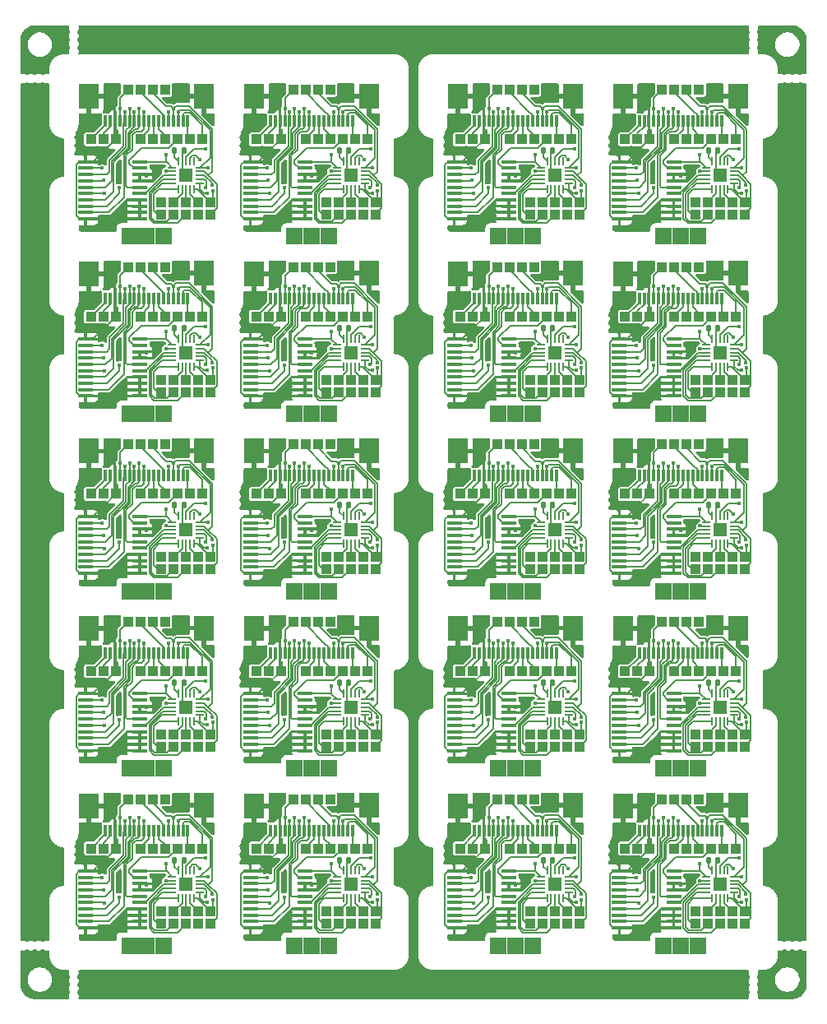
<source format=gbr>
%TF.GenerationSoftware,KiCad,Pcbnew,8.0.5-unknown-202409181836~355805756e~ubuntu22.04.1*%
%TF.CreationDate,2024-10-12T17:37:09+01:00*%
%TF.ProjectId,PANEL5x4_COM_MOD,50414e45-4c35-4783-945f-434f4d5f4d4f,1.0*%
%TF.SameCoordinates,Original*%
%TF.FileFunction,Copper,L1,Top*%
%TF.FilePolarity,Positive*%
%FSLAX46Y46*%
G04 Gerber Fmt 4.6, Leading zero omitted, Abs format (unit mm)*
G04 Created by KiCad (PCBNEW 8.0.5-unknown-202409181836~355805756e~ubuntu22.04.1) date 2024-10-12 17:37:09*
%MOMM*%
%LPD*%
G01*
G04 APERTURE LIST*
G04 Aperture macros list*
%AMRoundRect*
0 Rectangle with rounded corners*
0 $1 Rounding radius*
0 $2 $3 $4 $5 $6 $7 $8 $9 X,Y pos of 4 corners*
0 Add a 4 corners polygon primitive as box body*
4,1,4,$2,$3,$4,$5,$6,$7,$8,$9,$2,$3,0*
0 Add four circle primitives for the rounded corners*
1,1,$1+$1,$2,$3*
1,1,$1+$1,$4,$5*
1,1,$1+$1,$6,$7*
1,1,$1+$1,$8,$9*
0 Add four rect primitives between the rounded corners*
20,1,$1+$1,$2,$3,$4,$5,0*
20,1,$1+$1,$4,$5,$6,$7,0*
20,1,$1+$1,$6,$7,$8,$9,0*
20,1,$1+$1,$8,$9,$2,$3,0*%
G04 Aperture macros list end*
%TA.AperFunction,SMDPad,CuDef*%
%ADD10RoundRect,0.140000X0.140000X0.170000X-0.140000X0.170000X-0.140000X-0.170000X0.140000X-0.170000X0*%
%TD*%
%TA.AperFunction,ComponentPad*%
%ADD11R,1.000000X1.000000*%
%TD*%
%TA.AperFunction,SMDPad,CuDef*%
%ADD12R,1.600000X0.300000*%
%TD*%
%TA.AperFunction,SMDPad,CuDef*%
%ADD13RoundRect,0.050000X-0.050000X0.375000X-0.050000X-0.375000X0.050000X-0.375000X0.050000X0.375000X0*%
%TD*%
%TA.AperFunction,SMDPad,CuDef*%
%ADD14RoundRect,0.050000X-0.375000X0.050000X-0.375000X-0.050000X0.375000X-0.050000X0.375000X0.050000X0*%
%TD*%
%TA.AperFunction,SMDPad,CuDef*%
%ADD15R,1.400000X1.400000*%
%TD*%
%TA.AperFunction,SMDPad,CuDef*%
%ADD16R,0.300000X1.250000*%
%TD*%
%TA.AperFunction,SMDPad,CuDef*%
%ADD17R,2.000000X2.500000*%
%TD*%
%TA.AperFunction,CastellatedPad*%
%ADD18R,1.700000X1.700000*%
%TD*%
%TA.AperFunction,ViaPad*%
%ADD19C,0.400000*%
%TD*%
%TA.AperFunction,Conductor*%
%ADD20C,0.127000*%
%TD*%
G04 APERTURE END LIST*
D10*
%TO.P,C1,1*%
%TO.N,Board_4-GND*%
X17339999Y-31690001D03*
%TO.P,C1,2*%
%TO.N,Board_4-/Vcap*%
X16379999Y-31690001D03*
%TD*%
D11*
%TO.P,J12,1,Pin_1*%
%TO.N,Board_9-/SWDIO{slash}POCI_ARM*%
X35804999Y-55250002D03*
%TD*%
%TO.P,J1,1,Pin_1*%
%TO.N,Board_19-+3.3V*%
X64055000Y-85250004D03*
%TD*%
%TO.P,J8,1,Pin_1*%
%TO.N,Board_11-/CSB*%
X71675000Y-48750002D03*
%TD*%
D12*
%TO.P,U2,1,G*%
%TO.N,Board_6-GND*%
X45200000Y-32825001D03*
%TO.P,U2,2,P0*%
%TO.N,Board_6-/addr_mod_0*%
X45200000Y-33475001D03*
%TO.P,U2,3,R0*%
%TO.N,Board_6-/addr_bus_0*%
X45200000Y-34125001D03*
%TO.P,U2,4,P1*%
%TO.N,Board_6-/addr_mod_1*%
X45200000Y-34775001D03*
%TO.P,U2,5,R1*%
%TO.N,Board_6-/addr_bus_1*%
X45200000Y-35425001D03*
%TO.P,U2,6,P2*%
%TO.N,Board_6-/addr_mod_2*%
X45200000Y-36075001D03*
%TO.P,U2,7,R2*%
%TO.N,Board_6-/addr_bus_2*%
X45200000Y-36725001D03*
%TO.P,U2,8,P3*%
%TO.N,Board_6-/addr_mod_3*%
X45200000Y-37375001D03*
%TO.P,U2,9,R3*%
%TO.N,Board_6-/addr_bus_3*%
X45200000Y-38025001D03*
%TO.P,U2,10,GND*%
%TO.N,Board_6-GND*%
X45200000Y-38675001D03*
%TO.P,U2,11,P4*%
X50800000Y-38675001D03*
%TO.P,U2,12,R4*%
X50800000Y-38025001D03*
%TO.P,U2,13,P5*%
X50800000Y-37375001D03*
%TO.P,U2,14,R5*%
X50800000Y-36725001D03*
%TO.P,U2,15,P6*%
%TO.N,Board_6-/addr_mod_4*%
X50800000Y-36075001D03*
%TO.P,U2,16,R6*%
%TO.N,Board_6-/addr_bus_4*%
X50800000Y-35425001D03*
%TO.P,U2,17,P7*%
%TO.N,Board_6-GND*%
X50800000Y-34775001D03*
%TO.P,U2,18,R7*%
X50800000Y-34125001D03*
%TO.P,U2,19,P=R*%
%TO.N,Board_6-/CSB*%
X50800000Y-33475001D03*
%TO.P,U2,20,VCC*%
%TO.N,Board_6-+3.3V*%
X50800000Y-32825001D03*
%TD*%
D11*
%TO.P,J20,1,Pin_1*%
%TO.N,Board_16-/AUX2*%
X19215000Y-85250004D03*
%TD*%
%TO.P,J4,1,Pin_1*%
%TO.N,Board_14-/IO1_out*%
X50865000Y-61920003D03*
%TD*%
D13*
%TO.P,U1,1,RESETB*%
%TO.N,Board_12-unconnected-(U1-P00-Pad1)*%
X18369999Y-69260003D03*
%TO.P,U1,2,GPIO*%
%TO.N,Board_12-/LED_IN*%
X17969999Y-69260003D03*
%TO.P,U1,3,GPIO*%
%TO.N,Board_12-/IO1_in*%
X17569999Y-69260003D03*
%TO.P,U1,4,GND*%
%TO.N,Board_12-GND*%
X17169999Y-69260003D03*
%TO.P,U1,5,Vcap*%
%TO.N,Board_12-/Vcap*%
X16769999Y-69260003D03*
D14*
%TO.P,U1,6,AVCC*%
%TO.N,Board_12-+3.3V*%
X16119999Y-69910003D03*
%TO.P,U1,7,GPIO*%
%TO.N,Board_12-/addr_mod_3*%
X16119999Y-70310003D03*
%TO.P,U1,8,GPIO*%
%TO.N,Board_12-/addr_mod_4*%
X16119999Y-70710003D03*
%TO.P,U1,9,SPI_CS*%
%TO.N,Board_12-/SPICS_ARM*%
X16119999Y-71110003D03*
%TO.P,U1,10,GPIO*%
%TO.N,Board_12-/GPIO*%
X16119999Y-71510003D03*
D13*
%TO.P,U1,11,AIN0*%
%TO.N,Board_12-/AIN0*%
X16769999Y-72160003D03*
%TO.P,U1,12,SPI_SCK*%
%TO.N,Board_12-/SCLK_ARM*%
X17169999Y-72160003D03*
%TO.P,U1,13,SPI_PICO*%
%TO.N,Board_12-/PICO_ARM*%
X17569999Y-72160003D03*
%TO.P,U1,14,SWDIO*%
%TO.N,Board_12-/SWDIO{slash}POCI_ARM*%
X17969999Y-72160003D03*
%TO.P,U1,15,SWCLK*%
%TO.N,Board_12-/IO1_out*%
X18369999Y-72160003D03*
D14*
%TO.P,U1,16,GPIO*%
%TO.N,Board_12-/addr_mod_2*%
X19019999Y-71510003D03*
%TO.P,U1,17,GPIO*%
%TO.N,Board_12-/addr_mod_1*%
X19019999Y-71110003D03*
%TO.P,U1,18,GPIO*%
%TO.N,Board_12-/addr_mod_0*%
X19019999Y-70710003D03*
%TO.P,U1,19,I2C_SDA*%
%TO.N,Board_12-/I2C_SDA*%
X19019999Y-70310003D03*
%TO.P,U1,20,I2C_SCL*%
%TO.N,Board_12-/i2C_SCL*%
X19019999Y-69910003D03*
D15*
%TO.P,U1,21,GPIO*%
%TO.N,Board_12-GND*%
X17569999Y-70710003D03*
%TD*%
D11*
%TO.P,J12,1,Pin_1*%
%TO.N,Board_15-/SWDIO{slash}POCI_ARM*%
X73804999Y-73500003D03*
%TD*%
%TO.P,J5,1,Pin_1*%
%TO.N,Board_13-/POCI*%
X29865000Y-67000003D03*
%TD*%
%TO.P,J13,1,Pin_1*%
%TO.N,Board_2-/PICO_ARM*%
X55535000Y-18750000D03*
%TD*%
%TO.P,J16,1,Pin_1*%
%TO.N,Board_12-/i2C_SCL*%
X18804999Y-74770003D03*
%TD*%
%TO.P,J10,1,Pin_1*%
%TO.N,Board_16-/I2C_SDA*%
X14135000Y-80170004D03*
%TD*%
D13*
%TO.P,U1,1,RESETB*%
%TO.N,Board_15-unconnected-(U1-P00-Pad1)*%
X73369999Y-69260003D03*
%TO.P,U1,2,GPIO*%
%TO.N,Board_15-/LED_IN*%
X72969999Y-69260003D03*
%TO.P,U1,3,GPIO*%
%TO.N,Board_15-/IO1_in*%
X72569999Y-69260003D03*
%TO.P,U1,4,GND*%
%TO.N,Board_15-GND*%
X72169999Y-69260003D03*
%TO.P,U1,5,Vcap*%
%TO.N,Board_15-/Vcap*%
X71769999Y-69260003D03*
D14*
%TO.P,U1,6,AVCC*%
%TO.N,Board_15-+3.3V*%
X71119999Y-69910003D03*
%TO.P,U1,7,GPIO*%
%TO.N,Board_15-/addr_mod_3*%
X71119999Y-70310003D03*
%TO.P,U1,8,GPIO*%
%TO.N,Board_15-/addr_mod_4*%
X71119999Y-70710003D03*
%TO.P,U1,9,SPI_CS*%
%TO.N,Board_15-/SPICS_ARM*%
X71119999Y-71110003D03*
%TO.P,U1,10,GPIO*%
%TO.N,Board_15-/GPIO*%
X71119999Y-71510003D03*
D13*
%TO.P,U1,11,AIN0*%
%TO.N,Board_15-/AIN0*%
X71769999Y-72160003D03*
%TO.P,U1,12,SPI_SCK*%
%TO.N,Board_15-/SCLK_ARM*%
X72169999Y-72160003D03*
%TO.P,U1,13,SPI_PICO*%
%TO.N,Board_15-/PICO_ARM*%
X72569999Y-72160003D03*
%TO.P,U1,14,SWDIO*%
%TO.N,Board_15-/SWDIO{slash}POCI_ARM*%
X72969999Y-72160003D03*
%TO.P,U1,15,SWCLK*%
%TO.N,Board_15-/IO1_out*%
X73369999Y-72160003D03*
D14*
%TO.P,U1,16,GPIO*%
%TO.N,Board_15-/addr_mod_2*%
X74019999Y-71510003D03*
%TO.P,U1,17,GPIO*%
%TO.N,Board_15-/addr_mod_1*%
X74019999Y-71110003D03*
%TO.P,U1,18,GPIO*%
%TO.N,Board_15-/addr_mod_0*%
X74019999Y-70710003D03*
%TO.P,U1,19,I2C_SDA*%
%TO.N,Board_15-/I2C_SDA*%
X74019999Y-70310003D03*
%TO.P,U1,20,I2C_SCL*%
%TO.N,Board_15-/i2C_SCL*%
X74019999Y-69910003D03*
D15*
%TO.P,U1,21,GPIO*%
%TO.N,Board_15-GND*%
X72569999Y-70710003D03*
%TD*%
D11*
%TO.P,J7,1,Pin_1*%
%TO.N,Board_6-/SCLK*%
X53405000Y-30500001D03*
%TD*%
%TO.P,J2,1,Pin_1*%
%TO.N,Board_13-GND*%
X27325000Y-67000003D03*
%TD*%
%TO.P,J15,1,Pin_1*%
%TO.N,Board_15-/SPICS_ARM*%
X72534999Y-74770003D03*
%TD*%
D16*
%TO.P,FPC2,1,1*%
%TO.N,Board_3-/extRef*%
X72750000Y-10390000D03*
%TO.P,FPC2,2,2*%
%TO.N,Board_3-/AUX2*%
X72250000Y-10390000D03*
%TO.P,FPC2,3,3*%
%TO.N,Board_3-/i2C_SCL*%
X71750000Y-10390000D03*
%TO.P,FPC2,4,4*%
%TO.N,Board_3-/I2C_SDA*%
X71250000Y-10390000D03*
%TO.P,FPC2,5,5*%
%TO.N,Board_3-/IO2*%
X70750000Y-10390000D03*
%TO.P,FPC2,6,6*%
%TO.N,Board_3-/IO1_out*%
X70250000Y-10390000D03*
%TO.P,FPC2,7,7*%
%TO.N,Board_3-/SCLK*%
X69750000Y-10390000D03*
%TO.P,FPC2,8,8*%
%TO.N,Board_3-/PICO*%
X69250000Y-10390000D03*
%TO.P,FPC2,9,9*%
%TO.N,Board_3-/POCI*%
X68750000Y-10390000D03*
%TO.P,FPC2,10,10*%
%TO.N,Board_3-/addr_bus_4*%
X68250000Y-10390000D03*
%TO.P,FPC2,11,11*%
%TO.N,Board_3-/addr_bus_3*%
X67750000Y-10390000D03*
%TO.P,FPC2,12,12*%
%TO.N,Board_3-/addr_bus_2*%
X67250000Y-10390000D03*
%TO.P,FPC2,13,13*%
%TO.N,Board_3-/addr_bus_1*%
X66750000Y-10390000D03*
%TO.P,FPC2,14,14*%
%TO.N,Board_3-/addr_bus_0*%
X66250000Y-10390000D03*
%TO.P,FPC2,15,15*%
%TO.N,Board_3-/AUX3*%
X65750000Y-10390000D03*
%TO.P,FPC2,16,16*%
%TO.N,Board_3-GND*%
X65250000Y-10390000D03*
%TO.P,FPC2,17,17*%
%TO.N,Board_3-+3.3V*%
X64750000Y-10390000D03*
%TO.P,FPC2,18,18*%
%TO.N,Board_3-/AUX1*%
X64250000Y-10390000D03*
D17*
%TO.P,FPC2,19,19*%
%TO.N,Board_3-GND*%
X74440000Y-7810000D03*
%TO.P,FPC2,20,20*%
X62560000Y-7850000D03*
%TD*%
D11*
%TO.P,J12,1,Pin_1*%
%TO.N,Board_3-/SWDIO{slash}POCI_ARM*%
X73804999Y-18750000D03*
%TD*%
D18*
%TO.P,J25,1,Pin_1*%
%TO.N,Board_15-GND*%
X70249999Y-77000003D03*
%TD*%
D11*
%TO.P,J16,1,Pin_1*%
%TO.N,Board_5-/i2C_SCL*%
X35804999Y-38270001D03*
%TD*%
%TO.P,J16,1,Pin_1*%
%TO.N,Board_6-/i2C_SCL*%
X56804999Y-38270001D03*
%TD*%
%TO.P,J7,1,Pin_1*%
%TO.N,Board_1-/SCLK*%
X32405000Y-12250000D03*
%TD*%
%TO.P,J7,1,Pin_1*%
%TO.N,Board_2-/SCLK*%
X53405000Y-12250000D03*
%TD*%
%TO.P,J3,1,Pin_1*%
%TO.N,Board_14-/AUX3*%
X49595000Y-61920003D03*
%TD*%
D18*
%TO.P,J25,1,Pin_1*%
%TO.N,Board_16-GND*%
X15249999Y-95250004D03*
%TD*%
D11*
%TO.P,J2,1,Pin_1*%
%TO.N,Board_5-GND*%
X27325000Y-30500001D03*
%TD*%
%TO.P,J11,1,Pin_1*%
%TO.N,Board_1-/IO1_out*%
X37074999Y-18750000D03*
%TD*%
%TO.P,J22,1,Pin_1*%
%TO.N,Board_7-GND*%
X69994999Y-37000001D03*
%TD*%
D12*
%TO.P,U2,1,G*%
%TO.N,Board_3-GND*%
X62200000Y-14575000D03*
%TO.P,U2,2,P0*%
%TO.N,Board_3-/addr_mod_0*%
X62200000Y-15225000D03*
%TO.P,U2,3,R0*%
%TO.N,Board_3-/addr_bus_0*%
X62200000Y-15875000D03*
%TO.P,U2,4,P1*%
%TO.N,Board_3-/addr_mod_1*%
X62200000Y-16525000D03*
%TO.P,U2,5,R1*%
%TO.N,Board_3-/addr_bus_1*%
X62200000Y-17175000D03*
%TO.P,U2,6,P2*%
%TO.N,Board_3-/addr_mod_2*%
X62200000Y-17825000D03*
%TO.P,U2,7,R2*%
%TO.N,Board_3-/addr_bus_2*%
X62200000Y-18475000D03*
%TO.P,U2,8,P3*%
%TO.N,Board_3-/addr_mod_3*%
X62200000Y-19125000D03*
%TO.P,U2,9,R3*%
%TO.N,Board_3-/addr_bus_3*%
X62200000Y-19775000D03*
%TO.P,U2,10,GND*%
%TO.N,Board_3-GND*%
X62200000Y-20425000D03*
%TO.P,U2,11,P4*%
X67800000Y-20425000D03*
%TO.P,U2,12,R4*%
X67800000Y-19775000D03*
%TO.P,U2,13,P5*%
X67800000Y-19125000D03*
%TO.P,U2,14,R5*%
X67800000Y-18475000D03*
%TO.P,U2,15,P6*%
%TO.N,Board_3-/addr_mod_4*%
X67800000Y-17825000D03*
%TO.P,U2,16,R6*%
%TO.N,Board_3-/addr_bus_4*%
X67800000Y-17175000D03*
%TO.P,U2,17,P7*%
%TO.N,Board_3-GND*%
X67800000Y-16525000D03*
%TO.P,U2,18,R7*%
X67800000Y-15875000D03*
%TO.P,U2,19,P=R*%
%TO.N,Board_3-/CSB*%
X67800000Y-15225000D03*
%TO.P,U2,20,VCC*%
%TO.N,Board_3-+3.3V*%
X67800000Y-14575000D03*
%TD*%
D11*
%TO.P,J15,1,Pin_1*%
%TO.N,Board_16-/SPICS_ARM*%
X17534999Y-93020004D03*
%TD*%
D18*
%TO.P,J26,1,Pin_1*%
%TO.N,Board_1-GND*%
X30499999Y-22250000D03*
%TD*%
D11*
%TO.P,J4,1,Pin_1*%
%TO.N,Board_7-/IO1_out*%
X67865000Y-25420001D03*
%TD*%
%TO.P,J9,1,Pin_1*%
%TO.N,Board_18-/extRef*%
X55945000Y-85250004D03*
%TD*%
D18*
%TO.P,J26,1,Pin_1*%
%TO.N,Board_17-GND*%
X30499999Y-95250004D03*
%TD*%
D11*
%TO.P,J5,1,Pin_1*%
%TO.N,Board_4-/POCI*%
X12865000Y-30500001D03*
%TD*%
%TO.P,J11,1,Pin_1*%
%TO.N,Board_15-/IO1_out*%
X75074999Y-73500003D03*
%TD*%
%TO.P,J23,1,Pin_1*%
%TO.N,Board_15-/i2C_SCL*%
X70405000Y-61920003D03*
%TD*%
%TO.P,J14,1,Pin_1*%
%TO.N,Board_17-/SCLK_ARM*%
X33264999Y-91750004D03*
%TD*%
%TO.P,J17,1,Pin_1*%
%TO.N,Board_17-/I2C_SDA*%
X37074999Y-93020004D03*
%TD*%
%TO.P,J3,1,Pin_1*%
%TO.N,Board_11-/AUX3*%
X66595000Y-43670002D03*
%TD*%
D18*
%TO.P,J26,1,Pin_1*%
%TO.N,Board_13-GND*%
X30499999Y-77000003D03*
%TD*%
%TO.P,J26,1,Pin_1*%
%TO.N,Board_15-GND*%
X68499999Y-77000003D03*
%TD*%
D11*
%TO.P,J11,1,Pin_1*%
%TO.N,Board_6-/IO1_out*%
X58074999Y-37000001D03*
%TD*%
D16*
%TO.P,FPC2,1,1*%
%TO.N,Board_8-/extRef*%
X17750000Y-46890002D03*
%TO.P,FPC2,2,2*%
%TO.N,Board_8-/AUX2*%
X17250000Y-46890002D03*
%TO.P,FPC2,3,3*%
%TO.N,Board_8-/i2C_SCL*%
X16750000Y-46890002D03*
%TO.P,FPC2,4,4*%
%TO.N,Board_8-/I2C_SDA*%
X16250000Y-46890002D03*
%TO.P,FPC2,5,5*%
%TO.N,Board_8-/IO2*%
X15750000Y-46890002D03*
%TO.P,FPC2,6,6*%
%TO.N,Board_8-/IO1_out*%
X15250000Y-46890002D03*
%TO.P,FPC2,7,7*%
%TO.N,Board_8-/SCLK*%
X14750000Y-46890002D03*
%TO.P,FPC2,8,8*%
%TO.N,Board_8-/PICO*%
X14250000Y-46890002D03*
%TO.P,FPC2,9,9*%
%TO.N,Board_8-/POCI*%
X13750000Y-46890002D03*
%TO.P,FPC2,10,10*%
%TO.N,Board_8-/addr_bus_4*%
X13250000Y-46890002D03*
%TO.P,FPC2,11,11*%
%TO.N,Board_8-/addr_bus_3*%
X12750000Y-46890002D03*
%TO.P,FPC2,12,12*%
%TO.N,Board_8-/addr_bus_2*%
X12250000Y-46890002D03*
%TO.P,FPC2,13,13*%
%TO.N,Board_8-/addr_bus_1*%
X11750000Y-46890002D03*
%TO.P,FPC2,14,14*%
%TO.N,Board_8-/addr_bus_0*%
X11250000Y-46890002D03*
%TO.P,FPC2,15,15*%
%TO.N,Board_8-/AUX3*%
X10750000Y-46890002D03*
%TO.P,FPC2,16,16*%
%TO.N,Board_8-GND*%
X10250000Y-46890002D03*
%TO.P,FPC2,17,17*%
%TO.N,Board_8-+3.3V*%
X9750000Y-46890002D03*
%TO.P,FPC2,18,18*%
%TO.N,Board_8-/AUX1*%
X9250000Y-46890002D03*
D17*
%TO.P,FPC2,19,19*%
%TO.N,Board_8-GND*%
X19440000Y-44310002D03*
%TO.P,FPC2,20,20*%
X7560000Y-44350002D03*
%TD*%
D18*
%TO.P,J25,1,Pin_1*%
%TO.N,Board_9-GND*%
X32249999Y-58750002D03*
%TD*%
D11*
%TO.P,J15,1,Pin_1*%
%TO.N,Board_18-/SPICS_ARM*%
X55534999Y-93020004D03*
%TD*%
%TO.P,J20,1,Pin_1*%
%TO.N,Board_0-/AUX2*%
X19215000Y-12250000D03*
%TD*%
%TO.P,J2,1,Pin_1*%
%TO.N,Board_10-GND*%
X48325000Y-48750002D03*
%TD*%
%TO.P,J21,1,Pin_1*%
%TO.N,Board_13-/GPIO*%
X33264999Y-74770003D03*
%TD*%
%TO.P,J4,1,Pin_1*%
%TO.N,Board_12-/IO1_out*%
X12865000Y-61920003D03*
%TD*%
%TO.P,J2,1,Pin_1*%
%TO.N,Board_6-GND*%
X48325000Y-30500001D03*
%TD*%
%TO.P,J8,1,Pin_1*%
%TO.N,Board_4-/CSB*%
X16675000Y-30500001D03*
%TD*%
%TO.P,J10,1,Pin_1*%
%TO.N,Board_12-/I2C_SDA*%
X14135000Y-61920003D03*
%TD*%
%TO.P,J17,1,Pin_1*%
%TO.N,Board_7-/I2C_SDA*%
X75074999Y-38270001D03*
%TD*%
%TO.P,J2,1,Pin_1*%
%TO.N,Board_19-GND*%
X65325000Y-85250004D03*
%TD*%
%TO.P,J5,1,Pin_1*%
%TO.N,Board_1-/POCI*%
X29865000Y-12250000D03*
%TD*%
%TO.P,J17,1,Pin_1*%
%TO.N,Board_1-/I2C_SDA*%
X37074999Y-20020000D03*
%TD*%
%TO.P,J1,1,Pin_1*%
%TO.N,Board_12-+3.3V*%
X9055000Y-67000003D03*
%TD*%
%TO.P,J9,1,Pin_1*%
%TO.N,Board_14-/extRef*%
X55945000Y-67000003D03*
%TD*%
%TO.P,J6,1,Pin_1*%
%TO.N,Board_1-/PICO*%
X31135000Y-12250000D03*
%TD*%
D18*
%TO.P,J25,1,Pin_1*%
%TO.N,Board_0-GND*%
X15249999Y-22250000D03*
%TD*%
D11*
%TO.P,J1,1,Pin_1*%
%TO.N,Board_5-+3.3V*%
X26055000Y-30500001D03*
%TD*%
%TO.P,J19,1,Pin_1*%
%TO.N,Board_4-/AUX1*%
X7785000Y-30500001D03*
%TD*%
%TO.P,J22,1,Pin_1*%
%TO.N,Board_14-GND*%
X52994999Y-73500003D03*
%TD*%
D18*
%TO.P,J25,1,Pin_1*%
%TO.N,Board_7-GND*%
X70249999Y-40500001D03*
%TD*%
D11*
%TO.P,J23,1,Pin_1*%
%TO.N,Board_19-/i2C_SCL*%
X70405000Y-80170004D03*
%TD*%
D16*
%TO.P,FPC2,1,1*%
%TO.N,Board_15-/extRef*%
X72750000Y-65140003D03*
%TO.P,FPC2,2,2*%
%TO.N,Board_15-/AUX2*%
X72250000Y-65140003D03*
%TO.P,FPC2,3,3*%
%TO.N,Board_15-/i2C_SCL*%
X71750000Y-65140003D03*
%TO.P,FPC2,4,4*%
%TO.N,Board_15-/I2C_SDA*%
X71250000Y-65140003D03*
%TO.P,FPC2,5,5*%
%TO.N,Board_15-/IO2*%
X70750000Y-65140003D03*
%TO.P,FPC2,6,6*%
%TO.N,Board_15-/IO1_out*%
X70250000Y-65140003D03*
%TO.P,FPC2,7,7*%
%TO.N,Board_15-/SCLK*%
X69750000Y-65140003D03*
%TO.P,FPC2,8,8*%
%TO.N,Board_15-/PICO*%
X69250000Y-65140003D03*
%TO.P,FPC2,9,9*%
%TO.N,Board_15-/POCI*%
X68750000Y-65140003D03*
%TO.P,FPC2,10,10*%
%TO.N,Board_15-/addr_bus_4*%
X68250000Y-65140003D03*
%TO.P,FPC2,11,11*%
%TO.N,Board_15-/addr_bus_3*%
X67750000Y-65140003D03*
%TO.P,FPC2,12,12*%
%TO.N,Board_15-/addr_bus_2*%
X67250000Y-65140003D03*
%TO.P,FPC2,13,13*%
%TO.N,Board_15-/addr_bus_1*%
X66750000Y-65140003D03*
%TO.P,FPC2,14,14*%
%TO.N,Board_15-/addr_bus_0*%
X66250000Y-65140003D03*
%TO.P,FPC2,15,15*%
%TO.N,Board_15-/AUX3*%
X65750000Y-65140003D03*
%TO.P,FPC2,16,16*%
%TO.N,Board_15-GND*%
X65250000Y-65140003D03*
%TO.P,FPC2,17,17*%
%TO.N,Board_15-+3.3V*%
X64750000Y-65140003D03*
%TO.P,FPC2,18,18*%
%TO.N,Board_15-/AUX1*%
X64250000Y-65140003D03*
D17*
%TO.P,FPC2,19,19*%
%TO.N,Board_15-GND*%
X74440000Y-62560003D03*
%TO.P,FPC2,20,20*%
X62560000Y-62600003D03*
%TD*%
D13*
%TO.P,U1,1,RESETB*%
%TO.N,Board_3-unconnected-(U1-P00-Pad1)*%
X73369999Y-14510000D03*
%TO.P,U1,2,GPIO*%
%TO.N,Board_3-/LED_IN*%
X72969999Y-14510000D03*
%TO.P,U1,3,GPIO*%
%TO.N,Board_3-/IO1_in*%
X72569999Y-14510000D03*
%TO.P,U1,4,GND*%
%TO.N,Board_3-GND*%
X72169999Y-14510000D03*
%TO.P,U1,5,Vcap*%
%TO.N,Board_3-/Vcap*%
X71769999Y-14510000D03*
D14*
%TO.P,U1,6,AVCC*%
%TO.N,Board_3-+3.3V*%
X71119999Y-15160000D03*
%TO.P,U1,7,GPIO*%
%TO.N,Board_3-/addr_mod_3*%
X71119999Y-15560000D03*
%TO.P,U1,8,GPIO*%
%TO.N,Board_3-/addr_mod_4*%
X71119999Y-15960000D03*
%TO.P,U1,9,SPI_CS*%
%TO.N,Board_3-/SPICS_ARM*%
X71119999Y-16360000D03*
%TO.P,U1,10,GPIO*%
%TO.N,Board_3-/GPIO*%
X71119999Y-16760000D03*
D13*
%TO.P,U1,11,AIN0*%
%TO.N,Board_3-/AIN0*%
X71769999Y-17410000D03*
%TO.P,U1,12,SPI_SCK*%
%TO.N,Board_3-/SCLK_ARM*%
X72169999Y-17410000D03*
%TO.P,U1,13,SPI_PICO*%
%TO.N,Board_3-/PICO_ARM*%
X72569999Y-17410000D03*
%TO.P,U1,14,SWDIO*%
%TO.N,Board_3-/SWDIO{slash}POCI_ARM*%
X72969999Y-17410000D03*
%TO.P,U1,15,SWCLK*%
%TO.N,Board_3-/IO1_out*%
X73369999Y-17410000D03*
D14*
%TO.P,U1,16,GPIO*%
%TO.N,Board_3-/addr_mod_2*%
X74019999Y-16760000D03*
%TO.P,U1,17,GPIO*%
%TO.N,Board_3-/addr_mod_1*%
X74019999Y-16360000D03*
%TO.P,U1,18,GPIO*%
%TO.N,Board_3-/addr_mod_0*%
X74019999Y-15960000D03*
%TO.P,U1,19,I2C_SDA*%
%TO.N,Board_3-/I2C_SDA*%
X74019999Y-15560000D03*
%TO.P,U1,20,I2C_SCL*%
%TO.N,Board_3-/i2C_SCL*%
X74019999Y-15160000D03*
D15*
%TO.P,U1,21,GPIO*%
%TO.N,Board_3-GND*%
X72569999Y-15960000D03*
%TD*%
D11*
%TO.P,J5,1,Pin_1*%
%TO.N,Board_12-/POCI*%
X12865000Y-67000003D03*
%TD*%
%TO.P,J16,1,Pin_1*%
%TO.N,Board_0-/i2C_SCL*%
X18804999Y-20020000D03*
%TD*%
D10*
%TO.P,C1,1*%
%TO.N,Board_9-GND*%
X34339999Y-49940002D03*
%TO.P,C1,2*%
%TO.N,Board_9-/Vcap*%
X33379999Y-49940002D03*
%TD*%
D11*
%TO.P,J22,1,Pin_1*%
%TO.N,Board_16-GND*%
X14994999Y-91750004D03*
%TD*%
%TO.P,J20,1,Pin_1*%
%TO.N,Board_13-/AUX2*%
X36215000Y-67000003D03*
%TD*%
%TO.P,J21,1,Pin_1*%
%TO.N,Board_6-/GPIO*%
X54264999Y-38270001D03*
%TD*%
D18*
%TO.P,J25,1,Pin_1*%
%TO.N,Board_1-GND*%
X32249999Y-22250000D03*
%TD*%
D11*
%TO.P,J15,1,Pin_1*%
%TO.N,Board_0-/SPICS_ARM*%
X17534999Y-20020000D03*
%TD*%
%TO.P,J2,1,Pin_1*%
%TO.N,Board_9-GND*%
X27325000Y-48750002D03*
%TD*%
D18*
%TO.P,J24,1,Pin_1*%
%TO.N,Board_8-GND*%
X11749999Y-58750002D03*
%TD*%
D11*
%TO.P,J10,1,Pin_1*%
%TO.N,Board_19-/I2C_SDA*%
X69135000Y-80170004D03*
%TD*%
%TO.P,J14,1,Pin_1*%
%TO.N,Board_10-/SCLK_ARM*%
X54264999Y-55250002D03*
%TD*%
%TO.P,J8,1,Pin_1*%
%TO.N,Board_8-/CSB*%
X16675000Y-48750002D03*
%TD*%
D13*
%TO.P,U1,1,RESETB*%
%TO.N,Board_7-unconnected-(U1-P00-Pad1)*%
X73369999Y-32760001D03*
%TO.P,U1,2,GPIO*%
%TO.N,Board_7-/LED_IN*%
X72969999Y-32760001D03*
%TO.P,U1,3,GPIO*%
%TO.N,Board_7-/IO1_in*%
X72569999Y-32760001D03*
%TO.P,U1,4,GND*%
%TO.N,Board_7-GND*%
X72169999Y-32760001D03*
%TO.P,U1,5,Vcap*%
%TO.N,Board_7-/Vcap*%
X71769999Y-32760001D03*
D14*
%TO.P,U1,6,AVCC*%
%TO.N,Board_7-+3.3V*%
X71119999Y-33410001D03*
%TO.P,U1,7,GPIO*%
%TO.N,Board_7-/addr_mod_3*%
X71119999Y-33810001D03*
%TO.P,U1,8,GPIO*%
%TO.N,Board_7-/addr_mod_4*%
X71119999Y-34210001D03*
%TO.P,U1,9,SPI_CS*%
%TO.N,Board_7-/SPICS_ARM*%
X71119999Y-34610001D03*
%TO.P,U1,10,GPIO*%
%TO.N,Board_7-/GPIO*%
X71119999Y-35010001D03*
D13*
%TO.P,U1,11,AIN0*%
%TO.N,Board_7-/AIN0*%
X71769999Y-35660001D03*
%TO.P,U1,12,SPI_SCK*%
%TO.N,Board_7-/SCLK_ARM*%
X72169999Y-35660001D03*
%TO.P,U1,13,SPI_PICO*%
%TO.N,Board_7-/PICO_ARM*%
X72569999Y-35660001D03*
%TO.P,U1,14,SWDIO*%
%TO.N,Board_7-/SWDIO{slash}POCI_ARM*%
X72969999Y-35660001D03*
%TO.P,U1,15,SWCLK*%
%TO.N,Board_7-/IO1_out*%
X73369999Y-35660001D03*
D14*
%TO.P,U1,16,GPIO*%
%TO.N,Board_7-/addr_mod_2*%
X74019999Y-35010001D03*
%TO.P,U1,17,GPIO*%
%TO.N,Board_7-/addr_mod_1*%
X74019999Y-34610001D03*
%TO.P,U1,18,GPIO*%
%TO.N,Board_7-/addr_mod_0*%
X74019999Y-34210001D03*
%TO.P,U1,19,I2C_SDA*%
%TO.N,Board_7-/I2C_SDA*%
X74019999Y-33810001D03*
%TO.P,U1,20,I2C_SCL*%
%TO.N,Board_7-/i2C_SCL*%
X74019999Y-33410001D03*
D15*
%TO.P,U1,21,GPIO*%
%TO.N,Board_7-GND*%
X72569999Y-34210001D03*
%TD*%
D11*
%TO.P,J17,1,Pin_1*%
%TO.N,Board_18-/I2C_SDA*%
X58074999Y-93020004D03*
%TD*%
D12*
%TO.P,U2,1,G*%
%TO.N,Board_14-GND*%
X45200000Y-69325003D03*
%TO.P,U2,2,P0*%
%TO.N,Board_14-/addr_mod_0*%
X45200000Y-69975003D03*
%TO.P,U2,3,R0*%
%TO.N,Board_14-/addr_bus_0*%
X45200000Y-70625003D03*
%TO.P,U2,4,P1*%
%TO.N,Board_14-/addr_mod_1*%
X45200000Y-71275003D03*
%TO.P,U2,5,R1*%
%TO.N,Board_14-/addr_bus_1*%
X45200000Y-71925003D03*
%TO.P,U2,6,P2*%
%TO.N,Board_14-/addr_mod_2*%
X45200000Y-72575003D03*
%TO.P,U2,7,R2*%
%TO.N,Board_14-/addr_bus_2*%
X45200000Y-73225003D03*
%TO.P,U2,8,P3*%
%TO.N,Board_14-/addr_mod_3*%
X45200000Y-73875003D03*
%TO.P,U2,9,R3*%
%TO.N,Board_14-/addr_bus_3*%
X45200000Y-74525003D03*
%TO.P,U2,10,GND*%
%TO.N,Board_14-GND*%
X45200000Y-75175003D03*
%TO.P,U2,11,P4*%
X50800000Y-75175003D03*
%TO.P,U2,12,R4*%
X50800000Y-74525003D03*
%TO.P,U2,13,P5*%
X50800000Y-73875003D03*
%TO.P,U2,14,R5*%
X50800000Y-73225003D03*
%TO.P,U2,15,P6*%
%TO.N,Board_14-/addr_mod_4*%
X50800000Y-72575003D03*
%TO.P,U2,16,R6*%
%TO.N,Board_14-/addr_bus_4*%
X50800000Y-71925003D03*
%TO.P,U2,17,P7*%
%TO.N,Board_14-GND*%
X50800000Y-71275003D03*
%TO.P,U2,18,R7*%
X50800000Y-70625003D03*
%TO.P,U2,19,P=R*%
%TO.N,Board_14-/CSB*%
X50800000Y-69975003D03*
%TO.P,U2,20,VCC*%
%TO.N,Board_14-+3.3V*%
X50800000Y-69325003D03*
%TD*%
D11*
%TO.P,J21,1,Pin_1*%
%TO.N,Board_1-/GPIO*%
X33264999Y-20020000D03*
%TD*%
%TO.P,J6,1,Pin_1*%
%TO.N,Board_16-/PICO*%
X14135000Y-85250004D03*
%TD*%
%TO.P,J21,1,Pin_1*%
%TO.N,Board_0-/GPIO*%
X16264999Y-20020000D03*
%TD*%
%TO.P,J10,1,Pin_1*%
%TO.N,Board_11-/I2C_SDA*%
X69135000Y-43670002D03*
%TD*%
%TO.P,J8,1,Pin_1*%
%TO.N,Board_15-/CSB*%
X71675000Y-67000003D03*
%TD*%
%TO.P,J7,1,Pin_1*%
%TO.N,Board_10-/SCLK*%
X53405000Y-48750002D03*
%TD*%
%TO.P,J19,1,Pin_1*%
%TO.N,Board_18-/AUX1*%
X45785000Y-85250004D03*
%TD*%
%TO.P,J4,1,Pin_1*%
%TO.N,Board_13-/IO1_out*%
X29865000Y-61920003D03*
%TD*%
%TO.P,J14,1,Pin_1*%
%TO.N,Board_9-/SCLK_ARM*%
X33264999Y-55250002D03*
%TD*%
%TO.P,J10,1,Pin_1*%
%TO.N,Board_7-/I2C_SDA*%
X69135000Y-25420001D03*
%TD*%
%TO.P,J2,1,Pin_1*%
%TO.N,Board_14-GND*%
X48325000Y-67000003D03*
%TD*%
D12*
%TO.P,U2,1,G*%
%TO.N,Board_11-GND*%
X62200000Y-51075002D03*
%TO.P,U2,2,P0*%
%TO.N,Board_11-/addr_mod_0*%
X62200000Y-51725002D03*
%TO.P,U2,3,R0*%
%TO.N,Board_11-/addr_bus_0*%
X62200000Y-52375002D03*
%TO.P,U2,4,P1*%
%TO.N,Board_11-/addr_mod_1*%
X62200000Y-53025002D03*
%TO.P,U2,5,R1*%
%TO.N,Board_11-/addr_bus_1*%
X62200000Y-53675002D03*
%TO.P,U2,6,P2*%
%TO.N,Board_11-/addr_mod_2*%
X62200000Y-54325002D03*
%TO.P,U2,7,R2*%
%TO.N,Board_11-/addr_bus_2*%
X62200000Y-54975002D03*
%TO.P,U2,8,P3*%
%TO.N,Board_11-/addr_mod_3*%
X62200000Y-55625002D03*
%TO.P,U2,9,R3*%
%TO.N,Board_11-/addr_bus_3*%
X62200000Y-56275002D03*
%TO.P,U2,10,GND*%
%TO.N,Board_11-GND*%
X62200000Y-56925002D03*
%TO.P,U2,11,P4*%
X67800000Y-56925002D03*
%TO.P,U2,12,R4*%
X67800000Y-56275002D03*
%TO.P,U2,13,P5*%
X67800000Y-55625002D03*
%TO.P,U2,14,R5*%
X67800000Y-54975002D03*
%TO.P,U2,15,P6*%
%TO.N,Board_11-/addr_mod_4*%
X67800000Y-54325002D03*
%TO.P,U2,16,R6*%
%TO.N,Board_11-/addr_bus_4*%
X67800000Y-53675002D03*
%TO.P,U2,17,P7*%
%TO.N,Board_11-GND*%
X67800000Y-53025002D03*
%TO.P,U2,18,R7*%
X67800000Y-52375002D03*
%TO.P,U2,19,P=R*%
%TO.N,Board_11-/CSB*%
X67800000Y-51725002D03*
%TO.P,U2,20,VCC*%
%TO.N,Board_11-+3.3V*%
X67800000Y-51075002D03*
%TD*%
D11*
%TO.P,J9,1,Pin_1*%
%TO.N,Board_8-/extRef*%
X17945000Y-48750002D03*
%TD*%
%TO.P,J9,1,Pin_1*%
%TO.N,Board_5-/extRef*%
X34945000Y-30500001D03*
%TD*%
%TO.P,J13,1,Pin_1*%
%TO.N,Board_17-/PICO_ARM*%
X34535000Y-91750004D03*
%TD*%
%TO.P,J8,1,Pin_1*%
%TO.N,Board_0-/CSB*%
X16675000Y-12250000D03*
%TD*%
%TO.P,J18,1,Pin_1*%
%TO.N,Board_1-/AIN0*%
X31994999Y-20020000D03*
%TD*%
%TO.P,J23,1,Pin_1*%
%TO.N,Board_4-/i2C_SCL*%
X15405000Y-25420001D03*
%TD*%
%TO.P,J13,1,Pin_1*%
%TO.N,Board_19-/PICO_ARM*%
X72535000Y-91750004D03*
%TD*%
%TO.P,J19,1,Pin_1*%
%TO.N,Board_17-/AUX1*%
X24785000Y-85250004D03*
%TD*%
%TO.P,J22,1,Pin_1*%
%TO.N,Board_13-GND*%
X31994999Y-73500003D03*
%TD*%
D13*
%TO.P,U1,1,RESETB*%
%TO.N,Board_16-unconnected-(U1-P00-Pad1)*%
X18369999Y-87510004D03*
%TO.P,U1,2,GPIO*%
%TO.N,Board_16-/LED_IN*%
X17969999Y-87510004D03*
%TO.P,U1,3,GPIO*%
%TO.N,Board_16-/IO1_in*%
X17569999Y-87510004D03*
%TO.P,U1,4,GND*%
%TO.N,Board_16-GND*%
X17169999Y-87510004D03*
%TO.P,U1,5,Vcap*%
%TO.N,Board_16-/Vcap*%
X16769999Y-87510004D03*
D14*
%TO.P,U1,6,AVCC*%
%TO.N,Board_16-+3.3V*%
X16119999Y-88160004D03*
%TO.P,U1,7,GPIO*%
%TO.N,Board_16-/addr_mod_3*%
X16119999Y-88560004D03*
%TO.P,U1,8,GPIO*%
%TO.N,Board_16-/addr_mod_4*%
X16119999Y-88960004D03*
%TO.P,U1,9,SPI_CS*%
%TO.N,Board_16-/SPICS_ARM*%
X16119999Y-89360004D03*
%TO.P,U1,10,GPIO*%
%TO.N,Board_16-/GPIO*%
X16119999Y-89760004D03*
D13*
%TO.P,U1,11,AIN0*%
%TO.N,Board_16-/AIN0*%
X16769999Y-90410004D03*
%TO.P,U1,12,SPI_SCK*%
%TO.N,Board_16-/SCLK_ARM*%
X17169999Y-90410004D03*
%TO.P,U1,13,SPI_PICO*%
%TO.N,Board_16-/PICO_ARM*%
X17569999Y-90410004D03*
%TO.P,U1,14,SWDIO*%
%TO.N,Board_16-/SWDIO{slash}POCI_ARM*%
X17969999Y-90410004D03*
%TO.P,U1,15,SWCLK*%
%TO.N,Board_16-/IO1_out*%
X18369999Y-90410004D03*
D14*
%TO.P,U1,16,GPIO*%
%TO.N,Board_16-/addr_mod_2*%
X19019999Y-89760004D03*
%TO.P,U1,17,GPIO*%
%TO.N,Board_16-/addr_mod_1*%
X19019999Y-89360004D03*
%TO.P,U1,18,GPIO*%
%TO.N,Board_16-/addr_mod_0*%
X19019999Y-88960004D03*
%TO.P,U1,19,I2C_SDA*%
%TO.N,Board_16-/I2C_SDA*%
X19019999Y-88560004D03*
%TO.P,U1,20,I2C_SCL*%
%TO.N,Board_16-/i2C_SCL*%
X19019999Y-88160004D03*
D15*
%TO.P,U1,21,GPIO*%
%TO.N,Board_16-GND*%
X17569999Y-88960004D03*
%TD*%
D18*
%TO.P,J24,1,Pin_1*%
%TO.N,Board_15-GND*%
X66749999Y-77000003D03*
%TD*%
D11*
%TO.P,J6,1,Pin_1*%
%TO.N,Board_10-/PICO*%
X52135000Y-48750002D03*
%TD*%
D10*
%TO.P,C1,1*%
%TO.N,Board_17-GND*%
X34339999Y-86440004D03*
%TO.P,C1,2*%
%TO.N,Board_17-/Vcap*%
X33379999Y-86440004D03*
%TD*%
D11*
%TO.P,J5,1,Pin_1*%
%TO.N,Board_19-/POCI*%
X67865000Y-85250004D03*
%TD*%
%TO.P,J4,1,Pin_1*%
%TO.N,Board_0-/IO1_out*%
X12865000Y-7170000D03*
%TD*%
%TO.P,J8,1,Pin_1*%
%TO.N,Board_1-/CSB*%
X33675000Y-12250000D03*
%TD*%
D18*
%TO.P,J25,1,Pin_1*%
%TO.N,Board_3-GND*%
X70249999Y-22250000D03*
%TD*%
D11*
%TO.P,J9,1,Pin_1*%
%TO.N,Board_12-/extRef*%
X17945000Y-67000003D03*
%TD*%
%TO.P,J1,1,Pin_1*%
%TO.N,Board_3-+3.3V*%
X64055000Y-12250000D03*
%TD*%
%TO.P,J5,1,Pin_1*%
%TO.N,Board_3-/POCI*%
X67865000Y-12250000D03*
%TD*%
D18*
%TO.P,J24,1,Pin_1*%
%TO.N,Board_12-GND*%
X11749999Y-77000003D03*
%TD*%
D11*
%TO.P,J6,1,Pin_1*%
%TO.N,Board_5-/PICO*%
X31135000Y-30500001D03*
%TD*%
D18*
%TO.P,J24,1,Pin_1*%
%TO.N,Board_5-GND*%
X28749999Y-40500001D03*
%TD*%
%TO.P,J24,1,Pin_1*%
%TO.N,Board_7-GND*%
X66749999Y-40500001D03*
%TD*%
D12*
%TO.P,U2,1,G*%
%TO.N,Board_0-GND*%
X7200000Y-14575000D03*
%TO.P,U2,2,P0*%
%TO.N,Board_0-/addr_mod_0*%
X7200000Y-15225000D03*
%TO.P,U2,3,R0*%
%TO.N,Board_0-/addr_bus_0*%
X7200000Y-15875000D03*
%TO.P,U2,4,P1*%
%TO.N,Board_0-/addr_mod_1*%
X7200000Y-16525000D03*
%TO.P,U2,5,R1*%
%TO.N,Board_0-/addr_bus_1*%
X7200000Y-17175000D03*
%TO.P,U2,6,P2*%
%TO.N,Board_0-/addr_mod_2*%
X7200000Y-17825000D03*
%TO.P,U2,7,R2*%
%TO.N,Board_0-/addr_bus_2*%
X7200000Y-18475000D03*
%TO.P,U2,8,P3*%
%TO.N,Board_0-/addr_mod_3*%
X7200000Y-19125000D03*
%TO.P,U2,9,R3*%
%TO.N,Board_0-/addr_bus_3*%
X7200000Y-19775000D03*
%TO.P,U2,10,GND*%
%TO.N,Board_0-GND*%
X7200000Y-20425000D03*
%TO.P,U2,11,P4*%
X12800000Y-20425000D03*
%TO.P,U2,12,R4*%
X12800000Y-19775000D03*
%TO.P,U2,13,P5*%
X12800000Y-19125000D03*
%TO.P,U2,14,R5*%
X12800000Y-18475000D03*
%TO.P,U2,15,P6*%
%TO.N,Board_0-/addr_mod_4*%
X12800000Y-17825000D03*
%TO.P,U2,16,R6*%
%TO.N,Board_0-/addr_bus_4*%
X12800000Y-17175000D03*
%TO.P,U2,17,P7*%
%TO.N,Board_0-GND*%
X12800000Y-16525000D03*
%TO.P,U2,18,R7*%
X12800000Y-15875000D03*
%TO.P,U2,19,P=R*%
%TO.N,Board_0-/CSB*%
X12800000Y-15225000D03*
%TO.P,U2,20,VCC*%
%TO.N,Board_0-+3.3V*%
X12800000Y-14575000D03*
%TD*%
D11*
%TO.P,J12,1,Pin_1*%
%TO.N,Board_4-/SWDIO{slash}POCI_ARM*%
X18804999Y-37000001D03*
%TD*%
%TO.P,J14,1,Pin_1*%
%TO.N,Board_16-/SCLK_ARM*%
X16264999Y-91750004D03*
%TD*%
%TO.P,J19,1,Pin_1*%
%TO.N,Board_12-/AUX1*%
X7785000Y-67000003D03*
%TD*%
%TO.P,J11,1,Pin_1*%
%TO.N,Board_11-/IO1_out*%
X75074999Y-55250002D03*
%TD*%
%TO.P,J8,1,Pin_1*%
%TO.N,Board_10-/CSB*%
X54675000Y-48750002D03*
%TD*%
D18*
%TO.P,J26,1,Pin_1*%
%TO.N,Board_5-GND*%
X30499999Y-40500001D03*
%TD*%
D11*
%TO.P,J6,1,Pin_1*%
%TO.N,Board_18-/PICO*%
X52135000Y-85250004D03*
%TD*%
%TO.P,J18,1,Pin_1*%
%TO.N,Board_10-/AIN0*%
X52994999Y-56520002D03*
%TD*%
%TO.P,J14,1,Pin_1*%
%TO.N,Board_2-/SCLK_ARM*%
X54264999Y-18750000D03*
%TD*%
D13*
%TO.P,U1,1,RESETB*%
%TO.N,Board_13-unconnected-(U1-P00-Pad1)*%
X35369999Y-69260003D03*
%TO.P,U1,2,GPIO*%
%TO.N,Board_13-/LED_IN*%
X34969999Y-69260003D03*
%TO.P,U1,3,GPIO*%
%TO.N,Board_13-/IO1_in*%
X34569999Y-69260003D03*
%TO.P,U1,4,GND*%
%TO.N,Board_13-GND*%
X34169999Y-69260003D03*
%TO.P,U1,5,Vcap*%
%TO.N,Board_13-/Vcap*%
X33769999Y-69260003D03*
D14*
%TO.P,U1,6,AVCC*%
%TO.N,Board_13-+3.3V*%
X33119999Y-69910003D03*
%TO.P,U1,7,GPIO*%
%TO.N,Board_13-/addr_mod_3*%
X33119999Y-70310003D03*
%TO.P,U1,8,GPIO*%
%TO.N,Board_13-/addr_mod_4*%
X33119999Y-70710003D03*
%TO.P,U1,9,SPI_CS*%
%TO.N,Board_13-/SPICS_ARM*%
X33119999Y-71110003D03*
%TO.P,U1,10,GPIO*%
%TO.N,Board_13-/GPIO*%
X33119999Y-71510003D03*
D13*
%TO.P,U1,11,AIN0*%
%TO.N,Board_13-/AIN0*%
X33769999Y-72160003D03*
%TO.P,U1,12,SPI_SCK*%
%TO.N,Board_13-/SCLK_ARM*%
X34169999Y-72160003D03*
%TO.P,U1,13,SPI_PICO*%
%TO.N,Board_13-/PICO_ARM*%
X34569999Y-72160003D03*
%TO.P,U1,14,SWDIO*%
%TO.N,Board_13-/SWDIO{slash}POCI_ARM*%
X34969999Y-72160003D03*
%TO.P,U1,15,SWCLK*%
%TO.N,Board_13-/IO1_out*%
X35369999Y-72160003D03*
D14*
%TO.P,U1,16,GPIO*%
%TO.N,Board_13-/addr_mod_2*%
X36019999Y-71510003D03*
%TO.P,U1,17,GPIO*%
%TO.N,Board_13-/addr_mod_1*%
X36019999Y-71110003D03*
%TO.P,U1,18,GPIO*%
%TO.N,Board_13-/addr_mod_0*%
X36019999Y-70710003D03*
%TO.P,U1,19,I2C_SDA*%
%TO.N,Board_13-/I2C_SDA*%
X36019999Y-70310003D03*
%TO.P,U1,20,I2C_SCL*%
%TO.N,Board_13-/i2C_SCL*%
X36019999Y-69910003D03*
D15*
%TO.P,U1,21,GPIO*%
%TO.N,Board_13-GND*%
X34569999Y-70710003D03*
%TD*%
D11*
%TO.P,J5,1,Pin_1*%
%TO.N,Board_6-/POCI*%
X50865000Y-30500001D03*
%TD*%
%TO.P,J8,1,Pin_1*%
%TO.N,Board_9-/CSB*%
X33675000Y-48750002D03*
%TD*%
D18*
%TO.P,J26,1,Pin_1*%
%TO.N,Board_18-GND*%
X51499999Y-95250004D03*
%TD*%
D11*
%TO.P,J16,1,Pin_1*%
%TO.N,Board_1-/i2C_SCL*%
X35804999Y-20020000D03*
%TD*%
%TO.P,J4,1,Pin_1*%
%TO.N,Board_2-/IO1_out*%
X50865000Y-7170000D03*
%TD*%
%TO.P,J2,1,Pin_1*%
%TO.N,Board_17-GND*%
X27325000Y-85250004D03*
%TD*%
%TO.P,J22,1,Pin_1*%
%TO.N,Board_2-GND*%
X52994999Y-18750000D03*
%TD*%
%TO.P,J14,1,Pin_1*%
%TO.N,Board_12-/SCLK_ARM*%
X16264999Y-73500003D03*
%TD*%
%TO.P,J6,1,Pin_1*%
%TO.N,Board_15-/PICO*%
X69135000Y-67000003D03*
%TD*%
%TO.P,J15,1,Pin_1*%
%TO.N,Board_3-/SPICS_ARM*%
X72534999Y-20020000D03*
%TD*%
D10*
%TO.P,C1,1*%
%TO.N,Board_14-GND*%
X55339999Y-68190003D03*
%TO.P,C1,2*%
%TO.N,Board_14-/Vcap*%
X54379999Y-68190003D03*
%TD*%
D11*
%TO.P,J3,1,Pin_1*%
%TO.N,Board_0-/AUX3*%
X11595000Y-7170000D03*
%TD*%
D13*
%TO.P,U1,1,RESETB*%
%TO.N,Board_17-unconnected-(U1-P00-Pad1)*%
X35369999Y-87510004D03*
%TO.P,U1,2,GPIO*%
%TO.N,Board_17-/LED_IN*%
X34969999Y-87510004D03*
%TO.P,U1,3,GPIO*%
%TO.N,Board_17-/IO1_in*%
X34569999Y-87510004D03*
%TO.P,U1,4,GND*%
%TO.N,Board_17-GND*%
X34169999Y-87510004D03*
%TO.P,U1,5,Vcap*%
%TO.N,Board_17-/Vcap*%
X33769999Y-87510004D03*
D14*
%TO.P,U1,6,AVCC*%
%TO.N,Board_17-+3.3V*%
X33119999Y-88160004D03*
%TO.P,U1,7,GPIO*%
%TO.N,Board_17-/addr_mod_3*%
X33119999Y-88560004D03*
%TO.P,U1,8,GPIO*%
%TO.N,Board_17-/addr_mod_4*%
X33119999Y-88960004D03*
%TO.P,U1,9,SPI_CS*%
%TO.N,Board_17-/SPICS_ARM*%
X33119999Y-89360004D03*
%TO.P,U1,10,GPIO*%
%TO.N,Board_17-/GPIO*%
X33119999Y-89760004D03*
D13*
%TO.P,U1,11,AIN0*%
%TO.N,Board_17-/AIN0*%
X33769999Y-90410004D03*
%TO.P,U1,12,SPI_SCK*%
%TO.N,Board_17-/SCLK_ARM*%
X34169999Y-90410004D03*
%TO.P,U1,13,SPI_PICO*%
%TO.N,Board_17-/PICO_ARM*%
X34569999Y-90410004D03*
%TO.P,U1,14,SWDIO*%
%TO.N,Board_17-/SWDIO{slash}POCI_ARM*%
X34969999Y-90410004D03*
%TO.P,U1,15,SWCLK*%
%TO.N,Board_17-/IO1_out*%
X35369999Y-90410004D03*
D14*
%TO.P,U1,16,GPIO*%
%TO.N,Board_17-/addr_mod_2*%
X36019999Y-89760004D03*
%TO.P,U1,17,GPIO*%
%TO.N,Board_17-/addr_mod_1*%
X36019999Y-89360004D03*
%TO.P,U1,18,GPIO*%
%TO.N,Board_17-/addr_mod_0*%
X36019999Y-88960004D03*
%TO.P,U1,19,I2C_SDA*%
%TO.N,Board_17-/I2C_SDA*%
X36019999Y-88560004D03*
%TO.P,U1,20,I2C_SCL*%
%TO.N,Board_17-/i2C_SCL*%
X36019999Y-88160004D03*
D15*
%TO.P,U1,21,GPIO*%
%TO.N,Board_17-GND*%
X34569999Y-88960004D03*
%TD*%
D10*
%TO.P,C1,1*%
%TO.N,Board_8-GND*%
X17339999Y-49940002D03*
%TO.P,C1,2*%
%TO.N,Board_8-/Vcap*%
X16379999Y-49940002D03*
%TD*%
D11*
%TO.P,J20,1,Pin_1*%
%TO.N,Board_4-/AUX2*%
X19215000Y-30500001D03*
%TD*%
%TO.P,J14,1,Pin_1*%
%TO.N,Board_4-/SCLK_ARM*%
X16264999Y-37000001D03*
%TD*%
%TO.P,J23,1,Pin_1*%
%TO.N,Board_16-/i2C_SCL*%
X15405000Y-80170004D03*
%TD*%
%TO.P,J16,1,Pin_1*%
%TO.N,Board_13-/i2C_SCL*%
X35804999Y-74770003D03*
%TD*%
%TO.P,J8,1,Pin_1*%
%TO.N,Board_17-/CSB*%
X33675000Y-85250004D03*
%TD*%
%TO.P,J20,1,Pin_1*%
%TO.N,Board_8-/AUX2*%
X19215000Y-48750002D03*
%TD*%
%TO.P,J20,1,Pin_1*%
%TO.N,Board_6-/AUX2*%
X57215000Y-30500001D03*
%TD*%
%TO.P,J15,1,Pin_1*%
%TO.N,Board_11-/SPICS_ARM*%
X72534999Y-56520002D03*
%TD*%
%TO.P,J15,1,Pin_1*%
%TO.N,Board_13-/SPICS_ARM*%
X34534999Y-74770003D03*
%TD*%
%TO.P,J11,1,Pin_1*%
%TO.N,Board_2-/IO1_out*%
X58074999Y-18750000D03*
%TD*%
%TO.P,J19,1,Pin_1*%
%TO.N,Board_11-/AUX1*%
X62785000Y-48750002D03*
%TD*%
D18*
%TO.P,J25,1,Pin_1*%
%TO.N,Board_4-GND*%
X15249999Y-40500001D03*
%TD*%
D11*
%TO.P,J9,1,Pin_1*%
%TO.N,Board_10-/extRef*%
X55945000Y-48750002D03*
%TD*%
%TO.P,J12,1,Pin_1*%
%TO.N,Board_7-/SWDIO{slash}POCI_ARM*%
X73804999Y-37000001D03*
%TD*%
%TO.P,J21,1,Pin_1*%
%TO.N,Board_9-/GPIO*%
X33264999Y-56520002D03*
%TD*%
D13*
%TO.P,U1,1,RESETB*%
%TO.N,Board_0-unconnected-(U1-P00-Pad1)*%
X18369999Y-14510000D03*
%TO.P,U1,2,GPIO*%
%TO.N,Board_0-/LED_IN*%
X17969999Y-14510000D03*
%TO.P,U1,3,GPIO*%
%TO.N,Board_0-/IO1_in*%
X17569999Y-14510000D03*
%TO.P,U1,4,GND*%
%TO.N,Board_0-GND*%
X17169999Y-14510000D03*
%TO.P,U1,5,Vcap*%
%TO.N,Board_0-/Vcap*%
X16769999Y-14510000D03*
D14*
%TO.P,U1,6,AVCC*%
%TO.N,Board_0-+3.3V*%
X16119999Y-15160000D03*
%TO.P,U1,7,GPIO*%
%TO.N,Board_0-/addr_mod_3*%
X16119999Y-15560000D03*
%TO.P,U1,8,GPIO*%
%TO.N,Board_0-/addr_mod_4*%
X16119999Y-15960000D03*
%TO.P,U1,9,SPI_CS*%
%TO.N,Board_0-/SPICS_ARM*%
X16119999Y-16360000D03*
%TO.P,U1,10,GPIO*%
%TO.N,Board_0-/GPIO*%
X16119999Y-16760000D03*
D13*
%TO.P,U1,11,AIN0*%
%TO.N,Board_0-/AIN0*%
X16769999Y-17410000D03*
%TO.P,U1,12,SPI_SCK*%
%TO.N,Board_0-/SCLK_ARM*%
X17169999Y-17410000D03*
%TO.P,U1,13,SPI_PICO*%
%TO.N,Board_0-/PICO_ARM*%
X17569999Y-17410000D03*
%TO.P,U1,14,SWDIO*%
%TO.N,Board_0-/SWDIO{slash}POCI_ARM*%
X17969999Y-17410000D03*
%TO.P,U1,15,SWCLK*%
%TO.N,Board_0-/IO1_out*%
X18369999Y-17410000D03*
D14*
%TO.P,U1,16,GPIO*%
%TO.N,Board_0-/addr_mod_2*%
X19019999Y-16760000D03*
%TO.P,U1,17,GPIO*%
%TO.N,Board_0-/addr_mod_1*%
X19019999Y-16360000D03*
%TO.P,U1,18,GPIO*%
%TO.N,Board_0-/addr_mod_0*%
X19019999Y-15960000D03*
%TO.P,U1,19,I2C_SDA*%
%TO.N,Board_0-/I2C_SDA*%
X19019999Y-15560000D03*
%TO.P,U1,20,I2C_SCL*%
%TO.N,Board_0-/i2C_SCL*%
X19019999Y-15160000D03*
D15*
%TO.P,U1,21,GPIO*%
%TO.N,Board_0-GND*%
X17569999Y-15960000D03*
%TD*%
D11*
%TO.P,J8,1,Pin_1*%
%TO.N,Board_2-/CSB*%
X54675000Y-12250000D03*
%TD*%
%TO.P,J21,1,Pin_1*%
%TO.N,Board_19-/GPIO*%
X71264999Y-93020004D03*
%TD*%
%TO.P,J22,1,Pin_1*%
%TO.N,Board_19-GND*%
X69994999Y-91750004D03*
%TD*%
%TO.P,J9,1,Pin_1*%
%TO.N,Board_6-/extRef*%
X55945000Y-30500001D03*
%TD*%
%TO.P,J8,1,Pin_1*%
%TO.N,Board_19-/CSB*%
X71675000Y-85250004D03*
%TD*%
%TO.P,J10,1,Pin_1*%
%TO.N,Board_5-/I2C_SDA*%
X31135000Y-25420001D03*
%TD*%
%TO.P,J15,1,Pin_1*%
%TO.N,Board_12-/SPICS_ARM*%
X17534999Y-74770003D03*
%TD*%
%TO.P,J12,1,Pin_1*%
%TO.N,Board_16-/SWDIO{slash}POCI_ARM*%
X18804999Y-91750004D03*
%TD*%
%TO.P,J20,1,Pin_1*%
%TO.N,Board_14-/AUX2*%
X57215000Y-67000003D03*
%TD*%
%TO.P,J1,1,Pin_1*%
%TO.N,Board_0-+3.3V*%
X9055000Y-12250000D03*
%TD*%
%TO.P,J9,1,Pin_1*%
%TO.N,Board_3-/extRef*%
X72945000Y-12250000D03*
%TD*%
%TO.P,J6,1,Pin_1*%
%TO.N,Board_0-/PICO*%
X14135000Y-12250000D03*
%TD*%
%TO.P,J16,1,Pin_1*%
%TO.N,Board_10-/i2C_SCL*%
X56804999Y-56520002D03*
%TD*%
%TO.P,J23,1,Pin_1*%
%TO.N,Board_1-/i2C_SCL*%
X32405000Y-7170000D03*
%TD*%
D18*
%TO.P,J26,1,Pin_1*%
%TO.N,Board_16-GND*%
X13499999Y-95250004D03*
%TD*%
D10*
%TO.P,C1,1*%
%TO.N,Board_0-GND*%
X17339999Y-13440000D03*
%TO.P,C1,2*%
%TO.N,Board_0-/Vcap*%
X16379999Y-13440000D03*
%TD*%
D16*
%TO.P,FPC2,1,1*%
%TO.N,Board_12-/extRef*%
X17750000Y-65140003D03*
%TO.P,FPC2,2,2*%
%TO.N,Board_12-/AUX2*%
X17250000Y-65140003D03*
%TO.P,FPC2,3,3*%
%TO.N,Board_12-/i2C_SCL*%
X16750000Y-65140003D03*
%TO.P,FPC2,4,4*%
%TO.N,Board_12-/I2C_SDA*%
X16250000Y-65140003D03*
%TO.P,FPC2,5,5*%
%TO.N,Board_12-/IO2*%
X15750000Y-65140003D03*
%TO.P,FPC2,6,6*%
%TO.N,Board_12-/IO1_out*%
X15250000Y-65140003D03*
%TO.P,FPC2,7,7*%
%TO.N,Board_12-/SCLK*%
X14750000Y-65140003D03*
%TO.P,FPC2,8,8*%
%TO.N,Board_12-/PICO*%
X14250000Y-65140003D03*
%TO.P,FPC2,9,9*%
%TO.N,Board_12-/POCI*%
X13750000Y-65140003D03*
%TO.P,FPC2,10,10*%
%TO.N,Board_12-/addr_bus_4*%
X13250000Y-65140003D03*
%TO.P,FPC2,11,11*%
%TO.N,Board_12-/addr_bus_3*%
X12750000Y-65140003D03*
%TO.P,FPC2,12,12*%
%TO.N,Board_12-/addr_bus_2*%
X12250000Y-65140003D03*
%TO.P,FPC2,13,13*%
%TO.N,Board_12-/addr_bus_1*%
X11750000Y-65140003D03*
%TO.P,FPC2,14,14*%
%TO.N,Board_12-/addr_bus_0*%
X11250000Y-65140003D03*
%TO.P,FPC2,15,15*%
%TO.N,Board_12-/AUX3*%
X10750000Y-65140003D03*
%TO.P,FPC2,16,16*%
%TO.N,Board_12-GND*%
X10250000Y-65140003D03*
%TO.P,FPC2,17,17*%
%TO.N,Board_12-+3.3V*%
X9750000Y-65140003D03*
%TO.P,FPC2,18,18*%
%TO.N,Board_12-/AUX1*%
X9250000Y-65140003D03*
D17*
%TO.P,FPC2,19,19*%
%TO.N,Board_12-GND*%
X19440000Y-62560003D03*
%TO.P,FPC2,20,20*%
X7560000Y-62600003D03*
%TD*%
D11*
%TO.P,J6,1,Pin_1*%
%TO.N,Board_14-/PICO*%
X52135000Y-67000003D03*
%TD*%
%TO.P,J7,1,Pin_1*%
%TO.N,Board_15-/SCLK*%
X70405000Y-67000003D03*
%TD*%
D18*
%TO.P,J24,1,Pin_1*%
%TO.N,Board_1-GND*%
X28749999Y-22250000D03*
%TD*%
D11*
%TO.P,J7,1,Pin_1*%
%TO.N,Board_12-/SCLK*%
X15405000Y-67000003D03*
%TD*%
D18*
%TO.P,J24,1,Pin_1*%
%TO.N,Board_4-GND*%
X11749999Y-40500001D03*
%TD*%
D11*
%TO.P,J3,1,Pin_1*%
%TO.N,Board_16-/AUX3*%
X11595000Y-80170004D03*
%TD*%
%TO.P,J21,1,Pin_1*%
%TO.N,Board_12-/GPIO*%
X16264999Y-74770003D03*
%TD*%
%TO.P,J11,1,Pin_1*%
%TO.N,Board_14-/IO1_out*%
X58074999Y-73500003D03*
%TD*%
D13*
%TO.P,U1,1,RESETB*%
%TO.N,Board_2-unconnected-(U1-P00-Pad1)*%
X56369999Y-14510000D03*
%TO.P,U1,2,GPIO*%
%TO.N,Board_2-/LED_IN*%
X55969999Y-14510000D03*
%TO.P,U1,3,GPIO*%
%TO.N,Board_2-/IO1_in*%
X55569999Y-14510000D03*
%TO.P,U1,4,GND*%
%TO.N,Board_2-GND*%
X55169999Y-14510000D03*
%TO.P,U1,5,Vcap*%
%TO.N,Board_2-/Vcap*%
X54769999Y-14510000D03*
D14*
%TO.P,U1,6,AVCC*%
%TO.N,Board_2-+3.3V*%
X54119999Y-15160000D03*
%TO.P,U1,7,GPIO*%
%TO.N,Board_2-/addr_mod_3*%
X54119999Y-15560000D03*
%TO.P,U1,8,GPIO*%
%TO.N,Board_2-/addr_mod_4*%
X54119999Y-15960000D03*
%TO.P,U1,9,SPI_CS*%
%TO.N,Board_2-/SPICS_ARM*%
X54119999Y-16360000D03*
%TO.P,U1,10,GPIO*%
%TO.N,Board_2-/GPIO*%
X54119999Y-16760000D03*
D13*
%TO.P,U1,11,AIN0*%
%TO.N,Board_2-/AIN0*%
X54769999Y-17410000D03*
%TO.P,U1,12,SPI_SCK*%
%TO.N,Board_2-/SCLK_ARM*%
X55169999Y-17410000D03*
%TO.P,U1,13,SPI_PICO*%
%TO.N,Board_2-/PICO_ARM*%
X55569999Y-17410000D03*
%TO.P,U1,14,SWDIO*%
%TO.N,Board_2-/SWDIO{slash}POCI_ARM*%
X55969999Y-17410000D03*
%TO.P,U1,15,SWCLK*%
%TO.N,Board_2-/IO1_out*%
X56369999Y-17410000D03*
D14*
%TO.P,U1,16,GPIO*%
%TO.N,Board_2-/addr_mod_2*%
X57019999Y-16760000D03*
%TO.P,U1,17,GPIO*%
%TO.N,Board_2-/addr_mod_1*%
X57019999Y-16360000D03*
%TO.P,U1,18,GPIO*%
%TO.N,Board_2-/addr_mod_0*%
X57019999Y-15960000D03*
%TO.P,U1,19,I2C_SDA*%
%TO.N,Board_2-/I2C_SDA*%
X57019999Y-15560000D03*
%TO.P,U1,20,I2C_SCL*%
%TO.N,Board_2-/i2C_SCL*%
X57019999Y-15160000D03*
D15*
%TO.P,U1,21,GPIO*%
%TO.N,Board_2-GND*%
X55569999Y-15960000D03*
%TD*%
D11*
%TO.P,J4,1,Pin_1*%
%TO.N,Board_3-/IO1_out*%
X67865000Y-7170000D03*
%TD*%
%TO.P,J9,1,Pin_1*%
%TO.N,Board_13-/extRef*%
X34945000Y-67000003D03*
%TD*%
D16*
%TO.P,FPC2,1,1*%
%TO.N,Board_7-/extRef*%
X72750000Y-28640001D03*
%TO.P,FPC2,2,2*%
%TO.N,Board_7-/AUX2*%
X72250000Y-28640001D03*
%TO.P,FPC2,3,3*%
%TO.N,Board_7-/i2C_SCL*%
X71750000Y-28640001D03*
%TO.P,FPC2,4,4*%
%TO.N,Board_7-/I2C_SDA*%
X71250000Y-28640001D03*
%TO.P,FPC2,5,5*%
%TO.N,Board_7-/IO2*%
X70750000Y-28640001D03*
%TO.P,FPC2,6,6*%
%TO.N,Board_7-/IO1_out*%
X70250000Y-28640001D03*
%TO.P,FPC2,7,7*%
%TO.N,Board_7-/SCLK*%
X69750000Y-28640001D03*
%TO.P,FPC2,8,8*%
%TO.N,Board_7-/PICO*%
X69250000Y-28640001D03*
%TO.P,FPC2,9,9*%
%TO.N,Board_7-/POCI*%
X68750000Y-28640001D03*
%TO.P,FPC2,10,10*%
%TO.N,Board_7-/addr_bus_4*%
X68250000Y-28640001D03*
%TO.P,FPC2,11,11*%
%TO.N,Board_7-/addr_bus_3*%
X67750000Y-28640001D03*
%TO.P,FPC2,12,12*%
%TO.N,Board_7-/addr_bus_2*%
X67250000Y-28640001D03*
%TO.P,FPC2,13,13*%
%TO.N,Board_7-/addr_bus_1*%
X66750000Y-28640001D03*
%TO.P,FPC2,14,14*%
%TO.N,Board_7-/addr_bus_0*%
X66250000Y-28640001D03*
%TO.P,FPC2,15,15*%
%TO.N,Board_7-/AUX3*%
X65750000Y-28640001D03*
%TO.P,FPC2,16,16*%
%TO.N,Board_7-GND*%
X65250000Y-28640001D03*
%TO.P,FPC2,17,17*%
%TO.N,Board_7-+3.3V*%
X64750000Y-28640001D03*
%TO.P,FPC2,18,18*%
%TO.N,Board_7-/AUX1*%
X64250000Y-28640001D03*
D17*
%TO.P,FPC2,19,19*%
%TO.N,Board_7-GND*%
X74440000Y-26060001D03*
%TO.P,FPC2,20,20*%
X62560000Y-26100001D03*
%TD*%
D11*
%TO.P,J21,1,Pin_1*%
%TO.N,Board_3-/GPIO*%
X71264999Y-20020000D03*
%TD*%
%TO.P,J1,1,Pin_1*%
%TO.N,Board_14-+3.3V*%
X47055000Y-67000003D03*
%TD*%
D18*
%TO.P,J26,1,Pin_1*%
%TO.N,Board_14-GND*%
X51499999Y-77000003D03*
%TD*%
D11*
%TO.P,J16,1,Pin_1*%
%TO.N,Board_19-/i2C_SCL*%
X73804999Y-93020004D03*
%TD*%
%TO.P,J22,1,Pin_1*%
%TO.N,Board_8-GND*%
X14994999Y-55250002D03*
%TD*%
%TO.P,J23,1,Pin_1*%
%TO.N,Board_0-/i2C_SCL*%
X15405000Y-7170000D03*
%TD*%
D12*
%TO.P,U2,1,G*%
%TO.N,Board_12-GND*%
X7200000Y-69325003D03*
%TO.P,U2,2,P0*%
%TO.N,Board_12-/addr_mod_0*%
X7200000Y-69975003D03*
%TO.P,U2,3,R0*%
%TO.N,Board_12-/addr_bus_0*%
X7200000Y-70625003D03*
%TO.P,U2,4,P1*%
%TO.N,Board_12-/addr_mod_1*%
X7200000Y-71275003D03*
%TO.P,U2,5,R1*%
%TO.N,Board_12-/addr_bus_1*%
X7200000Y-71925003D03*
%TO.P,U2,6,P2*%
%TO.N,Board_12-/addr_mod_2*%
X7200000Y-72575003D03*
%TO.P,U2,7,R2*%
%TO.N,Board_12-/addr_bus_2*%
X7200000Y-73225003D03*
%TO.P,U2,8,P3*%
%TO.N,Board_12-/addr_mod_3*%
X7200000Y-73875003D03*
%TO.P,U2,9,R3*%
%TO.N,Board_12-/addr_bus_3*%
X7200000Y-74525003D03*
%TO.P,U2,10,GND*%
%TO.N,Board_12-GND*%
X7200000Y-75175003D03*
%TO.P,U2,11,P4*%
X12800000Y-75175003D03*
%TO.P,U2,12,R4*%
X12800000Y-74525003D03*
%TO.P,U2,13,P5*%
X12800000Y-73875003D03*
%TO.P,U2,14,R5*%
X12800000Y-73225003D03*
%TO.P,U2,15,P6*%
%TO.N,Board_12-/addr_mod_4*%
X12800000Y-72575003D03*
%TO.P,U2,16,R6*%
%TO.N,Board_12-/addr_bus_4*%
X12800000Y-71925003D03*
%TO.P,U2,17,P7*%
%TO.N,Board_12-GND*%
X12800000Y-71275003D03*
%TO.P,U2,18,R7*%
X12800000Y-70625003D03*
%TO.P,U2,19,P=R*%
%TO.N,Board_12-/CSB*%
X12800000Y-69975003D03*
%TO.P,U2,20,VCC*%
%TO.N,Board_12-+3.3V*%
X12800000Y-69325003D03*
%TD*%
D11*
%TO.P,J13,1,Pin_1*%
%TO.N,Board_3-/PICO_ARM*%
X72535000Y-18750000D03*
%TD*%
%TO.P,J15,1,Pin_1*%
%TO.N,Board_5-/SPICS_ARM*%
X34534999Y-38270001D03*
%TD*%
%TO.P,J15,1,Pin_1*%
%TO.N,Board_2-/SPICS_ARM*%
X55534999Y-20020000D03*
%TD*%
%TO.P,J13,1,Pin_1*%
%TO.N,Board_14-/PICO_ARM*%
X55535000Y-73500003D03*
%TD*%
%TO.P,J21,1,Pin_1*%
%TO.N,Board_11-/GPIO*%
X71264999Y-56520002D03*
%TD*%
%TO.P,J21,1,Pin_1*%
%TO.N,Board_7-/GPIO*%
X71264999Y-38270001D03*
%TD*%
%TO.P,J12,1,Pin_1*%
%TO.N,Board_19-/SWDIO{slash}POCI_ARM*%
X73804999Y-91750004D03*
%TD*%
D10*
%TO.P,C1,1*%
%TO.N,Board_16-GND*%
X17339999Y-86440004D03*
%TO.P,C1,2*%
%TO.N,Board_16-/Vcap*%
X16379999Y-86440004D03*
%TD*%
D11*
%TO.P,J4,1,Pin_1*%
%TO.N,Board_6-/IO1_out*%
X50865000Y-25420001D03*
%TD*%
D13*
%TO.P,U1,1,RESETB*%
%TO.N,Board_9-unconnected-(U1-P00-Pad1)*%
X35369999Y-51010002D03*
%TO.P,U1,2,GPIO*%
%TO.N,Board_9-/LED_IN*%
X34969999Y-51010002D03*
%TO.P,U1,3,GPIO*%
%TO.N,Board_9-/IO1_in*%
X34569999Y-51010002D03*
%TO.P,U1,4,GND*%
%TO.N,Board_9-GND*%
X34169999Y-51010002D03*
%TO.P,U1,5,Vcap*%
%TO.N,Board_9-/Vcap*%
X33769999Y-51010002D03*
D14*
%TO.P,U1,6,AVCC*%
%TO.N,Board_9-+3.3V*%
X33119999Y-51660002D03*
%TO.P,U1,7,GPIO*%
%TO.N,Board_9-/addr_mod_3*%
X33119999Y-52060002D03*
%TO.P,U1,8,GPIO*%
%TO.N,Board_9-/addr_mod_4*%
X33119999Y-52460002D03*
%TO.P,U1,9,SPI_CS*%
%TO.N,Board_9-/SPICS_ARM*%
X33119999Y-52860002D03*
%TO.P,U1,10,GPIO*%
%TO.N,Board_9-/GPIO*%
X33119999Y-53260002D03*
D13*
%TO.P,U1,11,AIN0*%
%TO.N,Board_9-/AIN0*%
X33769999Y-53910002D03*
%TO.P,U1,12,SPI_SCK*%
%TO.N,Board_9-/SCLK_ARM*%
X34169999Y-53910002D03*
%TO.P,U1,13,SPI_PICO*%
%TO.N,Board_9-/PICO_ARM*%
X34569999Y-53910002D03*
%TO.P,U1,14,SWDIO*%
%TO.N,Board_9-/SWDIO{slash}POCI_ARM*%
X34969999Y-53910002D03*
%TO.P,U1,15,SWCLK*%
%TO.N,Board_9-/IO1_out*%
X35369999Y-53910002D03*
D14*
%TO.P,U1,16,GPIO*%
%TO.N,Board_9-/addr_mod_2*%
X36019999Y-53260002D03*
%TO.P,U1,17,GPIO*%
%TO.N,Board_9-/addr_mod_1*%
X36019999Y-52860002D03*
%TO.P,U1,18,GPIO*%
%TO.N,Board_9-/addr_mod_0*%
X36019999Y-52460002D03*
%TO.P,U1,19,I2C_SDA*%
%TO.N,Board_9-/I2C_SDA*%
X36019999Y-52060002D03*
%TO.P,U1,20,I2C_SCL*%
%TO.N,Board_9-/i2C_SCL*%
X36019999Y-51660002D03*
D15*
%TO.P,U1,21,GPIO*%
%TO.N,Board_9-GND*%
X34569999Y-52460002D03*
%TD*%
D11*
%TO.P,J13,1,Pin_1*%
%TO.N,Board_15-/PICO_ARM*%
X72535000Y-73500003D03*
%TD*%
%TO.P,J12,1,Pin_1*%
%TO.N,Board_14-/SWDIO{slash}POCI_ARM*%
X56804999Y-73500003D03*
%TD*%
%TO.P,J14,1,Pin_1*%
%TO.N,Board_1-/SCLK_ARM*%
X33264999Y-18750000D03*
%TD*%
%TO.P,J17,1,Pin_1*%
%TO.N,Board_14-/I2C_SDA*%
X58074999Y-74770003D03*
%TD*%
D10*
%TO.P,C1,1*%
%TO.N,Board_5-GND*%
X34339999Y-31690001D03*
%TO.P,C1,2*%
%TO.N,Board_5-/Vcap*%
X33379999Y-31690001D03*
%TD*%
D11*
%TO.P,J17,1,Pin_1*%
%TO.N,Board_10-/I2C_SDA*%
X58074999Y-56520002D03*
%TD*%
%TO.P,J4,1,Pin_1*%
%TO.N,Board_8-/IO1_out*%
X12865000Y-43670002D03*
%TD*%
%TO.P,J5,1,Pin_1*%
%TO.N,Board_10-/POCI*%
X50865000Y-48750002D03*
%TD*%
%TO.P,J21,1,Pin_1*%
%TO.N,Board_5-/GPIO*%
X33264999Y-38270001D03*
%TD*%
%TO.P,J18,1,Pin_1*%
%TO.N,Board_14-/AIN0*%
X52994999Y-74770003D03*
%TD*%
%TO.P,J3,1,Pin_1*%
%TO.N,Board_10-/AUX3*%
X49595000Y-43670002D03*
%TD*%
%TO.P,J9,1,Pin_1*%
%TO.N,Board_16-/extRef*%
X17945000Y-85250004D03*
%TD*%
D18*
%TO.P,J26,1,Pin_1*%
%TO.N,Board_19-GND*%
X68499999Y-95250004D03*
%TD*%
D11*
%TO.P,J13,1,Pin_1*%
%TO.N,Board_13-/PICO_ARM*%
X34535000Y-73500003D03*
%TD*%
%TO.P,J5,1,Pin_1*%
%TO.N,Board_9-/POCI*%
X29865000Y-48750002D03*
%TD*%
%TO.P,J4,1,Pin_1*%
%TO.N,Board_17-/IO1_out*%
X29865000Y-80170004D03*
%TD*%
D16*
%TO.P,FPC2,1,1*%
%TO.N,Board_5-/extRef*%
X34750000Y-28640001D03*
%TO.P,FPC2,2,2*%
%TO.N,Board_5-/AUX2*%
X34250000Y-28640001D03*
%TO.P,FPC2,3,3*%
%TO.N,Board_5-/i2C_SCL*%
X33750000Y-28640001D03*
%TO.P,FPC2,4,4*%
%TO.N,Board_5-/I2C_SDA*%
X33250000Y-28640001D03*
%TO.P,FPC2,5,5*%
%TO.N,Board_5-/IO2*%
X32750000Y-28640001D03*
%TO.P,FPC2,6,6*%
%TO.N,Board_5-/IO1_out*%
X32250000Y-28640001D03*
%TO.P,FPC2,7,7*%
%TO.N,Board_5-/SCLK*%
X31750000Y-28640001D03*
%TO.P,FPC2,8,8*%
%TO.N,Board_5-/PICO*%
X31250000Y-28640001D03*
%TO.P,FPC2,9,9*%
%TO.N,Board_5-/POCI*%
X30750000Y-28640001D03*
%TO.P,FPC2,10,10*%
%TO.N,Board_5-/addr_bus_4*%
X30250000Y-28640001D03*
%TO.P,FPC2,11,11*%
%TO.N,Board_5-/addr_bus_3*%
X29750000Y-28640001D03*
%TO.P,FPC2,12,12*%
%TO.N,Board_5-/addr_bus_2*%
X29250000Y-28640001D03*
%TO.P,FPC2,13,13*%
%TO.N,Board_5-/addr_bus_1*%
X28750000Y-28640001D03*
%TO.P,FPC2,14,14*%
%TO.N,Board_5-/addr_bus_0*%
X28250000Y-28640001D03*
%TO.P,FPC2,15,15*%
%TO.N,Board_5-/AUX3*%
X27750000Y-28640001D03*
%TO.P,FPC2,16,16*%
%TO.N,Board_5-GND*%
X27250000Y-28640001D03*
%TO.P,FPC2,17,17*%
%TO.N,Board_5-+3.3V*%
X26750000Y-28640001D03*
%TO.P,FPC2,18,18*%
%TO.N,Board_5-/AUX1*%
X26250000Y-28640001D03*
D17*
%TO.P,FPC2,19,19*%
%TO.N,Board_5-GND*%
X36440000Y-26060001D03*
%TO.P,FPC2,20,20*%
X24560000Y-26100001D03*
%TD*%
D11*
%TO.P,J15,1,Pin_1*%
%TO.N,Board_10-/SPICS_ARM*%
X55534999Y-56520002D03*
%TD*%
D16*
%TO.P,FPC2,1,1*%
%TO.N,Board_11-/extRef*%
X72750000Y-46890002D03*
%TO.P,FPC2,2,2*%
%TO.N,Board_11-/AUX2*%
X72250000Y-46890002D03*
%TO.P,FPC2,3,3*%
%TO.N,Board_11-/i2C_SCL*%
X71750000Y-46890002D03*
%TO.P,FPC2,4,4*%
%TO.N,Board_11-/I2C_SDA*%
X71250000Y-46890002D03*
%TO.P,FPC2,5,5*%
%TO.N,Board_11-/IO2*%
X70750000Y-46890002D03*
%TO.P,FPC2,6,6*%
%TO.N,Board_11-/IO1_out*%
X70250000Y-46890002D03*
%TO.P,FPC2,7,7*%
%TO.N,Board_11-/SCLK*%
X69750000Y-46890002D03*
%TO.P,FPC2,8,8*%
%TO.N,Board_11-/PICO*%
X69250000Y-46890002D03*
%TO.P,FPC2,9,9*%
%TO.N,Board_11-/POCI*%
X68750000Y-46890002D03*
%TO.P,FPC2,10,10*%
%TO.N,Board_11-/addr_bus_4*%
X68250000Y-46890002D03*
%TO.P,FPC2,11,11*%
%TO.N,Board_11-/addr_bus_3*%
X67750000Y-46890002D03*
%TO.P,FPC2,12,12*%
%TO.N,Board_11-/addr_bus_2*%
X67250000Y-46890002D03*
%TO.P,FPC2,13,13*%
%TO.N,Board_11-/addr_bus_1*%
X66750000Y-46890002D03*
%TO.P,FPC2,14,14*%
%TO.N,Board_11-/addr_bus_0*%
X66250000Y-46890002D03*
%TO.P,FPC2,15,15*%
%TO.N,Board_11-/AUX3*%
X65750000Y-46890002D03*
%TO.P,FPC2,16,16*%
%TO.N,Board_11-GND*%
X65250000Y-46890002D03*
%TO.P,FPC2,17,17*%
%TO.N,Board_11-+3.3V*%
X64750000Y-46890002D03*
%TO.P,FPC2,18,18*%
%TO.N,Board_11-/AUX1*%
X64250000Y-46890002D03*
D17*
%TO.P,FPC2,19,19*%
%TO.N,Board_11-GND*%
X74440000Y-44310002D03*
%TO.P,FPC2,20,20*%
X62560000Y-44350002D03*
%TD*%
D11*
%TO.P,J22,1,Pin_1*%
%TO.N,Board_12-GND*%
X14994999Y-73500003D03*
%TD*%
D10*
%TO.P,C1,1*%
%TO.N,Board_1-GND*%
X34339999Y-13440000D03*
%TO.P,C1,2*%
%TO.N,Board_1-/Vcap*%
X33379999Y-13440000D03*
%TD*%
D11*
%TO.P,J13,1,Pin_1*%
%TO.N,Board_9-/PICO_ARM*%
X34535000Y-55250002D03*
%TD*%
D18*
%TO.P,J24,1,Pin_1*%
%TO.N,Board_3-GND*%
X66749999Y-22250000D03*
%TD*%
D11*
%TO.P,J14,1,Pin_1*%
%TO.N,Board_8-/SCLK_ARM*%
X16264999Y-55250002D03*
%TD*%
D13*
%TO.P,U1,1,RESETB*%
%TO.N,Board_1-unconnected-(U1-P00-Pad1)*%
X35369999Y-14510000D03*
%TO.P,U1,2,GPIO*%
%TO.N,Board_1-/LED_IN*%
X34969999Y-14510000D03*
%TO.P,U1,3,GPIO*%
%TO.N,Board_1-/IO1_in*%
X34569999Y-14510000D03*
%TO.P,U1,4,GND*%
%TO.N,Board_1-GND*%
X34169999Y-14510000D03*
%TO.P,U1,5,Vcap*%
%TO.N,Board_1-/Vcap*%
X33769999Y-14510000D03*
D14*
%TO.P,U1,6,AVCC*%
%TO.N,Board_1-+3.3V*%
X33119999Y-15160000D03*
%TO.P,U1,7,GPIO*%
%TO.N,Board_1-/addr_mod_3*%
X33119999Y-15560000D03*
%TO.P,U1,8,GPIO*%
%TO.N,Board_1-/addr_mod_4*%
X33119999Y-15960000D03*
%TO.P,U1,9,SPI_CS*%
%TO.N,Board_1-/SPICS_ARM*%
X33119999Y-16360000D03*
%TO.P,U1,10,GPIO*%
%TO.N,Board_1-/GPIO*%
X33119999Y-16760000D03*
D13*
%TO.P,U1,11,AIN0*%
%TO.N,Board_1-/AIN0*%
X33769999Y-17410000D03*
%TO.P,U1,12,SPI_SCK*%
%TO.N,Board_1-/SCLK_ARM*%
X34169999Y-17410000D03*
%TO.P,U1,13,SPI_PICO*%
%TO.N,Board_1-/PICO_ARM*%
X34569999Y-17410000D03*
%TO.P,U1,14,SWDIO*%
%TO.N,Board_1-/SWDIO{slash}POCI_ARM*%
X34969999Y-17410000D03*
%TO.P,U1,15,SWCLK*%
%TO.N,Board_1-/IO1_out*%
X35369999Y-17410000D03*
D14*
%TO.P,U1,16,GPIO*%
%TO.N,Board_1-/addr_mod_2*%
X36019999Y-16760000D03*
%TO.P,U1,17,GPIO*%
%TO.N,Board_1-/addr_mod_1*%
X36019999Y-16360000D03*
%TO.P,U1,18,GPIO*%
%TO.N,Board_1-/addr_mod_0*%
X36019999Y-15960000D03*
%TO.P,U1,19,I2C_SDA*%
%TO.N,Board_1-/I2C_SDA*%
X36019999Y-15560000D03*
%TO.P,U1,20,I2C_SCL*%
%TO.N,Board_1-/i2C_SCL*%
X36019999Y-15160000D03*
D15*
%TO.P,U1,21,GPIO*%
%TO.N,Board_1-GND*%
X34569999Y-15960000D03*
%TD*%
D11*
%TO.P,J11,1,Pin_1*%
%TO.N,Board_18-/IO1_out*%
X58074999Y-91750004D03*
%TD*%
D13*
%TO.P,U1,1,RESETB*%
%TO.N,Board_5-unconnected-(U1-P00-Pad1)*%
X35369999Y-32760001D03*
%TO.P,U1,2,GPIO*%
%TO.N,Board_5-/LED_IN*%
X34969999Y-32760001D03*
%TO.P,U1,3,GPIO*%
%TO.N,Board_5-/IO1_in*%
X34569999Y-32760001D03*
%TO.P,U1,4,GND*%
%TO.N,Board_5-GND*%
X34169999Y-32760001D03*
%TO.P,U1,5,Vcap*%
%TO.N,Board_5-/Vcap*%
X33769999Y-32760001D03*
D14*
%TO.P,U1,6,AVCC*%
%TO.N,Board_5-+3.3V*%
X33119999Y-33410001D03*
%TO.P,U1,7,GPIO*%
%TO.N,Board_5-/addr_mod_3*%
X33119999Y-33810001D03*
%TO.P,U1,8,GPIO*%
%TO.N,Board_5-/addr_mod_4*%
X33119999Y-34210001D03*
%TO.P,U1,9,SPI_CS*%
%TO.N,Board_5-/SPICS_ARM*%
X33119999Y-34610001D03*
%TO.P,U1,10,GPIO*%
%TO.N,Board_5-/GPIO*%
X33119999Y-35010001D03*
D13*
%TO.P,U1,11,AIN0*%
%TO.N,Board_5-/AIN0*%
X33769999Y-35660001D03*
%TO.P,U1,12,SPI_SCK*%
%TO.N,Board_5-/SCLK_ARM*%
X34169999Y-35660001D03*
%TO.P,U1,13,SPI_PICO*%
%TO.N,Board_5-/PICO_ARM*%
X34569999Y-35660001D03*
%TO.P,U1,14,SWDIO*%
%TO.N,Board_5-/SWDIO{slash}POCI_ARM*%
X34969999Y-35660001D03*
%TO.P,U1,15,SWCLK*%
%TO.N,Board_5-/IO1_out*%
X35369999Y-35660001D03*
D14*
%TO.P,U1,16,GPIO*%
%TO.N,Board_5-/addr_mod_2*%
X36019999Y-35010001D03*
%TO.P,U1,17,GPIO*%
%TO.N,Board_5-/addr_mod_1*%
X36019999Y-34610001D03*
%TO.P,U1,18,GPIO*%
%TO.N,Board_5-/addr_mod_0*%
X36019999Y-34210001D03*
%TO.P,U1,19,I2C_SDA*%
%TO.N,Board_5-/I2C_SDA*%
X36019999Y-33810001D03*
%TO.P,U1,20,I2C_SCL*%
%TO.N,Board_5-/i2C_SCL*%
X36019999Y-33410001D03*
D15*
%TO.P,U1,21,GPIO*%
%TO.N,Board_5-GND*%
X34569999Y-34210001D03*
%TD*%
D11*
%TO.P,J9,1,Pin_1*%
%TO.N,Board_17-/extRef*%
X34945000Y-85250004D03*
%TD*%
%TO.P,J4,1,Pin_1*%
%TO.N,Board_18-/IO1_out*%
X50865000Y-80170004D03*
%TD*%
%TO.P,J10,1,Pin_1*%
%TO.N,Board_4-/I2C_SDA*%
X14135000Y-25420001D03*
%TD*%
%TO.P,J20,1,Pin_1*%
%TO.N,Board_12-/AUX2*%
X19215000Y-67000003D03*
%TD*%
%TO.P,J17,1,Pin_1*%
%TO.N,Board_11-/I2C_SDA*%
X75074999Y-56520002D03*
%TD*%
D16*
%TO.P,FPC2,1,1*%
%TO.N,Board_0-/extRef*%
X17750000Y-10390000D03*
%TO.P,FPC2,2,2*%
%TO.N,Board_0-/AUX2*%
X17250000Y-10390000D03*
%TO.P,FPC2,3,3*%
%TO.N,Board_0-/i2C_SCL*%
X16750000Y-10390000D03*
%TO.P,FPC2,4,4*%
%TO.N,Board_0-/I2C_SDA*%
X16250000Y-10390000D03*
%TO.P,FPC2,5,5*%
%TO.N,Board_0-/IO2*%
X15750000Y-10390000D03*
%TO.P,FPC2,6,6*%
%TO.N,Board_0-/IO1_out*%
X15250000Y-10390000D03*
%TO.P,FPC2,7,7*%
%TO.N,Board_0-/SCLK*%
X14750000Y-10390000D03*
%TO.P,FPC2,8,8*%
%TO.N,Board_0-/PICO*%
X14250000Y-10390000D03*
%TO.P,FPC2,9,9*%
%TO.N,Board_0-/POCI*%
X13750000Y-10390000D03*
%TO.P,FPC2,10,10*%
%TO.N,Board_0-/addr_bus_4*%
X13250000Y-10390000D03*
%TO.P,FPC2,11,11*%
%TO.N,Board_0-/addr_bus_3*%
X12750000Y-10390000D03*
%TO.P,FPC2,12,12*%
%TO.N,Board_0-/addr_bus_2*%
X12250000Y-10390000D03*
%TO.P,FPC2,13,13*%
%TO.N,Board_0-/addr_bus_1*%
X11750000Y-10390000D03*
%TO.P,FPC2,14,14*%
%TO.N,Board_0-/addr_bus_0*%
X11250000Y-10390000D03*
%TO.P,FPC2,15,15*%
%TO.N,Board_0-/AUX3*%
X10750000Y-10390000D03*
%TO.P,FPC2,16,16*%
%TO.N,Board_0-GND*%
X10250000Y-10390000D03*
%TO.P,FPC2,17,17*%
%TO.N,Board_0-+3.3V*%
X9750000Y-10390000D03*
%TO.P,FPC2,18,18*%
%TO.N,Board_0-/AUX1*%
X9250000Y-10390000D03*
D17*
%TO.P,FPC2,19,19*%
%TO.N,Board_0-GND*%
X19440000Y-7810000D03*
%TO.P,FPC2,20,20*%
X7560000Y-7850000D03*
%TD*%
D11*
%TO.P,J7,1,Pin_1*%
%TO.N,Board_14-/SCLK*%
X53405000Y-67000003D03*
%TD*%
%TO.P,J16,1,Pin_1*%
%TO.N,Board_11-/i2C_SCL*%
X73804999Y-56520002D03*
%TD*%
%TO.P,J6,1,Pin_1*%
%TO.N,Board_17-/PICO*%
X31135000Y-85250004D03*
%TD*%
%TO.P,J16,1,Pin_1*%
%TO.N,Board_18-/i2C_SCL*%
X56804999Y-93020004D03*
%TD*%
%TO.P,J11,1,Pin_1*%
%TO.N,Board_10-/IO1_out*%
X58074999Y-55250002D03*
%TD*%
D12*
%TO.P,U2,1,G*%
%TO.N,Board_13-GND*%
X24200000Y-69325003D03*
%TO.P,U2,2,P0*%
%TO.N,Board_13-/addr_mod_0*%
X24200000Y-69975003D03*
%TO.P,U2,3,R0*%
%TO.N,Board_13-/addr_bus_0*%
X24200000Y-70625003D03*
%TO.P,U2,4,P1*%
%TO.N,Board_13-/addr_mod_1*%
X24200000Y-71275003D03*
%TO.P,U2,5,R1*%
%TO.N,Board_13-/addr_bus_1*%
X24200000Y-71925003D03*
%TO.P,U2,6,P2*%
%TO.N,Board_13-/addr_mod_2*%
X24200000Y-72575003D03*
%TO.P,U2,7,R2*%
%TO.N,Board_13-/addr_bus_2*%
X24200000Y-73225003D03*
%TO.P,U2,8,P3*%
%TO.N,Board_13-/addr_mod_3*%
X24200000Y-73875003D03*
%TO.P,U2,9,R3*%
%TO.N,Board_13-/addr_bus_3*%
X24200000Y-74525003D03*
%TO.P,U2,10,GND*%
%TO.N,Board_13-GND*%
X24200000Y-75175003D03*
%TO.P,U2,11,P4*%
X29800000Y-75175003D03*
%TO.P,U2,12,R4*%
X29800000Y-74525003D03*
%TO.P,U2,13,P5*%
X29800000Y-73875003D03*
%TO.P,U2,14,R5*%
X29800000Y-73225003D03*
%TO.P,U2,15,P6*%
%TO.N,Board_13-/addr_mod_4*%
X29800000Y-72575003D03*
%TO.P,U2,16,R6*%
%TO.N,Board_13-/addr_bus_4*%
X29800000Y-71925003D03*
%TO.P,U2,17,P7*%
%TO.N,Board_13-GND*%
X29800000Y-71275003D03*
%TO.P,U2,18,R7*%
X29800000Y-70625003D03*
%TO.P,U2,19,P=R*%
%TO.N,Board_13-/CSB*%
X29800000Y-69975003D03*
%TO.P,U2,20,VCC*%
%TO.N,Board_13-+3.3V*%
X29800000Y-69325003D03*
%TD*%
D11*
%TO.P,J4,1,Pin_1*%
%TO.N,Board_9-/IO1_out*%
X29865000Y-43670002D03*
%TD*%
%TO.P,J3,1,Pin_1*%
%TO.N,Board_7-/AUX3*%
X66595000Y-25420001D03*
%TD*%
%TO.P,J23,1,Pin_1*%
%TO.N,Board_13-/i2C_SCL*%
X32405000Y-61920003D03*
%TD*%
D12*
%TO.P,U2,1,G*%
%TO.N,Board_1-GND*%
X24200000Y-14575000D03*
%TO.P,U2,2,P0*%
%TO.N,Board_1-/addr_mod_0*%
X24200000Y-15225000D03*
%TO.P,U2,3,R0*%
%TO.N,Board_1-/addr_bus_0*%
X24200000Y-15875000D03*
%TO.P,U2,4,P1*%
%TO.N,Board_1-/addr_mod_1*%
X24200000Y-16525000D03*
%TO.P,U2,5,R1*%
%TO.N,Board_1-/addr_bus_1*%
X24200000Y-17175000D03*
%TO.P,U2,6,P2*%
%TO.N,Board_1-/addr_mod_2*%
X24200000Y-17825000D03*
%TO.P,U2,7,R2*%
%TO.N,Board_1-/addr_bus_2*%
X24200000Y-18475000D03*
%TO.P,U2,8,P3*%
%TO.N,Board_1-/addr_mod_3*%
X24200000Y-19125000D03*
%TO.P,U2,9,R3*%
%TO.N,Board_1-/addr_bus_3*%
X24200000Y-19775000D03*
%TO.P,U2,10,GND*%
%TO.N,Board_1-GND*%
X24200000Y-20425000D03*
%TO.P,U2,11,P4*%
X29800000Y-20425000D03*
%TO.P,U2,12,R4*%
X29800000Y-19775000D03*
%TO.P,U2,13,P5*%
X29800000Y-19125000D03*
%TO.P,U2,14,R5*%
X29800000Y-18475000D03*
%TO.P,U2,15,P6*%
%TO.N,Board_1-/addr_mod_4*%
X29800000Y-17825000D03*
%TO.P,U2,16,R6*%
%TO.N,Board_1-/addr_bus_4*%
X29800000Y-17175000D03*
%TO.P,U2,17,P7*%
%TO.N,Board_1-GND*%
X29800000Y-16525000D03*
%TO.P,U2,18,R7*%
X29800000Y-15875000D03*
%TO.P,U2,19,P=R*%
%TO.N,Board_1-/CSB*%
X29800000Y-15225000D03*
%TO.P,U2,20,VCC*%
%TO.N,Board_1-+3.3V*%
X29800000Y-14575000D03*
%TD*%
D11*
%TO.P,J5,1,Pin_1*%
%TO.N,Board_2-/POCI*%
X50865000Y-12250000D03*
%TD*%
%TO.P,J1,1,Pin_1*%
%TO.N,Board_6-+3.3V*%
X47055000Y-30500001D03*
%TD*%
D12*
%TO.P,U2,1,G*%
%TO.N,Board_7-GND*%
X62200000Y-32825001D03*
%TO.P,U2,2,P0*%
%TO.N,Board_7-/addr_mod_0*%
X62200000Y-33475001D03*
%TO.P,U2,3,R0*%
%TO.N,Board_7-/addr_bus_0*%
X62200000Y-34125001D03*
%TO.P,U2,4,P1*%
%TO.N,Board_7-/addr_mod_1*%
X62200000Y-34775001D03*
%TO.P,U2,5,R1*%
%TO.N,Board_7-/addr_bus_1*%
X62200000Y-35425001D03*
%TO.P,U2,6,P2*%
%TO.N,Board_7-/addr_mod_2*%
X62200000Y-36075001D03*
%TO.P,U2,7,R2*%
%TO.N,Board_7-/addr_bus_2*%
X62200000Y-36725001D03*
%TO.P,U2,8,P3*%
%TO.N,Board_7-/addr_mod_3*%
X62200000Y-37375001D03*
%TO.P,U2,9,R3*%
%TO.N,Board_7-/addr_bus_3*%
X62200000Y-38025001D03*
%TO.P,U2,10,GND*%
%TO.N,Board_7-GND*%
X62200000Y-38675001D03*
%TO.P,U2,11,P4*%
X67800000Y-38675001D03*
%TO.P,U2,12,R4*%
X67800000Y-38025001D03*
%TO.P,U2,13,P5*%
X67800000Y-37375001D03*
%TO.P,U2,14,R5*%
X67800000Y-36725001D03*
%TO.P,U2,15,P6*%
%TO.N,Board_7-/addr_mod_4*%
X67800000Y-36075001D03*
%TO.P,U2,16,R6*%
%TO.N,Board_7-/addr_bus_4*%
X67800000Y-35425001D03*
%TO.P,U2,17,P7*%
%TO.N,Board_7-GND*%
X67800000Y-34775001D03*
%TO.P,U2,18,R7*%
X67800000Y-34125001D03*
%TO.P,U2,19,P=R*%
%TO.N,Board_7-/CSB*%
X67800000Y-33475001D03*
%TO.P,U2,20,VCC*%
%TO.N,Board_7-+3.3V*%
X67800000Y-32825001D03*
%TD*%
D11*
%TO.P,J7,1,Pin_1*%
%TO.N,Board_13-/SCLK*%
X32405000Y-67000003D03*
%TD*%
%TO.P,J1,1,Pin_1*%
%TO.N,Board_1-+3.3V*%
X26055000Y-12250000D03*
%TD*%
%TO.P,J9,1,Pin_1*%
%TO.N,Board_2-/extRef*%
X55945000Y-12250000D03*
%TD*%
%TO.P,J3,1,Pin_1*%
%TO.N,Board_19-/AUX3*%
X66595000Y-80170004D03*
%TD*%
%TO.P,J17,1,Pin_1*%
%TO.N,Board_6-/I2C_SDA*%
X58074999Y-38270001D03*
%TD*%
%TO.P,J14,1,Pin_1*%
%TO.N,Board_15-/SCLK_ARM*%
X71264999Y-73500003D03*
%TD*%
%TO.P,J6,1,Pin_1*%
%TO.N,Board_12-/PICO*%
X14135000Y-67000003D03*
%TD*%
D18*
%TO.P,J25,1,Pin_1*%
%TO.N,Board_11-GND*%
X70249999Y-58750002D03*
%TD*%
D11*
%TO.P,J8,1,Pin_1*%
%TO.N,Board_6-/CSB*%
X54675000Y-30500001D03*
%TD*%
%TO.P,J11,1,Pin_1*%
%TO.N,Board_9-/IO1_out*%
X37074999Y-55250002D03*
%TD*%
D18*
%TO.P,J25,1,Pin_1*%
%TO.N,Board_5-GND*%
X32249999Y-40500001D03*
%TD*%
D10*
%TO.P,C1,1*%
%TO.N,Board_15-GND*%
X72339999Y-68190003D03*
%TO.P,C1,2*%
%TO.N,Board_15-/Vcap*%
X71379999Y-68190003D03*
%TD*%
D11*
%TO.P,J19,1,Pin_1*%
%TO.N,Board_5-/AUX1*%
X24785000Y-30500001D03*
%TD*%
D18*
%TO.P,J25,1,Pin_1*%
%TO.N,Board_8-GND*%
X15249999Y-58750002D03*
%TD*%
D11*
%TO.P,J7,1,Pin_1*%
%TO.N,Board_9-/SCLK*%
X32405000Y-48750002D03*
%TD*%
%TO.P,J4,1,Pin_1*%
%TO.N,Board_15-/IO1_out*%
X67865000Y-61920003D03*
%TD*%
%TO.P,J9,1,Pin_1*%
%TO.N,Board_15-/extRef*%
X72945000Y-67000003D03*
%TD*%
D18*
%TO.P,J25,1,Pin_1*%
%TO.N,Board_12-GND*%
X15249999Y-77000003D03*
%TD*%
D11*
%TO.P,J20,1,Pin_1*%
%TO.N,Board_18-/AUX2*%
X57215000Y-85250004D03*
%TD*%
%TO.P,J6,1,Pin_1*%
%TO.N,Board_4-/PICO*%
X14135000Y-30500001D03*
%TD*%
%TO.P,J5,1,Pin_1*%
%TO.N,Board_11-/POCI*%
X67865000Y-48750002D03*
%TD*%
%TO.P,J4,1,Pin_1*%
%TO.N,Board_10-/IO1_out*%
X50865000Y-43670002D03*
%TD*%
%TO.P,J17,1,Pin_1*%
%TO.N,Board_8-/I2C_SDA*%
X20074999Y-56520002D03*
%TD*%
%TO.P,J18,1,Pin_1*%
%TO.N,Board_0-/AIN0*%
X14994999Y-20020000D03*
%TD*%
%TO.P,J15,1,Pin_1*%
%TO.N,Board_17-/SPICS_ARM*%
X34534999Y-93020004D03*
%TD*%
D18*
%TO.P,J26,1,Pin_1*%
%TO.N,Board_12-GND*%
X13499999Y-77000003D03*
%TD*%
D11*
%TO.P,J21,1,Pin_1*%
%TO.N,Board_18-/GPIO*%
X54264999Y-93020004D03*
%TD*%
%TO.P,J22,1,Pin_1*%
%TO.N,Board_10-GND*%
X52994999Y-55250002D03*
%TD*%
%TO.P,J17,1,Pin_1*%
%TO.N,Board_12-/I2C_SDA*%
X20074999Y-74770003D03*
%TD*%
%TO.P,J12,1,Pin_1*%
%TO.N,Board_8-/SWDIO{slash}POCI_ARM*%
X18804999Y-55250002D03*
%TD*%
%TO.P,J4,1,Pin_1*%
%TO.N,Board_5-/IO1_out*%
X29865000Y-25420001D03*
%TD*%
D12*
%TO.P,U2,1,G*%
%TO.N,Board_10-GND*%
X45200000Y-51075002D03*
%TO.P,U2,2,P0*%
%TO.N,Board_10-/addr_mod_0*%
X45200000Y-51725002D03*
%TO.P,U2,3,R0*%
%TO.N,Board_10-/addr_bus_0*%
X45200000Y-52375002D03*
%TO.P,U2,4,P1*%
%TO.N,Board_10-/addr_mod_1*%
X45200000Y-53025002D03*
%TO.P,U2,5,R1*%
%TO.N,Board_10-/addr_bus_1*%
X45200000Y-53675002D03*
%TO.P,U2,6,P2*%
%TO.N,Board_10-/addr_mod_2*%
X45200000Y-54325002D03*
%TO.P,U2,7,R2*%
%TO.N,Board_10-/addr_bus_2*%
X45200000Y-54975002D03*
%TO.P,U2,8,P3*%
%TO.N,Board_10-/addr_mod_3*%
X45200000Y-55625002D03*
%TO.P,U2,9,R3*%
%TO.N,Board_10-/addr_bus_3*%
X45200000Y-56275002D03*
%TO.P,U2,10,GND*%
%TO.N,Board_10-GND*%
X45200000Y-56925002D03*
%TO.P,U2,11,P4*%
X50800000Y-56925002D03*
%TO.P,U2,12,R4*%
X50800000Y-56275002D03*
%TO.P,U2,13,P5*%
X50800000Y-55625002D03*
%TO.P,U2,14,R5*%
X50800000Y-54975002D03*
%TO.P,U2,15,P6*%
%TO.N,Board_10-/addr_mod_4*%
X50800000Y-54325002D03*
%TO.P,U2,16,R6*%
%TO.N,Board_10-/addr_bus_4*%
X50800000Y-53675002D03*
%TO.P,U2,17,P7*%
%TO.N,Board_10-GND*%
X50800000Y-53025002D03*
%TO.P,U2,18,R7*%
X50800000Y-52375002D03*
%TO.P,U2,19,P=R*%
%TO.N,Board_10-/CSB*%
X50800000Y-51725002D03*
%TO.P,U2,20,VCC*%
%TO.N,Board_10-+3.3V*%
X50800000Y-51075002D03*
%TD*%
D11*
%TO.P,J17,1,Pin_1*%
%TO.N,Board_2-/I2C_SDA*%
X58074999Y-20020000D03*
%TD*%
%TO.P,J14,1,Pin_1*%
%TO.N,Board_14-/SCLK_ARM*%
X54264999Y-73500003D03*
%TD*%
%TO.P,J5,1,Pin_1*%
%TO.N,Board_16-/POCI*%
X12865000Y-85250004D03*
%TD*%
%TO.P,J15,1,Pin_1*%
%TO.N,Board_6-/SPICS_ARM*%
X55534999Y-38270001D03*
%TD*%
%TO.P,J8,1,Pin_1*%
%TO.N,Board_13-/CSB*%
X33675000Y-67000003D03*
%TD*%
%TO.P,J17,1,Pin_1*%
%TO.N,Board_19-/I2C_SDA*%
X75074999Y-93020004D03*
%TD*%
%TO.P,J23,1,Pin_1*%
%TO.N,Board_3-/i2C_SCL*%
X70405000Y-7170000D03*
%TD*%
D18*
%TO.P,J26,1,Pin_1*%
%TO.N,Board_3-GND*%
X68499999Y-22250000D03*
%TD*%
D11*
%TO.P,J1,1,Pin_1*%
%TO.N,Board_16-+3.3V*%
X9055000Y-85250004D03*
%TD*%
%TO.P,J16,1,Pin_1*%
%TO.N,Board_16-/i2C_SCL*%
X18804999Y-93020004D03*
%TD*%
%TO.P,J13,1,Pin_1*%
%TO.N,Board_18-/PICO_ARM*%
X55535000Y-91750004D03*
%TD*%
D18*
%TO.P,J26,1,Pin_1*%
%TO.N,Board_7-GND*%
X68499999Y-40500001D03*
%TD*%
D10*
%TO.P,C1,1*%
%TO.N,Board_12-GND*%
X17339999Y-68190003D03*
%TO.P,C1,2*%
%TO.N,Board_12-/Vcap*%
X16379999Y-68190003D03*
%TD*%
D11*
%TO.P,J15,1,Pin_1*%
%TO.N,Board_7-/SPICS_ARM*%
X72534999Y-38270001D03*
%TD*%
%TO.P,J6,1,Pin_1*%
%TO.N,Board_6-/PICO*%
X52135000Y-30500001D03*
%TD*%
%TO.P,J14,1,Pin_1*%
%TO.N,Board_18-/SCLK_ARM*%
X54264999Y-91750004D03*
%TD*%
D10*
%TO.P,C1,1*%
%TO.N,Board_18-GND*%
X55339999Y-86440004D03*
%TO.P,C1,2*%
%TO.N,Board_18-/Vcap*%
X54379999Y-86440004D03*
%TD*%
D11*
%TO.P,J1,1,Pin_1*%
%TO.N,Board_18-+3.3V*%
X47055000Y-85250004D03*
%TD*%
%TO.P,J23,1,Pin_1*%
%TO.N,Board_12-/i2C_SCL*%
X15405000Y-61920003D03*
%TD*%
D18*
%TO.P,J26,1,Pin_1*%
%TO.N,Board_11-GND*%
X68499999Y-58750002D03*
%TD*%
D12*
%TO.P,U2,1,G*%
%TO.N,Board_8-GND*%
X7200000Y-51075002D03*
%TO.P,U2,2,P0*%
%TO.N,Board_8-/addr_mod_0*%
X7200000Y-51725002D03*
%TO.P,U2,3,R0*%
%TO.N,Board_8-/addr_bus_0*%
X7200000Y-52375002D03*
%TO.P,U2,4,P1*%
%TO.N,Board_8-/addr_mod_1*%
X7200000Y-53025002D03*
%TO.P,U2,5,R1*%
%TO.N,Board_8-/addr_bus_1*%
X7200000Y-53675002D03*
%TO.P,U2,6,P2*%
%TO.N,Board_8-/addr_mod_2*%
X7200000Y-54325002D03*
%TO.P,U2,7,R2*%
%TO.N,Board_8-/addr_bus_2*%
X7200000Y-54975002D03*
%TO.P,U2,8,P3*%
%TO.N,Board_8-/addr_mod_3*%
X7200000Y-55625002D03*
%TO.P,U2,9,R3*%
%TO.N,Board_8-/addr_bus_3*%
X7200000Y-56275002D03*
%TO.P,U2,10,GND*%
%TO.N,Board_8-GND*%
X7200000Y-56925002D03*
%TO.P,U2,11,P4*%
X12800000Y-56925002D03*
%TO.P,U2,12,R4*%
X12800000Y-56275002D03*
%TO.P,U2,13,P5*%
X12800000Y-55625002D03*
%TO.P,U2,14,R5*%
X12800000Y-54975002D03*
%TO.P,U2,15,P6*%
%TO.N,Board_8-/addr_mod_4*%
X12800000Y-54325002D03*
%TO.P,U2,16,R6*%
%TO.N,Board_8-/addr_bus_4*%
X12800000Y-53675002D03*
%TO.P,U2,17,P7*%
%TO.N,Board_8-GND*%
X12800000Y-53025002D03*
%TO.P,U2,18,R7*%
X12800000Y-52375002D03*
%TO.P,U2,19,P=R*%
%TO.N,Board_8-/CSB*%
X12800000Y-51725002D03*
%TO.P,U2,20,VCC*%
%TO.N,Board_8-+3.3V*%
X12800000Y-51075002D03*
%TD*%
D11*
%TO.P,J12,1,Pin_1*%
%TO.N,Board_5-/SWDIO{slash}POCI_ARM*%
X35804999Y-37000001D03*
%TD*%
%TO.P,J2,1,Pin_1*%
%TO.N,Board_11-GND*%
X65325000Y-48750002D03*
%TD*%
D16*
%TO.P,FPC2,1,1*%
%TO.N,Board_13-/extRef*%
X34750000Y-65140003D03*
%TO.P,FPC2,2,2*%
%TO.N,Board_13-/AUX2*%
X34250000Y-65140003D03*
%TO.P,FPC2,3,3*%
%TO.N,Board_13-/i2C_SCL*%
X33750000Y-65140003D03*
%TO.P,FPC2,4,4*%
%TO.N,Board_13-/I2C_SDA*%
X33250000Y-65140003D03*
%TO.P,FPC2,5,5*%
%TO.N,Board_13-/IO2*%
X32750000Y-65140003D03*
%TO.P,FPC2,6,6*%
%TO.N,Board_13-/IO1_out*%
X32250000Y-65140003D03*
%TO.P,FPC2,7,7*%
%TO.N,Board_13-/SCLK*%
X31750000Y-65140003D03*
%TO.P,FPC2,8,8*%
%TO.N,Board_13-/PICO*%
X31250000Y-65140003D03*
%TO.P,FPC2,9,9*%
%TO.N,Board_13-/POCI*%
X30750000Y-65140003D03*
%TO.P,FPC2,10,10*%
%TO.N,Board_13-/addr_bus_4*%
X30250000Y-65140003D03*
%TO.P,FPC2,11,11*%
%TO.N,Board_13-/addr_bus_3*%
X29750000Y-65140003D03*
%TO.P,FPC2,12,12*%
%TO.N,Board_13-/addr_bus_2*%
X29250000Y-65140003D03*
%TO.P,FPC2,13,13*%
%TO.N,Board_13-/addr_bus_1*%
X28750000Y-65140003D03*
%TO.P,FPC2,14,14*%
%TO.N,Board_13-/addr_bus_0*%
X28250000Y-65140003D03*
%TO.P,FPC2,15,15*%
%TO.N,Board_13-/AUX3*%
X27750000Y-65140003D03*
%TO.P,FPC2,16,16*%
%TO.N,Board_13-GND*%
X27250000Y-65140003D03*
%TO.P,FPC2,17,17*%
%TO.N,Board_13-+3.3V*%
X26750000Y-65140003D03*
%TO.P,FPC2,18,18*%
%TO.N,Board_13-/AUX1*%
X26250000Y-65140003D03*
D17*
%TO.P,FPC2,19,19*%
%TO.N,Board_13-GND*%
X36440000Y-62560003D03*
%TO.P,FPC2,20,20*%
X24560000Y-62600003D03*
%TD*%
D18*
%TO.P,J24,1,Pin_1*%
%TO.N,Board_19-GND*%
X66749999Y-95250004D03*
%TD*%
D11*
%TO.P,J6,1,Pin_1*%
%TO.N,Board_13-/PICO*%
X31135000Y-67000003D03*
%TD*%
D10*
%TO.P,C1,1*%
%TO.N,Board_2-GND*%
X55339999Y-13440000D03*
%TO.P,C1,2*%
%TO.N,Board_2-/Vcap*%
X54379999Y-13440000D03*
%TD*%
D11*
%TO.P,J3,1,Pin_1*%
%TO.N,Board_9-/AUX3*%
X28595000Y-43670002D03*
%TD*%
%TO.P,J12,1,Pin_1*%
%TO.N,Board_12-/SWDIO{slash}POCI_ARM*%
X18804999Y-73500003D03*
%TD*%
%TO.P,J10,1,Pin_1*%
%TO.N,Board_15-/I2C_SDA*%
X69135000Y-61920003D03*
%TD*%
D13*
%TO.P,U1,1,RESETB*%
%TO.N,Board_11-unconnected-(U1-P00-Pad1)*%
X73369999Y-51010002D03*
%TO.P,U1,2,GPIO*%
%TO.N,Board_11-/LED_IN*%
X72969999Y-51010002D03*
%TO.P,U1,3,GPIO*%
%TO.N,Board_11-/IO1_in*%
X72569999Y-51010002D03*
%TO.P,U1,4,GND*%
%TO.N,Board_11-GND*%
X72169999Y-51010002D03*
%TO.P,U1,5,Vcap*%
%TO.N,Board_11-/Vcap*%
X71769999Y-51010002D03*
D14*
%TO.P,U1,6,AVCC*%
%TO.N,Board_11-+3.3V*%
X71119999Y-51660002D03*
%TO.P,U1,7,GPIO*%
%TO.N,Board_11-/addr_mod_3*%
X71119999Y-52060002D03*
%TO.P,U1,8,GPIO*%
%TO.N,Board_11-/addr_mod_4*%
X71119999Y-52460002D03*
%TO.P,U1,9,SPI_CS*%
%TO.N,Board_11-/SPICS_ARM*%
X71119999Y-52860002D03*
%TO.P,U1,10,GPIO*%
%TO.N,Board_11-/GPIO*%
X71119999Y-53260002D03*
D13*
%TO.P,U1,11,AIN0*%
%TO.N,Board_11-/AIN0*%
X71769999Y-53910002D03*
%TO.P,U1,12,SPI_SCK*%
%TO.N,Board_11-/SCLK_ARM*%
X72169999Y-53910002D03*
%TO.P,U1,13,SPI_PICO*%
%TO.N,Board_11-/PICO_ARM*%
X72569999Y-53910002D03*
%TO.P,U1,14,SWDIO*%
%TO.N,Board_11-/SWDIO{slash}POCI_ARM*%
X72969999Y-53910002D03*
%TO.P,U1,15,SWCLK*%
%TO.N,Board_11-/IO1_out*%
X73369999Y-53910002D03*
D14*
%TO.P,U1,16,GPIO*%
%TO.N,Board_11-/addr_mod_2*%
X74019999Y-53260002D03*
%TO.P,U1,17,GPIO*%
%TO.N,Board_11-/addr_mod_1*%
X74019999Y-52860002D03*
%TO.P,U1,18,GPIO*%
%TO.N,Board_11-/addr_mod_0*%
X74019999Y-52460002D03*
%TO.P,U1,19,I2C_SDA*%
%TO.N,Board_11-/I2C_SDA*%
X74019999Y-52060002D03*
%TO.P,U1,20,I2C_SCL*%
%TO.N,Board_11-/i2C_SCL*%
X74019999Y-51660002D03*
D15*
%TO.P,U1,21,GPIO*%
%TO.N,Board_11-GND*%
X72569999Y-52460002D03*
%TD*%
D11*
%TO.P,J17,1,Pin_1*%
%TO.N,Board_15-/I2C_SDA*%
X75074999Y-74770003D03*
%TD*%
%TO.P,J23,1,Pin_1*%
%TO.N,Board_6-/i2C_SCL*%
X53405000Y-25420001D03*
%TD*%
%TO.P,J6,1,Pin_1*%
%TO.N,Board_2-/PICO*%
X52135000Y-12250000D03*
%TD*%
%TO.P,J19,1,Pin_1*%
%TO.N,Board_10-/AUX1*%
X45785000Y-48750002D03*
%TD*%
%TO.P,J2,1,Pin_1*%
%TO.N,Board_16-GND*%
X10325000Y-85250004D03*
%TD*%
%TO.P,J16,1,Pin_1*%
%TO.N,Board_4-/i2C_SCL*%
X18804999Y-38270001D03*
%TD*%
%TO.P,J2,1,Pin_1*%
%TO.N,Board_12-GND*%
X10325000Y-67000003D03*
%TD*%
%TO.P,J3,1,Pin_1*%
%TO.N,Board_5-/AUX3*%
X28595000Y-25420001D03*
%TD*%
%TO.P,J7,1,Pin_1*%
%TO.N,Board_11-/SCLK*%
X70405000Y-48750002D03*
%TD*%
D10*
%TO.P,C1,1*%
%TO.N,Board_11-GND*%
X72339999Y-49940002D03*
%TO.P,C1,2*%
%TO.N,Board_11-/Vcap*%
X71379999Y-49940002D03*
%TD*%
D11*
%TO.P,J19,1,Pin_1*%
%TO.N,Board_6-/AUX1*%
X45785000Y-30500001D03*
%TD*%
D12*
%TO.P,U2,1,G*%
%TO.N,Board_5-GND*%
X24200000Y-32825001D03*
%TO.P,U2,2,P0*%
%TO.N,Board_5-/addr_mod_0*%
X24200000Y-33475001D03*
%TO.P,U2,3,R0*%
%TO.N,Board_5-/addr_bus_0*%
X24200000Y-34125001D03*
%TO.P,U2,4,P1*%
%TO.N,Board_5-/addr_mod_1*%
X24200000Y-34775001D03*
%TO.P,U2,5,R1*%
%TO.N,Board_5-/addr_bus_1*%
X24200000Y-35425001D03*
%TO.P,U2,6,P2*%
%TO.N,Board_5-/addr_mod_2*%
X24200000Y-36075001D03*
%TO.P,U2,7,R2*%
%TO.N,Board_5-/addr_bus_2*%
X24200000Y-36725001D03*
%TO.P,U2,8,P3*%
%TO.N,Board_5-/addr_mod_3*%
X24200000Y-37375001D03*
%TO.P,U2,9,R3*%
%TO.N,Board_5-/addr_bus_3*%
X24200000Y-38025001D03*
%TO.P,U2,10,GND*%
%TO.N,Board_5-GND*%
X24200000Y-38675001D03*
%TO.P,U2,11,P4*%
X29800000Y-38675001D03*
%TO.P,U2,12,R4*%
X29800000Y-38025001D03*
%TO.P,U2,13,P5*%
X29800000Y-37375001D03*
%TO.P,U2,14,R5*%
X29800000Y-36725001D03*
%TO.P,U2,15,P6*%
%TO.N,Board_5-/addr_mod_4*%
X29800000Y-36075001D03*
%TO.P,U2,16,R6*%
%TO.N,Board_5-/addr_bus_4*%
X29800000Y-35425001D03*
%TO.P,U2,17,P7*%
%TO.N,Board_5-GND*%
X29800000Y-34775001D03*
%TO.P,U2,18,R7*%
X29800000Y-34125001D03*
%TO.P,U2,19,P=R*%
%TO.N,Board_5-/CSB*%
X29800000Y-33475001D03*
%TO.P,U2,20,VCC*%
%TO.N,Board_5-+3.3V*%
X29800000Y-32825001D03*
%TD*%
D11*
%TO.P,J20,1,Pin_1*%
%TO.N,Board_5-/AUX2*%
X36215000Y-30500001D03*
%TD*%
%TO.P,J1,1,Pin_1*%
%TO.N,Board_9-+3.3V*%
X26055000Y-48750002D03*
%TD*%
%TO.P,J21,1,Pin_1*%
%TO.N,Board_14-/GPIO*%
X54264999Y-74770003D03*
%TD*%
D10*
%TO.P,C1,1*%
%TO.N,Board_7-GND*%
X72339999Y-31690001D03*
%TO.P,C1,2*%
%TO.N,Board_7-/Vcap*%
X71379999Y-31690001D03*
%TD*%
D11*
%TO.P,J20,1,Pin_1*%
%TO.N,Board_9-/AUX2*%
X36215000Y-48750002D03*
%TD*%
%TO.P,J10,1,Pin_1*%
%TO.N,Board_9-/I2C_SDA*%
X31135000Y-43670002D03*
%TD*%
D18*
%TO.P,J24,1,Pin_1*%
%TO.N,Board_18-GND*%
X49749999Y-95250004D03*
%TD*%
D11*
%TO.P,J23,1,Pin_1*%
%TO.N,Board_11-/i2C_SCL*%
X70405000Y-43670002D03*
%TD*%
%TO.P,J20,1,Pin_1*%
%TO.N,Board_2-/AUX2*%
X57215000Y-12250000D03*
%TD*%
%TO.P,J18,1,Pin_1*%
%TO.N,Board_11-/AIN0*%
X69994999Y-56520002D03*
%TD*%
%TO.P,J12,1,Pin_1*%
%TO.N,Board_2-/SWDIO{slash}POCI_ARM*%
X56804999Y-18750000D03*
%TD*%
%TO.P,J1,1,Pin_1*%
%TO.N,Board_7-+3.3V*%
X64055000Y-30500001D03*
%TD*%
D18*
%TO.P,J25,1,Pin_1*%
%TO.N,Board_14-GND*%
X53249999Y-77000003D03*
%TD*%
D11*
%TO.P,J2,1,Pin_1*%
%TO.N,Board_0-GND*%
X10325000Y-12250000D03*
%TD*%
%TO.P,J11,1,Pin_1*%
%TO.N,Board_7-/IO1_out*%
X75074999Y-37000001D03*
%TD*%
%TO.P,J18,1,Pin_1*%
%TO.N,Board_2-/AIN0*%
X52994999Y-20020000D03*
%TD*%
%TO.P,J15,1,Pin_1*%
%TO.N,Board_1-/SPICS_ARM*%
X34534999Y-20020000D03*
%TD*%
%TO.P,J20,1,Pin_1*%
%TO.N,Board_3-/AUX2*%
X74215000Y-12250000D03*
%TD*%
%TO.P,J9,1,Pin_1*%
%TO.N,Board_11-/extRef*%
X72945000Y-48750002D03*
%TD*%
%TO.P,J19,1,Pin_1*%
%TO.N,Board_13-/AUX1*%
X24785000Y-67000003D03*
%TD*%
%TO.P,J4,1,Pin_1*%
%TO.N,Board_4-/IO1_out*%
X12865000Y-25420001D03*
%TD*%
%TO.P,J11,1,Pin_1*%
%TO.N,Board_17-/IO1_out*%
X37074999Y-91750004D03*
%TD*%
%TO.P,J23,1,Pin_1*%
%TO.N,Board_14-/i2C_SCL*%
X53405000Y-61920003D03*
%TD*%
%TO.P,J5,1,Pin_1*%
%TO.N,Board_7-/POCI*%
X67865000Y-30500001D03*
%TD*%
%TO.P,J1,1,Pin_1*%
%TO.N,Board_10-+3.3V*%
X47055000Y-48750002D03*
%TD*%
D12*
%TO.P,U2,1,G*%
%TO.N,Board_18-GND*%
X45200000Y-87575004D03*
%TO.P,U2,2,P0*%
%TO.N,Board_18-/addr_mod_0*%
X45200000Y-88225004D03*
%TO.P,U2,3,R0*%
%TO.N,Board_18-/addr_bus_0*%
X45200000Y-88875004D03*
%TO.P,U2,4,P1*%
%TO.N,Board_18-/addr_mod_1*%
X45200000Y-89525004D03*
%TO.P,U2,5,R1*%
%TO.N,Board_18-/addr_bus_1*%
X45200000Y-90175004D03*
%TO.P,U2,6,P2*%
%TO.N,Board_18-/addr_mod_2*%
X45200000Y-90825004D03*
%TO.P,U2,7,R2*%
%TO.N,Board_18-/addr_bus_2*%
X45200000Y-91475004D03*
%TO.P,U2,8,P3*%
%TO.N,Board_18-/addr_mod_3*%
X45200000Y-92125004D03*
%TO.P,U2,9,R3*%
%TO.N,Board_18-/addr_bus_3*%
X45200000Y-92775004D03*
%TO.P,U2,10,GND*%
%TO.N,Board_18-GND*%
X45200000Y-93425004D03*
%TO.P,U2,11,P4*%
X50800000Y-93425004D03*
%TO.P,U2,12,R4*%
X50800000Y-92775004D03*
%TO.P,U2,13,P5*%
X50800000Y-92125004D03*
%TO.P,U2,14,R5*%
X50800000Y-91475004D03*
%TO.P,U2,15,P6*%
%TO.N,Board_18-/addr_mod_4*%
X50800000Y-90825004D03*
%TO.P,U2,16,R6*%
%TO.N,Board_18-/addr_bus_4*%
X50800000Y-90175004D03*
%TO.P,U2,17,P7*%
%TO.N,Board_18-GND*%
X50800000Y-89525004D03*
%TO.P,U2,18,R7*%
X50800000Y-88875004D03*
%TO.P,U2,19,P=R*%
%TO.N,Board_18-/CSB*%
X50800000Y-88225004D03*
%TO.P,U2,20,VCC*%
%TO.N,Board_18-+3.3V*%
X50800000Y-87575004D03*
%TD*%
D11*
%TO.P,J3,1,Pin_1*%
%TO.N,Board_17-/AUX3*%
X28595000Y-80170004D03*
%TD*%
%TO.P,J17,1,Pin_1*%
%TO.N,Board_16-/I2C_SDA*%
X20074999Y-93020004D03*
%TD*%
%TO.P,J5,1,Pin_1*%
%TO.N,Board_18-/POCI*%
X50865000Y-85250004D03*
%TD*%
%TO.P,J20,1,Pin_1*%
%TO.N,Board_17-/AUX2*%
X36215000Y-85250004D03*
%TD*%
%TO.P,J9,1,Pin_1*%
%TO.N,Board_7-/extRef*%
X72945000Y-30500001D03*
%TD*%
%TO.P,J11,1,Pin_1*%
%TO.N,Board_3-/IO1_out*%
X75074999Y-18750000D03*
%TD*%
%TO.P,J22,1,Pin_1*%
%TO.N,Board_1-GND*%
X31994999Y-18750000D03*
%TD*%
%TO.P,J23,1,Pin_1*%
%TO.N,Board_17-/i2C_SCL*%
X32405000Y-80170004D03*
%TD*%
%TO.P,J3,1,Pin_1*%
%TO.N,Board_1-/AUX3*%
X28595000Y-7170000D03*
%TD*%
%TO.P,J10,1,Pin_1*%
%TO.N,Board_18-/I2C_SDA*%
X52135000Y-80170004D03*
%TD*%
%TO.P,J11,1,Pin_1*%
%TO.N,Board_13-/IO1_out*%
X37074999Y-73500003D03*
%TD*%
%TO.P,J22,1,Pin_1*%
%TO.N,Board_11-GND*%
X69994999Y-55250002D03*
%TD*%
D13*
%TO.P,U1,1,RESETB*%
%TO.N,Board_6-unconnected-(U1-P00-Pad1)*%
X56369999Y-32760001D03*
%TO.P,U1,2,GPIO*%
%TO.N,Board_6-/LED_IN*%
X55969999Y-32760001D03*
%TO.P,U1,3,GPIO*%
%TO.N,Board_6-/IO1_in*%
X55569999Y-32760001D03*
%TO.P,U1,4,GND*%
%TO.N,Board_6-GND*%
X55169999Y-32760001D03*
%TO.P,U1,5,Vcap*%
%TO.N,Board_6-/Vcap*%
X54769999Y-32760001D03*
D14*
%TO.P,U1,6,AVCC*%
%TO.N,Board_6-+3.3V*%
X54119999Y-33410001D03*
%TO.P,U1,7,GPIO*%
%TO.N,Board_6-/addr_mod_3*%
X54119999Y-33810001D03*
%TO.P,U1,8,GPIO*%
%TO.N,Board_6-/addr_mod_4*%
X54119999Y-34210001D03*
%TO.P,U1,9,SPI_CS*%
%TO.N,Board_6-/SPICS_ARM*%
X54119999Y-34610001D03*
%TO.P,U1,10,GPIO*%
%TO.N,Board_6-/GPIO*%
X54119999Y-35010001D03*
D13*
%TO.P,U1,11,AIN0*%
%TO.N,Board_6-/AIN0*%
X54769999Y-35660001D03*
%TO.P,U1,12,SPI_SCK*%
%TO.N,Board_6-/SCLK_ARM*%
X55169999Y-35660001D03*
%TO.P,U1,13,SPI_PICO*%
%TO.N,Board_6-/PICO_ARM*%
X55569999Y-35660001D03*
%TO.P,U1,14,SWDIO*%
%TO.N,Board_6-/SWDIO{slash}POCI_ARM*%
X55969999Y-35660001D03*
%TO.P,U1,15,SWCLK*%
%TO.N,Board_6-/IO1_out*%
X56369999Y-35660001D03*
D14*
%TO.P,U1,16,GPIO*%
%TO.N,Board_6-/addr_mod_2*%
X57019999Y-35010001D03*
%TO.P,U1,17,GPIO*%
%TO.N,Board_6-/addr_mod_1*%
X57019999Y-34610001D03*
%TO.P,U1,18,GPIO*%
%TO.N,Board_6-/addr_mod_0*%
X57019999Y-34210001D03*
%TO.P,U1,19,I2C_SDA*%
%TO.N,Board_6-/I2C_SDA*%
X57019999Y-33810001D03*
%TO.P,U1,20,I2C_SCL*%
%TO.N,Board_6-/i2C_SCL*%
X57019999Y-33410001D03*
D15*
%TO.P,U1,21,GPIO*%
%TO.N,Board_6-GND*%
X55569999Y-34210001D03*
%TD*%
D16*
%TO.P,FPC2,1,1*%
%TO.N,Board_17-/extRef*%
X34750000Y-83390004D03*
%TO.P,FPC2,2,2*%
%TO.N,Board_17-/AUX2*%
X34250000Y-83390004D03*
%TO.P,FPC2,3,3*%
%TO.N,Board_17-/i2C_SCL*%
X33750000Y-83390004D03*
%TO.P,FPC2,4,4*%
%TO.N,Board_17-/I2C_SDA*%
X33250000Y-83390004D03*
%TO.P,FPC2,5,5*%
%TO.N,Board_17-/IO2*%
X32750000Y-83390004D03*
%TO.P,FPC2,6,6*%
%TO.N,Board_17-/IO1_out*%
X32250000Y-83390004D03*
%TO.P,FPC2,7,7*%
%TO.N,Board_17-/SCLK*%
X31750000Y-83390004D03*
%TO.P,FPC2,8,8*%
%TO.N,Board_17-/PICO*%
X31250000Y-83390004D03*
%TO.P,FPC2,9,9*%
%TO.N,Board_17-/POCI*%
X30750000Y-83390004D03*
%TO.P,FPC2,10,10*%
%TO.N,Board_17-/addr_bus_4*%
X30250000Y-83390004D03*
%TO.P,FPC2,11,11*%
%TO.N,Board_17-/addr_bus_3*%
X29750000Y-83390004D03*
%TO.P,FPC2,12,12*%
%TO.N,Board_17-/addr_bus_2*%
X29250000Y-83390004D03*
%TO.P,FPC2,13,13*%
%TO.N,Board_17-/addr_bus_1*%
X28750000Y-83390004D03*
%TO.P,FPC2,14,14*%
%TO.N,Board_17-/addr_bus_0*%
X28250000Y-83390004D03*
%TO.P,FPC2,15,15*%
%TO.N,Board_17-/AUX3*%
X27750000Y-83390004D03*
%TO.P,FPC2,16,16*%
%TO.N,Board_17-GND*%
X27250000Y-83390004D03*
%TO.P,FPC2,17,17*%
%TO.N,Board_17-+3.3V*%
X26750000Y-83390004D03*
%TO.P,FPC2,18,18*%
%TO.N,Board_17-/AUX1*%
X26250000Y-83390004D03*
D17*
%TO.P,FPC2,19,19*%
%TO.N,Board_17-GND*%
X36440000Y-80810004D03*
%TO.P,FPC2,20,20*%
X24560000Y-80850004D03*
%TD*%
D11*
%TO.P,J23,1,Pin_1*%
%TO.N,Board_5-/i2C_SCL*%
X32405000Y-25420001D03*
%TD*%
%TO.P,J7,1,Pin_1*%
%TO.N,Board_17-/SCLK*%
X32405000Y-85250004D03*
%TD*%
D18*
%TO.P,J25,1,Pin_1*%
%TO.N,Board_19-GND*%
X70249999Y-95250004D03*
%TD*%
D11*
%TO.P,J18,1,Pin_1*%
%TO.N,Board_4-/AIN0*%
X14994999Y-38270001D03*
%TD*%
%TO.P,J3,1,Pin_1*%
%TO.N,Board_15-/AUX3*%
X66595000Y-61920003D03*
%TD*%
%TO.P,J23,1,Pin_1*%
%TO.N,Board_8-/i2C_SCL*%
X15405000Y-43670002D03*
%TD*%
%TO.P,J15,1,Pin_1*%
%TO.N,Board_8-/SPICS_ARM*%
X17534999Y-56520002D03*
%TD*%
%TO.P,J19,1,Pin_1*%
%TO.N,Board_7-/AUX1*%
X62785000Y-30500001D03*
%TD*%
D13*
%TO.P,U1,1,RESETB*%
%TO.N,Board_19-unconnected-(U1-P00-Pad1)*%
X73369999Y-87510004D03*
%TO.P,U1,2,GPIO*%
%TO.N,Board_19-/LED_IN*%
X72969999Y-87510004D03*
%TO.P,U1,3,GPIO*%
%TO.N,Board_19-/IO1_in*%
X72569999Y-87510004D03*
%TO.P,U1,4,GND*%
%TO.N,Board_19-GND*%
X72169999Y-87510004D03*
%TO.P,U1,5,Vcap*%
%TO.N,Board_19-/Vcap*%
X71769999Y-87510004D03*
D14*
%TO.P,U1,6,AVCC*%
%TO.N,Board_19-+3.3V*%
X71119999Y-88160004D03*
%TO.P,U1,7,GPIO*%
%TO.N,Board_19-/addr_mod_3*%
X71119999Y-88560004D03*
%TO.P,U1,8,GPIO*%
%TO.N,Board_19-/addr_mod_4*%
X71119999Y-88960004D03*
%TO.P,U1,9,SPI_CS*%
%TO.N,Board_19-/SPICS_ARM*%
X71119999Y-89360004D03*
%TO.P,U1,10,GPIO*%
%TO.N,Board_19-/GPIO*%
X71119999Y-89760004D03*
D13*
%TO.P,U1,11,AIN0*%
%TO.N,Board_19-/AIN0*%
X71769999Y-90410004D03*
%TO.P,U1,12,SPI_SCK*%
%TO.N,Board_19-/SCLK_ARM*%
X72169999Y-90410004D03*
%TO.P,U1,13,SPI_PICO*%
%TO.N,Board_19-/PICO_ARM*%
X72569999Y-90410004D03*
%TO.P,U1,14,SWDIO*%
%TO.N,Board_19-/SWDIO{slash}POCI_ARM*%
X72969999Y-90410004D03*
%TO.P,U1,15,SWCLK*%
%TO.N,Board_19-/IO1_out*%
X73369999Y-90410004D03*
D14*
%TO.P,U1,16,GPIO*%
%TO.N,Board_19-/addr_mod_2*%
X74019999Y-89760004D03*
%TO.P,U1,17,GPIO*%
%TO.N,Board_19-/addr_mod_1*%
X74019999Y-89360004D03*
%TO.P,U1,18,GPIO*%
%TO.N,Board_19-/addr_mod_0*%
X74019999Y-88960004D03*
%TO.P,U1,19,I2C_SDA*%
%TO.N,Board_19-/I2C_SDA*%
X74019999Y-88560004D03*
%TO.P,U1,20,I2C_SCL*%
%TO.N,Board_19-/i2C_SCL*%
X74019999Y-88160004D03*
D15*
%TO.P,U1,21,GPIO*%
%TO.N,Board_19-GND*%
X72569999Y-88960004D03*
%TD*%
D13*
%TO.P,U1,1,RESETB*%
%TO.N,Board_8-unconnected-(U1-P00-Pad1)*%
X18369999Y-51010002D03*
%TO.P,U1,2,GPIO*%
%TO.N,Board_8-/LED_IN*%
X17969999Y-51010002D03*
%TO.P,U1,3,GPIO*%
%TO.N,Board_8-/IO1_in*%
X17569999Y-51010002D03*
%TO.P,U1,4,GND*%
%TO.N,Board_8-GND*%
X17169999Y-51010002D03*
%TO.P,U1,5,Vcap*%
%TO.N,Board_8-/Vcap*%
X16769999Y-51010002D03*
D14*
%TO.P,U1,6,AVCC*%
%TO.N,Board_8-+3.3V*%
X16119999Y-51660002D03*
%TO.P,U1,7,GPIO*%
%TO.N,Board_8-/addr_mod_3*%
X16119999Y-52060002D03*
%TO.P,U1,8,GPIO*%
%TO.N,Board_8-/addr_mod_4*%
X16119999Y-52460002D03*
%TO.P,U1,9,SPI_CS*%
%TO.N,Board_8-/SPICS_ARM*%
X16119999Y-52860002D03*
%TO.P,U1,10,GPIO*%
%TO.N,Board_8-/GPIO*%
X16119999Y-53260002D03*
D13*
%TO.P,U1,11,AIN0*%
%TO.N,Board_8-/AIN0*%
X16769999Y-53910002D03*
%TO.P,U1,12,SPI_SCK*%
%TO.N,Board_8-/SCLK_ARM*%
X17169999Y-53910002D03*
%TO.P,U1,13,SPI_PICO*%
%TO.N,Board_8-/PICO_ARM*%
X17569999Y-53910002D03*
%TO.P,U1,14,SWDIO*%
%TO.N,Board_8-/SWDIO{slash}POCI_ARM*%
X17969999Y-53910002D03*
%TO.P,U1,15,SWCLK*%
%TO.N,Board_8-/IO1_out*%
X18369999Y-53910002D03*
D14*
%TO.P,U1,16,GPIO*%
%TO.N,Board_8-/addr_mod_2*%
X19019999Y-53260002D03*
%TO.P,U1,17,GPIO*%
%TO.N,Board_8-/addr_mod_1*%
X19019999Y-52860002D03*
%TO.P,U1,18,GPIO*%
%TO.N,Board_8-/addr_mod_0*%
X19019999Y-52460002D03*
%TO.P,U1,19,I2C_SDA*%
%TO.N,Board_8-/I2C_SDA*%
X19019999Y-52060002D03*
%TO.P,U1,20,I2C_SCL*%
%TO.N,Board_8-/i2C_SCL*%
X19019999Y-51660002D03*
D15*
%TO.P,U1,21,GPIO*%
%TO.N,Board_8-GND*%
X17569999Y-52460002D03*
%TD*%
D11*
%TO.P,J5,1,Pin_1*%
%TO.N,Board_15-/POCI*%
X67865000Y-67000003D03*
%TD*%
D18*
%TO.P,J25,1,Pin_1*%
%TO.N,Board_2-GND*%
X53249999Y-22250000D03*
%TD*%
D11*
%TO.P,J14,1,Pin_1*%
%TO.N,Board_19-/SCLK_ARM*%
X71264999Y-91750004D03*
%TD*%
%TO.P,J21,1,Pin_1*%
%TO.N,Board_10-/GPIO*%
X54264999Y-56520002D03*
%TD*%
%TO.P,J22,1,Pin_1*%
%TO.N,Board_17-GND*%
X31994999Y-91750004D03*
%TD*%
%TO.P,J10,1,Pin_1*%
%TO.N,Board_14-/I2C_SDA*%
X52135000Y-61920003D03*
%TD*%
%TO.P,J14,1,Pin_1*%
%TO.N,Board_11-/SCLK_ARM*%
X71264999Y-55250002D03*
%TD*%
%TO.P,J12,1,Pin_1*%
%TO.N,Board_1-/SWDIO{slash}POCI_ARM*%
X35804999Y-18750000D03*
%TD*%
%TO.P,J14,1,Pin_1*%
%TO.N,Board_0-/SCLK_ARM*%
X16264999Y-18750000D03*
%TD*%
%TO.P,J7,1,Pin_1*%
%TO.N,Board_0-/SCLK*%
X15405000Y-12250000D03*
%TD*%
D18*
%TO.P,J24,1,Pin_1*%
%TO.N,Board_17-GND*%
X28749999Y-95250004D03*
%TD*%
D11*
%TO.P,J12,1,Pin_1*%
%TO.N,Board_13-/SWDIO{slash}POCI_ARM*%
X35804999Y-73500003D03*
%TD*%
%TO.P,J2,1,Pin_1*%
%TO.N,Board_1-GND*%
X27325000Y-12250000D03*
%TD*%
%TO.P,J9,1,Pin_1*%
%TO.N,Board_9-/extRef*%
X34945000Y-48750002D03*
%TD*%
D18*
%TO.P,J25,1,Pin_1*%
%TO.N,Board_13-GND*%
X32249999Y-77000003D03*
%TD*%
D11*
%TO.P,J11,1,Pin_1*%
%TO.N,Board_12-/IO1_out*%
X20074999Y-73500003D03*
%TD*%
%TO.P,J16,1,Pin_1*%
%TO.N,Board_9-/i2C_SCL*%
X35804999Y-56520002D03*
%TD*%
%TO.P,J5,1,Pin_1*%
%TO.N,Board_14-/POCI*%
X50865000Y-67000003D03*
%TD*%
%TO.P,J6,1,Pin_1*%
%TO.N,Board_19-/PICO*%
X69135000Y-85250004D03*
%TD*%
%TO.P,J10,1,Pin_1*%
%TO.N,Board_1-/I2C_SDA*%
X31135000Y-7170000D03*
%TD*%
%TO.P,J16,1,Pin_1*%
%TO.N,Board_7-/i2C_SCL*%
X73804999Y-38270001D03*
%TD*%
%TO.P,J4,1,Pin_1*%
%TO.N,Board_19-/IO1_out*%
X67865000Y-80170004D03*
%TD*%
D18*
%TO.P,J24,1,Pin_1*%
%TO.N,Board_16-GND*%
X11749999Y-95250004D03*
%TD*%
D11*
%TO.P,J18,1,Pin_1*%
%TO.N,Board_7-/AIN0*%
X69994999Y-38270001D03*
%TD*%
D12*
%TO.P,U2,1,G*%
%TO.N,Board_15-GND*%
X62200000Y-69325003D03*
%TO.P,U2,2,P0*%
%TO.N,Board_15-/addr_mod_0*%
X62200000Y-69975003D03*
%TO.P,U2,3,R0*%
%TO.N,Board_15-/addr_bus_0*%
X62200000Y-70625003D03*
%TO.P,U2,4,P1*%
%TO.N,Board_15-/addr_mod_1*%
X62200000Y-71275003D03*
%TO.P,U2,5,R1*%
%TO.N,Board_15-/addr_bus_1*%
X62200000Y-71925003D03*
%TO.P,U2,6,P2*%
%TO.N,Board_15-/addr_mod_2*%
X62200000Y-72575003D03*
%TO.P,U2,7,R2*%
%TO.N,Board_15-/addr_bus_2*%
X62200000Y-73225003D03*
%TO.P,U2,8,P3*%
%TO.N,Board_15-/addr_mod_3*%
X62200000Y-73875003D03*
%TO.P,U2,9,R3*%
%TO.N,Board_15-/addr_bus_3*%
X62200000Y-74525003D03*
%TO.P,U2,10,GND*%
%TO.N,Board_15-GND*%
X62200000Y-75175003D03*
%TO.P,U2,11,P4*%
X67800000Y-75175003D03*
%TO.P,U2,12,R4*%
X67800000Y-74525003D03*
%TO.P,U2,13,P5*%
X67800000Y-73875003D03*
%TO.P,U2,14,R5*%
X67800000Y-73225003D03*
%TO.P,U2,15,P6*%
%TO.N,Board_15-/addr_mod_4*%
X67800000Y-72575003D03*
%TO.P,U2,16,R6*%
%TO.N,Board_15-/addr_bus_4*%
X67800000Y-71925003D03*
%TO.P,U2,17,P7*%
%TO.N,Board_15-GND*%
X67800000Y-71275003D03*
%TO.P,U2,18,R7*%
X67800000Y-70625003D03*
%TO.P,U2,19,P=R*%
%TO.N,Board_15-/CSB*%
X67800000Y-69975003D03*
%TO.P,U2,20,VCC*%
%TO.N,Board_15-+3.3V*%
X67800000Y-69325003D03*
%TD*%
D11*
%TO.P,J9,1,Pin_1*%
%TO.N,Board_4-/extRef*%
X17945000Y-30500001D03*
%TD*%
D12*
%TO.P,U2,1,G*%
%TO.N,Board_2-GND*%
X45200000Y-14575000D03*
%TO.P,U2,2,P0*%
%TO.N,Board_2-/addr_mod_0*%
X45200000Y-15225000D03*
%TO.P,U2,3,R0*%
%TO.N,Board_2-/addr_bus_0*%
X45200000Y-15875000D03*
%TO.P,U2,4,P1*%
%TO.N,Board_2-/addr_mod_1*%
X45200000Y-16525000D03*
%TO.P,U2,5,R1*%
%TO.N,Board_2-/addr_bus_1*%
X45200000Y-17175000D03*
%TO.P,U2,6,P2*%
%TO.N,Board_2-/addr_mod_2*%
X45200000Y-17825000D03*
%TO.P,U2,7,R2*%
%TO.N,Board_2-/addr_bus_2*%
X45200000Y-18475000D03*
%TO.P,U2,8,P3*%
%TO.N,Board_2-/addr_mod_3*%
X45200000Y-19125000D03*
%TO.P,U2,9,R3*%
%TO.N,Board_2-/addr_bus_3*%
X45200000Y-19775000D03*
%TO.P,U2,10,GND*%
%TO.N,Board_2-GND*%
X45200000Y-20425000D03*
%TO.P,U2,11,P4*%
X50800000Y-20425000D03*
%TO.P,U2,12,R4*%
X50800000Y-19775000D03*
%TO.P,U2,13,P5*%
X50800000Y-19125000D03*
%TO.P,U2,14,R5*%
X50800000Y-18475000D03*
%TO.P,U2,15,P6*%
%TO.N,Board_2-/addr_mod_4*%
X50800000Y-17825000D03*
%TO.P,U2,16,R6*%
%TO.N,Board_2-/addr_bus_4*%
X50800000Y-17175000D03*
%TO.P,U2,17,P7*%
%TO.N,Board_2-GND*%
X50800000Y-16525000D03*
%TO.P,U2,18,R7*%
X50800000Y-15875000D03*
%TO.P,U2,19,P=R*%
%TO.N,Board_2-/CSB*%
X50800000Y-15225000D03*
%TO.P,U2,20,VCC*%
%TO.N,Board_2-+3.3V*%
X50800000Y-14575000D03*
%TD*%
D18*
%TO.P,J26,1,Pin_1*%
%TO.N,Board_6-GND*%
X51499999Y-40500001D03*
%TD*%
D11*
%TO.P,J23,1,Pin_1*%
%TO.N,Board_10-/i2C_SCL*%
X53405000Y-43670002D03*
%TD*%
%TO.P,J2,1,Pin_1*%
%TO.N,Board_2-GND*%
X48325000Y-12250000D03*
%TD*%
%TO.P,J14,1,Pin_1*%
%TO.N,Board_13-/SCLK_ARM*%
X33264999Y-73500003D03*
%TD*%
%TO.P,J16,1,Pin_1*%
%TO.N,Board_17-/i2C_SCL*%
X35804999Y-93020004D03*
%TD*%
%TO.P,J16,1,Pin_1*%
%TO.N,Board_15-/i2C_SCL*%
X73804999Y-74770003D03*
%TD*%
%TO.P,J13,1,Pin_1*%
%TO.N,Board_12-/PICO_ARM*%
X17535000Y-73500003D03*
%TD*%
%TO.P,J18,1,Pin_1*%
%TO.N,Board_16-/AIN0*%
X14994999Y-93020004D03*
%TD*%
%TO.P,J7,1,Pin_1*%
%TO.N,Board_3-/SCLK*%
X70405000Y-12250000D03*
%TD*%
D16*
%TO.P,FPC2,1,1*%
%TO.N,Board_10-/extRef*%
X55750000Y-46890002D03*
%TO.P,FPC2,2,2*%
%TO.N,Board_10-/AUX2*%
X55250000Y-46890002D03*
%TO.P,FPC2,3,3*%
%TO.N,Board_10-/i2C_SCL*%
X54750000Y-46890002D03*
%TO.P,FPC2,4,4*%
%TO.N,Board_10-/I2C_SDA*%
X54250000Y-46890002D03*
%TO.P,FPC2,5,5*%
%TO.N,Board_10-/IO2*%
X53750000Y-46890002D03*
%TO.P,FPC2,6,6*%
%TO.N,Board_10-/IO1_out*%
X53250000Y-46890002D03*
%TO.P,FPC2,7,7*%
%TO.N,Board_10-/SCLK*%
X52750000Y-46890002D03*
%TO.P,FPC2,8,8*%
%TO.N,Board_10-/PICO*%
X52250000Y-46890002D03*
%TO.P,FPC2,9,9*%
%TO.N,Board_10-/POCI*%
X51750000Y-46890002D03*
%TO.P,FPC2,10,10*%
%TO.N,Board_10-/addr_bus_4*%
X51250000Y-46890002D03*
%TO.P,FPC2,11,11*%
%TO.N,Board_10-/addr_bus_3*%
X50750000Y-46890002D03*
%TO.P,FPC2,12,12*%
%TO.N,Board_10-/addr_bus_2*%
X50250000Y-46890002D03*
%TO.P,FPC2,13,13*%
%TO.N,Board_10-/addr_bus_1*%
X49750000Y-46890002D03*
%TO.P,FPC2,14,14*%
%TO.N,Board_10-/addr_bus_0*%
X49250000Y-46890002D03*
%TO.P,FPC2,15,15*%
%TO.N,Board_10-/AUX3*%
X48750000Y-46890002D03*
%TO.P,FPC2,16,16*%
%TO.N,Board_10-GND*%
X48250000Y-46890002D03*
%TO.P,FPC2,17,17*%
%TO.N,Board_10-+3.3V*%
X47750000Y-46890002D03*
%TO.P,FPC2,18,18*%
%TO.N,Board_10-/AUX1*%
X47250000Y-46890002D03*
D17*
%TO.P,FPC2,19,19*%
%TO.N,Board_10-GND*%
X57440000Y-44310002D03*
%TO.P,FPC2,20,20*%
X45560000Y-44350002D03*
%TD*%
D11*
%TO.P,J4,1,Pin_1*%
%TO.N,Board_16-/IO1_out*%
X12865000Y-80170004D03*
%TD*%
D16*
%TO.P,FPC2,1,1*%
%TO.N,Board_6-/extRef*%
X55750000Y-28640001D03*
%TO.P,FPC2,2,2*%
%TO.N,Board_6-/AUX2*%
X55250000Y-28640001D03*
%TO.P,FPC2,3,3*%
%TO.N,Board_6-/i2C_SCL*%
X54750000Y-28640001D03*
%TO.P,FPC2,4,4*%
%TO.N,Board_6-/I2C_SDA*%
X54250000Y-28640001D03*
%TO.P,FPC2,5,5*%
%TO.N,Board_6-/IO2*%
X53750000Y-28640001D03*
%TO.P,FPC2,6,6*%
%TO.N,Board_6-/IO1_out*%
X53250000Y-28640001D03*
%TO.P,FPC2,7,7*%
%TO.N,Board_6-/SCLK*%
X52750000Y-28640001D03*
%TO.P,FPC2,8,8*%
%TO.N,Board_6-/PICO*%
X52250000Y-28640001D03*
%TO.P,FPC2,9,9*%
%TO.N,Board_6-/POCI*%
X51750000Y-28640001D03*
%TO.P,FPC2,10,10*%
%TO.N,Board_6-/addr_bus_4*%
X51250000Y-28640001D03*
%TO.P,FPC2,11,11*%
%TO.N,Board_6-/addr_bus_3*%
X50750000Y-28640001D03*
%TO.P,FPC2,12,12*%
%TO.N,Board_6-/addr_bus_2*%
X50250000Y-28640001D03*
%TO.P,FPC2,13,13*%
%TO.N,Board_6-/addr_bus_1*%
X49750000Y-28640001D03*
%TO.P,FPC2,14,14*%
%TO.N,Board_6-/addr_bus_0*%
X49250000Y-28640001D03*
%TO.P,FPC2,15,15*%
%TO.N,Board_6-/AUX3*%
X48750000Y-28640001D03*
%TO.P,FPC2,16,16*%
%TO.N,Board_6-GND*%
X48250000Y-28640001D03*
%TO.P,FPC2,17,17*%
%TO.N,Board_6-+3.3V*%
X47750000Y-28640001D03*
%TO.P,FPC2,18,18*%
%TO.N,Board_6-/AUX1*%
X47250000Y-28640001D03*
D17*
%TO.P,FPC2,19,19*%
%TO.N,Board_6-GND*%
X57440000Y-26060001D03*
%TO.P,FPC2,20,20*%
X45560000Y-26100001D03*
%TD*%
D11*
%TO.P,J7,1,Pin_1*%
%TO.N,Board_19-/SCLK*%
X70405000Y-85250004D03*
%TD*%
D18*
%TO.P,J26,1,Pin_1*%
%TO.N,Board_0-GND*%
X13499999Y-22250000D03*
%TD*%
D11*
%TO.P,J3,1,Pin_1*%
%TO.N,Board_4-/AUX3*%
X11595000Y-25420001D03*
%TD*%
%TO.P,J10,1,Pin_1*%
%TO.N,Board_8-/I2C_SDA*%
X14135000Y-43670002D03*
%TD*%
%TO.P,J8,1,Pin_1*%
%TO.N,Board_7-/CSB*%
X71675000Y-30500001D03*
%TD*%
%TO.P,J6,1,Pin_1*%
%TO.N,Board_8-/PICO*%
X14135000Y-48750002D03*
%TD*%
%TO.P,J11,1,Pin_1*%
%TO.N,Board_5-/IO1_out*%
X37074999Y-37000001D03*
%TD*%
%TO.P,J18,1,Pin_1*%
%TO.N,Board_15-/AIN0*%
X69994999Y-74770003D03*
%TD*%
%TO.P,J10,1,Pin_1*%
%TO.N,Board_10-/I2C_SDA*%
X52135000Y-43670002D03*
%TD*%
%TO.P,J7,1,Pin_1*%
%TO.N,Board_5-/SCLK*%
X32405000Y-30500001D03*
%TD*%
D13*
%TO.P,U1,1,RESETB*%
%TO.N,Board_10-unconnected-(U1-P00-Pad1)*%
X56369999Y-51010002D03*
%TO.P,U1,2,GPIO*%
%TO.N,Board_10-/LED_IN*%
X55969999Y-51010002D03*
%TO.P,U1,3,GPIO*%
%TO.N,Board_10-/IO1_in*%
X55569999Y-51010002D03*
%TO.P,U1,4,GND*%
%TO.N,Board_10-GND*%
X55169999Y-51010002D03*
%TO.P,U1,5,Vcap*%
%TO.N,Board_10-/Vcap*%
X54769999Y-51010002D03*
D14*
%TO.P,U1,6,AVCC*%
%TO.N,Board_10-+3.3V*%
X54119999Y-51660002D03*
%TO.P,U1,7,GPIO*%
%TO.N,Board_10-/addr_mod_3*%
X54119999Y-52060002D03*
%TO.P,U1,8,GPIO*%
%TO.N,Board_10-/addr_mod_4*%
X54119999Y-52460002D03*
%TO.P,U1,9,SPI_CS*%
%TO.N,Board_10-/SPICS_ARM*%
X54119999Y-52860002D03*
%TO.P,U1,10,GPIO*%
%TO.N,Board_10-/GPIO*%
X54119999Y-53260002D03*
D13*
%TO.P,U1,11,AIN0*%
%TO.N,Board_10-/AIN0*%
X54769999Y-53910002D03*
%TO.P,U1,12,SPI_SCK*%
%TO.N,Board_10-/SCLK_ARM*%
X55169999Y-53910002D03*
%TO.P,U1,13,SPI_PICO*%
%TO.N,Board_10-/PICO_ARM*%
X55569999Y-53910002D03*
%TO.P,U1,14,SWDIO*%
%TO.N,Board_10-/SWDIO{slash}POCI_ARM*%
X55969999Y-53910002D03*
%TO.P,U1,15,SWCLK*%
%TO.N,Board_10-/IO1_out*%
X56369999Y-53910002D03*
D14*
%TO.P,U1,16,GPIO*%
%TO.N,Board_10-/addr_mod_2*%
X57019999Y-53260002D03*
%TO.P,U1,17,GPIO*%
%TO.N,Board_10-/addr_mod_1*%
X57019999Y-52860002D03*
%TO.P,U1,18,GPIO*%
%TO.N,Board_10-/addr_mod_0*%
X57019999Y-52460002D03*
%TO.P,U1,19,I2C_SDA*%
%TO.N,Board_10-/I2C_SDA*%
X57019999Y-52060002D03*
%TO.P,U1,20,I2C_SCL*%
%TO.N,Board_10-/i2C_SCL*%
X57019999Y-51660002D03*
D15*
%TO.P,U1,21,GPIO*%
%TO.N,Board_10-GND*%
X55569999Y-52460002D03*
%TD*%
D16*
%TO.P,FPC2,1,1*%
%TO.N,Board_4-/extRef*%
X17750000Y-28640001D03*
%TO.P,FPC2,2,2*%
%TO.N,Board_4-/AUX2*%
X17250000Y-28640001D03*
%TO.P,FPC2,3,3*%
%TO.N,Board_4-/i2C_SCL*%
X16750000Y-28640001D03*
%TO.P,FPC2,4,4*%
%TO.N,Board_4-/I2C_SDA*%
X16250000Y-28640001D03*
%TO.P,FPC2,5,5*%
%TO.N,Board_4-/IO2*%
X15750000Y-28640001D03*
%TO.P,FPC2,6,6*%
%TO.N,Board_4-/IO1_out*%
X15250000Y-28640001D03*
%TO.P,FPC2,7,7*%
%TO.N,Board_4-/SCLK*%
X14750000Y-28640001D03*
%TO.P,FPC2,8,8*%
%TO.N,Board_4-/PICO*%
X14250000Y-28640001D03*
%TO.P,FPC2,9,9*%
%TO.N,Board_4-/POCI*%
X13750000Y-28640001D03*
%TO.P,FPC2,10,10*%
%TO.N,Board_4-/addr_bus_4*%
X13250000Y-28640001D03*
%TO.P,FPC2,11,11*%
%TO.N,Board_4-/addr_bus_3*%
X12750000Y-28640001D03*
%TO.P,FPC2,12,12*%
%TO.N,Board_4-/addr_bus_2*%
X12250000Y-28640001D03*
%TO.P,FPC2,13,13*%
%TO.N,Board_4-/addr_bus_1*%
X11750000Y-28640001D03*
%TO.P,FPC2,14,14*%
%TO.N,Board_4-/addr_bus_0*%
X11250000Y-28640001D03*
%TO.P,FPC2,15,15*%
%TO.N,Board_4-/AUX3*%
X10750000Y-28640001D03*
%TO.P,FPC2,16,16*%
%TO.N,Board_4-GND*%
X10250000Y-28640001D03*
%TO.P,FPC2,17,17*%
%TO.N,Board_4-+3.3V*%
X9750000Y-28640001D03*
%TO.P,FPC2,18,18*%
%TO.N,Board_4-/AUX1*%
X9250000Y-28640001D03*
D17*
%TO.P,FPC2,19,19*%
%TO.N,Board_4-GND*%
X19440000Y-26060001D03*
%TO.P,FPC2,20,20*%
X7560000Y-26100001D03*
%TD*%
D16*
%TO.P,FPC2,1,1*%
%TO.N,Board_1-/extRef*%
X34750000Y-10390000D03*
%TO.P,FPC2,2,2*%
%TO.N,Board_1-/AUX2*%
X34250000Y-10390000D03*
%TO.P,FPC2,3,3*%
%TO.N,Board_1-/i2C_SCL*%
X33750000Y-10390000D03*
%TO.P,FPC2,4,4*%
%TO.N,Board_1-/I2C_SDA*%
X33250000Y-10390000D03*
%TO.P,FPC2,5,5*%
%TO.N,Board_1-/IO2*%
X32750000Y-10390000D03*
%TO.P,FPC2,6,6*%
%TO.N,Board_1-/IO1_out*%
X32250000Y-10390000D03*
%TO.P,FPC2,7,7*%
%TO.N,Board_1-/SCLK*%
X31750000Y-10390000D03*
%TO.P,FPC2,8,8*%
%TO.N,Board_1-/PICO*%
X31250000Y-10390000D03*
%TO.P,FPC2,9,9*%
%TO.N,Board_1-/POCI*%
X30750000Y-10390000D03*
%TO.P,FPC2,10,10*%
%TO.N,Board_1-/addr_bus_4*%
X30250000Y-10390000D03*
%TO.P,FPC2,11,11*%
%TO.N,Board_1-/addr_bus_3*%
X29750000Y-10390000D03*
%TO.P,FPC2,12,12*%
%TO.N,Board_1-/addr_bus_2*%
X29250000Y-10390000D03*
%TO.P,FPC2,13,13*%
%TO.N,Board_1-/addr_bus_1*%
X28750000Y-10390000D03*
%TO.P,FPC2,14,14*%
%TO.N,Board_1-/addr_bus_0*%
X28250000Y-10390000D03*
%TO.P,FPC2,15,15*%
%TO.N,Board_1-/AUX3*%
X27750000Y-10390000D03*
%TO.P,FPC2,16,16*%
%TO.N,Board_1-GND*%
X27250000Y-10390000D03*
%TO.P,FPC2,17,17*%
%TO.N,Board_1-+3.3V*%
X26750000Y-10390000D03*
%TO.P,FPC2,18,18*%
%TO.N,Board_1-/AUX1*%
X26250000Y-10390000D03*
D17*
%TO.P,FPC2,19,19*%
%TO.N,Board_1-GND*%
X36440000Y-7810000D03*
%TO.P,FPC2,20,20*%
X24560000Y-7850000D03*
%TD*%
D11*
%TO.P,J20,1,Pin_1*%
%TO.N,Board_19-/AUX2*%
X74215000Y-85250004D03*
%TD*%
D18*
%TO.P,J25,1,Pin_1*%
%TO.N,Board_6-GND*%
X53249999Y-40500001D03*
%TD*%
D11*
%TO.P,J2,1,Pin_1*%
%TO.N,Board_7-GND*%
X65325000Y-30500001D03*
%TD*%
%TO.P,J22,1,Pin_1*%
%TO.N,Board_18-GND*%
X52994999Y-91750004D03*
%TD*%
D10*
%TO.P,C1,1*%
%TO.N,Board_6-GND*%
X55339999Y-31690001D03*
%TO.P,C1,2*%
%TO.N,Board_6-/Vcap*%
X54379999Y-31690001D03*
%TD*%
D11*
%TO.P,J9,1,Pin_1*%
%TO.N,Board_0-/extRef*%
X17945000Y-12250000D03*
%TD*%
%TO.P,J19,1,Pin_1*%
%TO.N,Board_16-/AUX1*%
X7785000Y-85250004D03*
%TD*%
%TO.P,J2,1,Pin_1*%
%TO.N,Board_18-GND*%
X48325000Y-85250004D03*
%TD*%
%TO.P,J17,1,Pin_1*%
%TO.N,Board_4-/I2C_SDA*%
X20074999Y-38270001D03*
%TD*%
%TO.P,J7,1,Pin_1*%
%TO.N,Board_16-/SCLK*%
X15405000Y-85250004D03*
%TD*%
%TO.P,J12,1,Pin_1*%
%TO.N,Board_18-/SWDIO{slash}POCI_ARM*%
X56804999Y-91750004D03*
%TD*%
%TO.P,J18,1,Pin_1*%
%TO.N,Board_3-/AIN0*%
X69994999Y-20020000D03*
%TD*%
%TO.P,J23,1,Pin_1*%
%TO.N,Board_9-/i2C_SCL*%
X32405000Y-43670002D03*
%TD*%
%TO.P,J18,1,Pin_1*%
%TO.N,Board_12-/AIN0*%
X14994999Y-74770003D03*
%TD*%
%TO.P,J1,1,Pin_1*%
%TO.N,Board_11-+3.3V*%
X64055000Y-48750002D03*
%TD*%
%TO.P,J17,1,Pin_1*%
%TO.N,Board_0-/I2C_SDA*%
X20074999Y-20020000D03*
%TD*%
%TO.P,J3,1,Pin_1*%
%TO.N,Board_6-/AUX3*%
X49595000Y-25420001D03*
%TD*%
%TO.P,J3,1,Pin_1*%
%TO.N,Board_2-/AUX3*%
X49595000Y-7170000D03*
%TD*%
D18*
%TO.P,J25,1,Pin_1*%
%TO.N,Board_18-GND*%
X53249999Y-95250004D03*
%TD*%
%TO.P,J24,1,Pin_1*%
%TO.N,Board_11-GND*%
X66749999Y-58750002D03*
%TD*%
D11*
%TO.P,J23,1,Pin_1*%
%TO.N,Board_18-/i2C_SCL*%
X53405000Y-80170004D03*
%TD*%
%TO.P,J1,1,Pin_1*%
%TO.N,Board_17-+3.3V*%
X26055000Y-85250004D03*
%TD*%
%TO.P,J12,1,Pin_1*%
%TO.N,Board_0-/SWDIO{slash}POCI_ARM*%
X18804999Y-18750000D03*
%TD*%
%TO.P,J1,1,Pin_1*%
%TO.N,Board_13-+3.3V*%
X26055000Y-67000003D03*
%TD*%
%TO.P,J10,1,Pin_1*%
%TO.N,Board_13-/I2C_SDA*%
X31135000Y-61920003D03*
%TD*%
%TO.P,J23,1,Pin_1*%
%TO.N,Board_2-/i2C_SCL*%
X53405000Y-7170000D03*
%TD*%
D10*
%TO.P,C1,1*%
%TO.N,Board_19-GND*%
X72339999Y-86440004D03*
%TO.P,C1,2*%
%TO.N,Board_19-/Vcap*%
X71379999Y-86440004D03*
%TD*%
D11*
%TO.P,J13,1,Pin_1*%
%TO.N,Board_4-/PICO_ARM*%
X17535000Y-37000001D03*
%TD*%
%TO.P,J3,1,Pin_1*%
%TO.N,Board_13-/AUX3*%
X28595000Y-61920003D03*
%TD*%
%TO.P,J6,1,Pin_1*%
%TO.N,Board_3-/PICO*%
X69135000Y-12250000D03*
%TD*%
%TO.P,J1,1,Pin_1*%
%TO.N,Board_8-+3.3V*%
X9055000Y-48750002D03*
%TD*%
%TO.P,J7,1,Pin_1*%
%TO.N,Board_7-/SCLK*%
X70405000Y-30500001D03*
%TD*%
%TO.P,J16,1,Pin_1*%
%TO.N,Board_2-/i2C_SCL*%
X56804999Y-20020000D03*
%TD*%
%TO.P,J7,1,Pin_1*%
%TO.N,Board_8-/SCLK*%
X15405000Y-48750002D03*
%TD*%
%TO.P,J10,1,Pin_1*%
%TO.N,Board_17-/I2C_SDA*%
X31135000Y-80170004D03*
%TD*%
D18*
%TO.P,J24,1,Pin_1*%
%TO.N,Board_13-GND*%
X28749999Y-77000003D03*
%TD*%
%TO.P,J26,1,Pin_1*%
%TO.N,Board_2-GND*%
X51499999Y-22250000D03*
%TD*%
D11*
%TO.P,J19,1,Pin_1*%
%TO.N,Board_14-/AUX1*%
X45785000Y-67000003D03*
%TD*%
%TO.P,J9,1,Pin_1*%
%TO.N,Board_1-/extRef*%
X34945000Y-12250000D03*
%TD*%
%TO.P,J15,1,Pin_1*%
%TO.N,Board_19-/SPICS_ARM*%
X72534999Y-93020004D03*
%TD*%
%TO.P,J14,1,Pin_1*%
%TO.N,Board_3-/SCLK_ARM*%
X71264999Y-18750000D03*
%TD*%
%TO.P,J11,1,Pin_1*%
%TO.N,Board_8-/IO1_out*%
X20074999Y-55250002D03*
%TD*%
%TO.P,J3,1,Pin_1*%
%TO.N,Board_18-/AUX3*%
X49595000Y-80170004D03*
%TD*%
%TO.P,J18,1,Pin_1*%
%TO.N,Board_8-/AIN0*%
X14994999Y-56520002D03*
%TD*%
%TO.P,J16,1,Pin_1*%
%TO.N,Board_3-/i2C_SCL*%
X73804999Y-20020000D03*
%TD*%
%TO.P,J5,1,Pin_1*%
%TO.N,Board_8-/POCI*%
X12865000Y-48750002D03*
%TD*%
%TO.P,J19,1,Pin_1*%
%TO.N,Board_15-/AUX1*%
X62785000Y-67000003D03*
%TD*%
D12*
%TO.P,U2,1,G*%
%TO.N,Board_17-GND*%
X24200000Y-87575004D03*
%TO.P,U2,2,P0*%
%TO.N,Board_17-/addr_mod_0*%
X24200000Y-88225004D03*
%TO.P,U2,3,R0*%
%TO.N,Board_17-/addr_bus_0*%
X24200000Y-88875004D03*
%TO.P,U2,4,P1*%
%TO.N,Board_17-/addr_mod_1*%
X24200000Y-89525004D03*
%TO.P,U2,5,R1*%
%TO.N,Board_17-/addr_bus_1*%
X24200000Y-90175004D03*
%TO.P,U2,6,P2*%
%TO.N,Board_17-/addr_mod_2*%
X24200000Y-90825004D03*
%TO.P,U2,7,R2*%
%TO.N,Board_17-/addr_bus_2*%
X24200000Y-91475004D03*
%TO.P,U2,8,P3*%
%TO.N,Board_17-/addr_mod_3*%
X24200000Y-92125004D03*
%TO.P,U2,9,R3*%
%TO.N,Board_17-/addr_bus_3*%
X24200000Y-92775004D03*
%TO.P,U2,10,GND*%
%TO.N,Board_17-GND*%
X24200000Y-93425004D03*
%TO.P,U2,11,P4*%
X29800000Y-93425004D03*
%TO.P,U2,12,R4*%
X29800000Y-92775004D03*
%TO.P,U2,13,P5*%
X29800000Y-92125004D03*
%TO.P,U2,14,R5*%
X29800000Y-91475004D03*
%TO.P,U2,15,P6*%
%TO.N,Board_17-/addr_mod_4*%
X29800000Y-90825004D03*
%TO.P,U2,16,R6*%
%TO.N,Board_17-/addr_bus_4*%
X29800000Y-90175004D03*
%TO.P,U2,17,P7*%
%TO.N,Board_17-GND*%
X29800000Y-89525004D03*
%TO.P,U2,18,R7*%
X29800000Y-88875004D03*
%TO.P,U2,19,P=R*%
%TO.N,Board_17-/CSB*%
X29800000Y-88225004D03*
%TO.P,U2,20,VCC*%
%TO.N,Board_17-+3.3V*%
X29800000Y-87575004D03*
%TD*%
D11*
%TO.P,J20,1,Pin_1*%
%TO.N,Board_11-/AUX2*%
X74215000Y-48750002D03*
%TD*%
%TO.P,J8,1,Pin_1*%
%TO.N,Board_14-/CSB*%
X54675000Y-67000003D03*
%TD*%
%TO.P,J15,1,Pin_1*%
%TO.N,Board_14-/SPICS_ARM*%
X55534999Y-74770003D03*
%TD*%
%TO.P,J19,1,Pin_1*%
%TO.N,Board_1-/AUX1*%
X24785000Y-12250000D03*
%TD*%
D18*
%TO.P,J26,1,Pin_1*%
%TO.N,Board_8-GND*%
X13499999Y-58750002D03*
%TD*%
D11*
%TO.P,J2,1,Pin_1*%
%TO.N,Board_4-GND*%
X10325000Y-30500001D03*
%TD*%
%TO.P,J18,1,Pin_1*%
%TO.N,Board_18-/AIN0*%
X52994999Y-93020004D03*
%TD*%
%TO.P,J10,1,Pin_1*%
%TO.N,Board_2-/I2C_SDA*%
X52135000Y-7170000D03*
%TD*%
D16*
%TO.P,FPC2,1,1*%
%TO.N,Board_18-/extRef*%
X55750000Y-83390004D03*
%TO.P,FPC2,2,2*%
%TO.N,Board_18-/AUX2*%
X55250000Y-83390004D03*
%TO.P,FPC2,3,3*%
%TO.N,Board_18-/i2C_SCL*%
X54750000Y-83390004D03*
%TO.P,FPC2,4,4*%
%TO.N,Board_18-/I2C_SDA*%
X54250000Y-83390004D03*
%TO.P,FPC2,5,5*%
%TO.N,Board_18-/IO2*%
X53750000Y-83390004D03*
%TO.P,FPC2,6,6*%
%TO.N,Board_18-/IO1_out*%
X53250000Y-83390004D03*
%TO.P,FPC2,7,7*%
%TO.N,Board_18-/SCLK*%
X52750000Y-83390004D03*
%TO.P,FPC2,8,8*%
%TO.N,Board_18-/PICO*%
X52250000Y-83390004D03*
%TO.P,FPC2,9,9*%
%TO.N,Board_18-/POCI*%
X51750000Y-83390004D03*
%TO.P,FPC2,10,10*%
%TO.N,Board_18-/addr_bus_4*%
X51250000Y-83390004D03*
%TO.P,FPC2,11,11*%
%TO.N,Board_18-/addr_bus_3*%
X50750000Y-83390004D03*
%TO.P,FPC2,12,12*%
%TO.N,Board_18-/addr_bus_2*%
X50250000Y-83390004D03*
%TO.P,FPC2,13,13*%
%TO.N,Board_18-/addr_bus_1*%
X49750000Y-83390004D03*
%TO.P,FPC2,14,14*%
%TO.N,Board_18-/addr_bus_0*%
X49250000Y-83390004D03*
%TO.P,FPC2,15,15*%
%TO.N,Board_18-/AUX3*%
X48750000Y-83390004D03*
%TO.P,FPC2,16,16*%
%TO.N,Board_18-GND*%
X48250000Y-83390004D03*
%TO.P,FPC2,17,17*%
%TO.N,Board_18-+3.3V*%
X47750000Y-83390004D03*
%TO.P,FPC2,18,18*%
%TO.N,Board_18-/AUX1*%
X47250000Y-83390004D03*
D17*
%TO.P,FPC2,19,19*%
%TO.N,Board_18-GND*%
X57440000Y-80810004D03*
%TO.P,FPC2,20,20*%
X45560000Y-80850004D03*
%TD*%
D18*
%TO.P,J26,1,Pin_1*%
%TO.N,Board_4-GND*%
X13499999Y-40500001D03*
%TD*%
D11*
%TO.P,J20,1,Pin_1*%
%TO.N,Board_7-/AUX2*%
X74215000Y-30500001D03*
%TD*%
%TO.P,J13,1,Pin_1*%
%TO.N,Board_1-/PICO_ARM*%
X34535000Y-18750000D03*
%TD*%
%TO.P,J21,1,Pin_1*%
%TO.N,Board_8-/GPIO*%
X16264999Y-56520002D03*
%TD*%
%TO.P,J11,1,Pin_1*%
%TO.N,Board_4-/IO1_out*%
X20074999Y-37000001D03*
%TD*%
D18*
%TO.P,J25,1,Pin_1*%
%TO.N,Board_17-GND*%
X32249999Y-95250004D03*
%TD*%
D11*
%TO.P,J7,1,Pin_1*%
%TO.N,Board_18-/SCLK*%
X53405000Y-85250004D03*
%TD*%
%TO.P,J13,1,Pin_1*%
%TO.N,Board_16-/PICO_ARM*%
X17535000Y-91750004D03*
%TD*%
%TO.P,J18,1,Pin_1*%
%TO.N,Board_9-/AIN0*%
X31994999Y-56520002D03*
%TD*%
%TO.P,J14,1,Pin_1*%
%TO.N,Board_6-/SCLK_ARM*%
X54264999Y-37000001D03*
%TD*%
D12*
%TO.P,U2,1,G*%
%TO.N,Board_16-GND*%
X7200000Y-87575004D03*
%TO.P,U2,2,P0*%
%TO.N,Board_16-/addr_mod_0*%
X7200000Y-88225004D03*
%TO.P,U2,3,R0*%
%TO.N,Board_16-/addr_bus_0*%
X7200000Y-88875004D03*
%TO.P,U2,4,P1*%
%TO.N,Board_16-/addr_mod_1*%
X7200000Y-89525004D03*
%TO.P,U2,5,R1*%
%TO.N,Board_16-/addr_bus_1*%
X7200000Y-90175004D03*
%TO.P,U2,6,P2*%
%TO.N,Board_16-/addr_mod_2*%
X7200000Y-90825004D03*
%TO.P,U2,7,R2*%
%TO.N,Board_16-/addr_bus_2*%
X7200000Y-91475004D03*
%TO.P,U2,8,P3*%
%TO.N,Board_16-/addr_mod_3*%
X7200000Y-92125004D03*
%TO.P,U2,9,R3*%
%TO.N,Board_16-/addr_bus_3*%
X7200000Y-92775004D03*
%TO.P,U2,10,GND*%
%TO.N,Board_16-GND*%
X7200000Y-93425004D03*
%TO.P,U2,11,P4*%
X12800000Y-93425004D03*
%TO.P,U2,12,R4*%
X12800000Y-92775004D03*
%TO.P,U2,13,P5*%
X12800000Y-92125004D03*
%TO.P,U2,14,R5*%
X12800000Y-91475004D03*
%TO.P,U2,15,P6*%
%TO.N,Board_16-/addr_mod_4*%
X12800000Y-90825004D03*
%TO.P,U2,16,R6*%
%TO.N,Board_16-/addr_bus_4*%
X12800000Y-90175004D03*
%TO.P,U2,17,P7*%
%TO.N,Board_16-GND*%
X12800000Y-89525004D03*
%TO.P,U2,18,R7*%
X12800000Y-88875004D03*
%TO.P,U2,19,P=R*%
%TO.N,Board_16-/CSB*%
X12800000Y-88225004D03*
%TO.P,U2,20,VCC*%
%TO.N,Board_16-+3.3V*%
X12800000Y-87575004D03*
%TD*%
D11*
%TO.P,J2,1,Pin_1*%
%TO.N,Board_15-GND*%
X65325000Y-67000003D03*
%TD*%
%TO.P,J19,1,Pin_1*%
%TO.N,Board_2-/AUX1*%
X45785000Y-12250000D03*
%TD*%
%TO.P,J13,1,Pin_1*%
%TO.N,Board_0-/PICO_ARM*%
X17535000Y-18750000D03*
%TD*%
%TO.P,J21,1,Pin_1*%
%TO.N,Board_2-/GPIO*%
X54264999Y-20020000D03*
%TD*%
D12*
%TO.P,U2,1,G*%
%TO.N,Board_4-GND*%
X7200000Y-32825001D03*
%TO.P,U2,2,P0*%
%TO.N,Board_4-/addr_mod_0*%
X7200000Y-33475001D03*
%TO.P,U2,3,R0*%
%TO.N,Board_4-/addr_bus_0*%
X7200000Y-34125001D03*
%TO.P,U2,4,P1*%
%TO.N,Board_4-/addr_mod_1*%
X7200000Y-34775001D03*
%TO.P,U2,5,R1*%
%TO.N,Board_4-/addr_bus_1*%
X7200000Y-35425001D03*
%TO.P,U2,6,P2*%
%TO.N,Board_4-/addr_mod_2*%
X7200000Y-36075001D03*
%TO.P,U2,7,R2*%
%TO.N,Board_4-/addr_bus_2*%
X7200000Y-36725001D03*
%TO.P,U2,8,P3*%
%TO.N,Board_4-/addr_mod_3*%
X7200000Y-37375001D03*
%TO.P,U2,9,R3*%
%TO.N,Board_4-/addr_bus_3*%
X7200000Y-38025001D03*
%TO.P,U2,10,GND*%
%TO.N,Board_4-GND*%
X7200000Y-38675001D03*
%TO.P,U2,11,P4*%
X12800000Y-38675001D03*
%TO.P,U2,12,R4*%
X12800000Y-38025001D03*
%TO.P,U2,13,P5*%
X12800000Y-37375001D03*
%TO.P,U2,14,R5*%
X12800000Y-36725001D03*
%TO.P,U2,15,P6*%
%TO.N,Board_4-/addr_mod_4*%
X12800000Y-36075001D03*
%TO.P,U2,16,R6*%
%TO.N,Board_4-/addr_bus_4*%
X12800000Y-35425001D03*
%TO.P,U2,17,P7*%
%TO.N,Board_4-GND*%
X12800000Y-34775001D03*
%TO.P,U2,18,R7*%
X12800000Y-34125001D03*
%TO.P,U2,19,P=R*%
%TO.N,Board_4-/CSB*%
X12800000Y-33475001D03*
%TO.P,U2,20,VCC*%
%TO.N,Board_4-+3.3V*%
X12800000Y-32825001D03*
%TD*%
D11*
%TO.P,J8,1,Pin_1*%
%TO.N,Board_3-/CSB*%
X71675000Y-12250000D03*
%TD*%
%TO.P,J15,1,Pin_1*%
%TO.N,Board_9-/SPICS_ARM*%
X34534999Y-56520002D03*
%TD*%
%TO.P,J13,1,Pin_1*%
%TO.N,Board_7-/PICO_ARM*%
X72535000Y-37000001D03*
%TD*%
%TO.P,J16,1,Pin_1*%
%TO.N,Board_8-/i2C_SCL*%
X18804999Y-56520002D03*
%TD*%
%TO.P,J22,1,Pin_1*%
%TO.N,Board_3-GND*%
X69994999Y-18750000D03*
%TD*%
%TO.P,J12,1,Pin_1*%
%TO.N,Board_10-/SWDIO{slash}POCI_ARM*%
X56804999Y-55250002D03*
%TD*%
D18*
%TO.P,J24,1,Pin_1*%
%TO.N,Board_14-GND*%
X49749999Y-77000003D03*
%TD*%
D11*
%TO.P,J13,1,Pin_1*%
%TO.N,Board_10-/PICO_ARM*%
X55535000Y-55250002D03*
%TD*%
%TO.P,J21,1,Pin_1*%
%TO.N,Board_17-/GPIO*%
X33264999Y-93020004D03*
%TD*%
%TO.P,J13,1,Pin_1*%
%TO.N,Board_6-/PICO_ARM*%
X55535000Y-37000001D03*
%TD*%
%TO.P,J4,1,Pin_1*%
%TO.N,Board_1-/IO1_out*%
X29865000Y-7170000D03*
%TD*%
D16*
%TO.P,FPC2,1,1*%
%TO.N,Board_14-/extRef*%
X55750000Y-65140003D03*
%TO.P,FPC2,2,2*%
%TO.N,Board_14-/AUX2*%
X55250000Y-65140003D03*
%TO.P,FPC2,3,3*%
%TO.N,Board_14-/i2C_SCL*%
X54750000Y-65140003D03*
%TO.P,FPC2,4,4*%
%TO.N,Board_14-/I2C_SDA*%
X54250000Y-65140003D03*
%TO.P,FPC2,5,5*%
%TO.N,Board_14-/IO2*%
X53750000Y-65140003D03*
%TO.P,FPC2,6,6*%
%TO.N,Board_14-/IO1_out*%
X53250000Y-65140003D03*
%TO.P,FPC2,7,7*%
%TO.N,Board_14-/SCLK*%
X52750000Y-65140003D03*
%TO.P,FPC2,8,8*%
%TO.N,Board_14-/PICO*%
X52250000Y-65140003D03*
%TO.P,FPC2,9,9*%
%TO.N,Board_14-/POCI*%
X51750000Y-65140003D03*
%TO.P,FPC2,10,10*%
%TO.N,Board_14-/addr_bus_4*%
X51250000Y-65140003D03*
%TO.P,FPC2,11,11*%
%TO.N,Board_14-/addr_bus_3*%
X50750000Y-65140003D03*
%TO.P,FPC2,12,12*%
%TO.N,Board_14-/addr_bus_2*%
X50250000Y-65140003D03*
%TO.P,FPC2,13,13*%
%TO.N,Board_14-/addr_bus_1*%
X49750000Y-65140003D03*
%TO.P,FPC2,14,14*%
%TO.N,Board_14-/addr_bus_0*%
X49250000Y-65140003D03*
%TO.P,FPC2,15,15*%
%TO.N,Board_14-/AUX3*%
X48750000Y-65140003D03*
%TO.P,FPC2,16,16*%
%TO.N,Board_14-GND*%
X48250000Y-65140003D03*
%TO.P,FPC2,17,17*%
%TO.N,Board_14-+3.3V*%
X47750000Y-65140003D03*
%TO.P,FPC2,18,18*%
%TO.N,Board_14-/AUX1*%
X47250000Y-65140003D03*
D17*
%TO.P,FPC2,19,19*%
%TO.N,Board_14-GND*%
X57440000Y-62560003D03*
%TO.P,FPC2,20,20*%
X45560000Y-62600003D03*
%TD*%
D11*
%TO.P,J20,1,Pin_1*%
%TO.N,Board_1-/AUX2*%
X36215000Y-12250000D03*
%TD*%
%TO.P,J6,1,Pin_1*%
%TO.N,Board_9-/PICO*%
X31135000Y-48750002D03*
%TD*%
%TO.P,J18,1,Pin_1*%
%TO.N,Board_6-/AIN0*%
X52994999Y-38270001D03*
%TD*%
D13*
%TO.P,U1,1,RESETB*%
%TO.N,Board_14-unconnected-(U1-P00-Pad1)*%
X56369999Y-69260003D03*
%TO.P,U1,2,GPIO*%
%TO.N,Board_14-/LED_IN*%
X55969999Y-69260003D03*
%TO.P,U1,3,GPIO*%
%TO.N,Board_14-/IO1_in*%
X55569999Y-69260003D03*
%TO.P,U1,4,GND*%
%TO.N,Board_14-GND*%
X55169999Y-69260003D03*
%TO.P,U1,5,Vcap*%
%TO.N,Board_14-/Vcap*%
X54769999Y-69260003D03*
D14*
%TO.P,U1,6,AVCC*%
%TO.N,Board_14-+3.3V*%
X54119999Y-69910003D03*
%TO.P,U1,7,GPIO*%
%TO.N,Board_14-/addr_mod_3*%
X54119999Y-70310003D03*
%TO.P,U1,8,GPIO*%
%TO.N,Board_14-/addr_mod_4*%
X54119999Y-70710003D03*
%TO.P,U1,9,SPI_CS*%
%TO.N,Board_14-/SPICS_ARM*%
X54119999Y-71110003D03*
%TO.P,U1,10,GPIO*%
%TO.N,Board_14-/GPIO*%
X54119999Y-71510003D03*
D13*
%TO.P,U1,11,AIN0*%
%TO.N,Board_14-/AIN0*%
X54769999Y-72160003D03*
%TO.P,U1,12,SPI_SCK*%
%TO.N,Board_14-/SCLK_ARM*%
X55169999Y-72160003D03*
%TO.P,U1,13,SPI_PICO*%
%TO.N,Board_14-/PICO_ARM*%
X55569999Y-72160003D03*
%TO.P,U1,14,SWDIO*%
%TO.N,Board_14-/SWDIO{slash}POCI_ARM*%
X55969999Y-72160003D03*
%TO.P,U1,15,SWCLK*%
%TO.N,Board_14-/IO1_out*%
X56369999Y-72160003D03*
D14*
%TO.P,U1,16,GPIO*%
%TO.N,Board_14-/addr_mod_2*%
X57019999Y-71510003D03*
%TO.P,U1,17,GPIO*%
%TO.N,Board_14-/addr_mod_1*%
X57019999Y-71110003D03*
%TO.P,U1,18,GPIO*%
%TO.N,Board_14-/addr_mod_0*%
X57019999Y-70710003D03*
%TO.P,U1,19,I2C_SDA*%
%TO.N,Board_14-/I2C_SDA*%
X57019999Y-70310003D03*
%TO.P,U1,20,I2C_SCL*%
%TO.N,Board_14-/i2C_SCL*%
X57019999Y-69910003D03*
D15*
%TO.P,U1,21,GPIO*%
%TO.N,Board_14-GND*%
X55569999Y-70710003D03*
%TD*%
D12*
%TO.P,U2,1,G*%
%TO.N,Board_19-GND*%
X62200000Y-87575004D03*
%TO.P,U2,2,P0*%
%TO.N,Board_19-/addr_mod_0*%
X62200000Y-88225004D03*
%TO.P,U2,3,R0*%
%TO.N,Board_19-/addr_bus_0*%
X62200000Y-88875004D03*
%TO.P,U2,4,P1*%
%TO.N,Board_19-/addr_mod_1*%
X62200000Y-89525004D03*
%TO.P,U2,5,R1*%
%TO.N,Board_19-/addr_bus_1*%
X62200000Y-90175004D03*
%TO.P,U2,6,P2*%
%TO.N,Board_19-/addr_mod_2*%
X62200000Y-90825004D03*
%TO.P,U2,7,R2*%
%TO.N,Board_19-/addr_bus_2*%
X62200000Y-91475004D03*
%TO.P,U2,8,P3*%
%TO.N,Board_19-/addr_mod_3*%
X62200000Y-92125004D03*
%TO.P,U2,9,R3*%
%TO.N,Board_19-/addr_bus_3*%
X62200000Y-92775004D03*
%TO.P,U2,10,GND*%
%TO.N,Board_19-GND*%
X62200000Y-93425004D03*
%TO.P,U2,11,P4*%
X67800000Y-93425004D03*
%TO.P,U2,12,R4*%
X67800000Y-92775004D03*
%TO.P,U2,13,P5*%
X67800000Y-92125004D03*
%TO.P,U2,14,R5*%
X67800000Y-91475004D03*
%TO.P,U2,15,P6*%
%TO.N,Board_19-/addr_mod_4*%
X67800000Y-90825004D03*
%TO.P,U2,16,R6*%
%TO.N,Board_19-/addr_bus_4*%
X67800000Y-90175004D03*
%TO.P,U2,17,P7*%
%TO.N,Board_19-GND*%
X67800000Y-89525004D03*
%TO.P,U2,18,R7*%
X67800000Y-88875004D03*
%TO.P,U2,19,P=R*%
%TO.N,Board_19-/CSB*%
X67800000Y-88225004D03*
%TO.P,U2,20,VCC*%
%TO.N,Board_19-+3.3V*%
X67800000Y-87575004D03*
%TD*%
D11*
%TO.P,J13,1,Pin_1*%
%TO.N,Board_8-/PICO_ARM*%
X17535000Y-55250002D03*
%TD*%
%TO.P,J12,1,Pin_1*%
%TO.N,Board_17-/SWDIO{slash}POCI_ARM*%
X35804999Y-91750004D03*
%TD*%
D18*
%TO.P,J26,1,Pin_1*%
%TO.N,Board_9-GND*%
X30499999Y-58750002D03*
%TD*%
D11*
%TO.P,J18,1,Pin_1*%
%TO.N,Board_5-/AIN0*%
X31994999Y-38270001D03*
%TD*%
%TO.P,J21,1,Pin_1*%
%TO.N,Board_4-/GPIO*%
X16264999Y-38270001D03*
%TD*%
D16*
%TO.P,FPC2,1,1*%
%TO.N,Board_2-/extRef*%
X55750000Y-10390000D03*
%TO.P,FPC2,2,2*%
%TO.N,Board_2-/AUX2*%
X55250000Y-10390000D03*
%TO.P,FPC2,3,3*%
%TO.N,Board_2-/i2C_SCL*%
X54750000Y-10390000D03*
%TO.P,FPC2,4,4*%
%TO.N,Board_2-/I2C_SDA*%
X54250000Y-10390000D03*
%TO.P,FPC2,5,5*%
%TO.N,Board_2-/IO2*%
X53750000Y-10390000D03*
%TO.P,FPC2,6,6*%
%TO.N,Board_2-/IO1_out*%
X53250000Y-10390000D03*
%TO.P,FPC2,7,7*%
%TO.N,Board_2-/SCLK*%
X52750000Y-10390000D03*
%TO.P,FPC2,8,8*%
%TO.N,Board_2-/PICO*%
X52250000Y-10390000D03*
%TO.P,FPC2,9,9*%
%TO.N,Board_2-/POCI*%
X51750000Y-10390000D03*
%TO.P,FPC2,10,10*%
%TO.N,Board_2-/addr_bus_4*%
X51250000Y-10390000D03*
%TO.P,FPC2,11,11*%
%TO.N,Board_2-/addr_bus_3*%
X50750000Y-10390000D03*
%TO.P,FPC2,12,12*%
%TO.N,Board_2-/addr_bus_2*%
X50250000Y-10390000D03*
%TO.P,FPC2,13,13*%
%TO.N,Board_2-/addr_bus_1*%
X49750000Y-10390000D03*
%TO.P,FPC2,14,14*%
%TO.N,Board_2-/addr_bus_0*%
X49250000Y-10390000D03*
%TO.P,FPC2,15,15*%
%TO.N,Board_2-/AUX3*%
X48750000Y-10390000D03*
%TO.P,FPC2,16,16*%
%TO.N,Board_2-GND*%
X48250000Y-10390000D03*
%TO.P,FPC2,17,17*%
%TO.N,Board_2-+3.3V*%
X47750000Y-10390000D03*
%TO.P,FPC2,18,18*%
%TO.N,Board_2-/AUX1*%
X47250000Y-10390000D03*
D17*
%TO.P,FPC2,19,19*%
%TO.N,Board_2-GND*%
X57440000Y-7810000D03*
%TO.P,FPC2,20,20*%
X45560000Y-7850000D03*
%TD*%
D11*
%TO.P,J17,1,Pin_1*%
%TO.N,Board_3-/I2C_SDA*%
X75074999Y-20020000D03*
%TD*%
%TO.P,J16,1,Pin_1*%
%TO.N,Board_14-/i2C_SCL*%
X56804999Y-74770003D03*
%TD*%
%TO.P,J3,1,Pin_1*%
%TO.N,Board_3-/AUX3*%
X66595000Y-7170000D03*
%TD*%
%TO.P,J1,1,Pin_1*%
%TO.N,Board_15-+3.3V*%
X64055000Y-67000003D03*
%TD*%
%TO.P,J18,1,Pin_1*%
%TO.N,Board_19-/AIN0*%
X69994999Y-93020004D03*
%TD*%
%TO.P,J10,1,Pin_1*%
%TO.N,Board_0-/I2C_SDA*%
X14135000Y-7170000D03*
%TD*%
%TO.P,J8,1,Pin_1*%
%TO.N,Board_12-/CSB*%
X16675000Y-67000003D03*
%TD*%
%TO.P,J12,1,Pin_1*%
%TO.N,Board_6-/SWDIO{slash}POCI_ARM*%
X56804999Y-37000001D03*
%TD*%
%TO.P,J11,1,Pin_1*%
%TO.N,Board_19-/IO1_out*%
X75074999Y-91750004D03*
%TD*%
D10*
%TO.P,C1,1*%
%TO.N,Board_10-GND*%
X55339999Y-49940002D03*
%TO.P,C1,2*%
%TO.N,Board_10-/Vcap*%
X54379999Y-49940002D03*
%TD*%
D12*
%TO.P,U2,1,G*%
%TO.N,Board_9-GND*%
X24200000Y-51075002D03*
%TO.P,U2,2,P0*%
%TO.N,Board_9-/addr_mod_0*%
X24200000Y-51725002D03*
%TO.P,U2,3,R0*%
%TO.N,Board_9-/addr_bus_0*%
X24200000Y-52375002D03*
%TO.P,U2,4,P1*%
%TO.N,Board_9-/addr_mod_1*%
X24200000Y-53025002D03*
%TO.P,U2,5,R1*%
%TO.N,Board_9-/addr_bus_1*%
X24200000Y-53675002D03*
%TO.P,U2,6,P2*%
%TO.N,Board_9-/addr_mod_2*%
X24200000Y-54325002D03*
%TO.P,U2,7,R2*%
%TO.N,Board_9-/addr_bus_2*%
X24200000Y-54975002D03*
%TO.P,U2,8,P3*%
%TO.N,Board_9-/addr_mod_3*%
X24200000Y-55625002D03*
%TO.P,U2,9,R3*%
%TO.N,Board_9-/addr_bus_3*%
X24200000Y-56275002D03*
%TO.P,U2,10,GND*%
%TO.N,Board_9-GND*%
X24200000Y-56925002D03*
%TO.P,U2,11,P4*%
X29800000Y-56925002D03*
%TO.P,U2,12,R4*%
X29800000Y-56275002D03*
%TO.P,U2,13,P5*%
X29800000Y-55625002D03*
%TO.P,U2,14,R5*%
X29800000Y-54975002D03*
%TO.P,U2,15,P6*%
%TO.N,Board_9-/addr_mod_4*%
X29800000Y-54325002D03*
%TO.P,U2,16,R6*%
%TO.N,Board_9-/addr_bus_4*%
X29800000Y-53675002D03*
%TO.P,U2,17,P7*%
%TO.N,Board_9-GND*%
X29800000Y-53025002D03*
%TO.P,U2,18,R7*%
X29800000Y-52375002D03*
%TO.P,U2,19,P=R*%
%TO.N,Board_9-/CSB*%
X29800000Y-51725002D03*
%TO.P,U2,20,VCC*%
%TO.N,Board_9-+3.3V*%
X29800000Y-51075002D03*
%TD*%
D11*
%TO.P,J12,1,Pin_1*%
%TO.N,Board_11-/SWDIO{slash}POCI_ARM*%
X73804999Y-55250002D03*
%TD*%
%TO.P,J1,1,Pin_1*%
%TO.N,Board_2-+3.3V*%
X47055000Y-12250000D03*
%TD*%
%TO.P,J5,1,Pin_1*%
%TO.N,Board_17-/POCI*%
X29865000Y-85250004D03*
%TD*%
D18*
%TO.P,J25,1,Pin_1*%
%TO.N,Board_10-GND*%
X53249999Y-58750002D03*
%TD*%
D11*
%TO.P,J13,1,Pin_1*%
%TO.N,Board_11-/PICO_ARM*%
X72535000Y-55250002D03*
%TD*%
%TO.P,J8,1,Pin_1*%
%TO.N,Board_18-/CSB*%
X54675000Y-85250004D03*
%TD*%
%TO.P,J22,1,Pin_1*%
%TO.N,Board_15-GND*%
X69994999Y-73500003D03*
%TD*%
%TO.P,J22,1,Pin_1*%
%TO.N,Board_0-GND*%
X14994999Y-18750000D03*
%TD*%
%TO.P,J11,1,Pin_1*%
%TO.N,Board_16-/IO1_out*%
X20074999Y-91750004D03*
%TD*%
D16*
%TO.P,FPC2,1,1*%
%TO.N,Board_9-/extRef*%
X34750000Y-46890002D03*
%TO.P,FPC2,2,2*%
%TO.N,Board_9-/AUX2*%
X34250000Y-46890002D03*
%TO.P,FPC2,3,3*%
%TO.N,Board_9-/i2C_SCL*%
X33750000Y-46890002D03*
%TO.P,FPC2,4,4*%
%TO.N,Board_9-/I2C_SDA*%
X33250000Y-46890002D03*
%TO.P,FPC2,5,5*%
%TO.N,Board_9-/IO2*%
X32750000Y-46890002D03*
%TO.P,FPC2,6,6*%
%TO.N,Board_9-/IO1_out*%
X32250000Y-46890002D03*
%TO.P,FPC2,7,7*%
%TO.N,Board_9-/SCLK*%
X31750000Y-46890002D03*
%TO.P,FPC2,8,8*%
%TO.N,Board_9-/PICO*%
X31250000Y-46890002D03*
%TO.P,FPC2,9,9*%
%TO.N,Board_9-/POCI*%
X30750000Y-46890002D03*
%TO.P,FPC2,10,10*%
%TO.N,Board_9-/addr_bus_4*%
X30250000Y-46890002D03*
%TO.P,FPC2,11,11*%
%TO.N,Board_9-/addr_bus_3*%
X29750000Y-46890002D03*
%TO.P,FPC2,12,12*%
%TO.N,Board_9-/addr_bus_2*%
X29250000Y-46890002D03*
%TO.P,FPC2,13,13*%
%TO.N,Board_9-/addr_bus_1*%
X28750000Y-46890002D03*
%TO.P,FPC2,14,14*%
%TO.N,Board_9-/addr_bus_0*%
X28250000Y-46890002D03*
%TO.P,FPC2,15,15*%
%TO.N,Board_9-/AUX3*%
X27750000Y-46890002D03*
%TO.P,FPC2,16,16*%
%TO.N,Board_9-GND*%
X27250000Y-46890002D03*
%TO.P,FPC2,17,17*%
%TO.N,Board_9-+3.3V*%
X26750000Y-46890002D03*
%TO.P,FPC2,18,18*%
%TO.N,Board_9-/AUX1*%
X26250000Y-46890002D03*
D17*
%TO.P,FPC2,19,19*%
%TO.N,Board_9-GND*%
X36440000Y-44310002D03*
%TO.P,FPC2,20,20*%
X24560000Y-44350002D03*
%TD*%
D11*
%TO.P,J6,1,Pin_1*%
%TO.N,Board_7-/PICO*%
X69135000Y-30500001D03*
%TD*%
D18*
%TO.P,J24,1,Pin_1*%
%TO.N,Board_0-GND*%
X11749999Y-22250000D03*
%TD*%
D11*
%TO.P,J5,1,Pin_1*%
%TO.N,Board_5-/POCI*%
X29865000Y-30500001D03*
%TD*%
%TO.P,J8,1,Pin_1*%
%TO.N,Board_5-/CSB*%
X33675000Y-30500001D03*
%TD*%
%TO.P,J20,1,Pin_1*%
%TO.N,Board_15-/AUX2*%
X74215000Y-67000003D03*
%TD*%
%TO.P,J15,1,Pin_1*%
%TO.N,Board_4-/SPICS_ARM*%
X17534999Y-38270001D03*
%TD*%
D10*
%TO.P,C1,1*%
%TO.N,Board_3-GND*%
X72339999Y-13440000D03*
%TO.P,C1,2*%
%TO.N,Board_3-/Vcap*%
X71379999Y-13440000D03*
%TD*%
D18*
%TO.P,J24,1,Pin_1*%
%TO.N,Board_10-GND*%
X49749999Y-58750002D03*
%TD*%
D11*
%TO.P,J17,1,Pin_1*%
%TO.N,Board_13-/I2C_SDA*%
X37074999Y-74770003D03*
%TD*%
%TO.P,J10,1,Pin_1*%
%TO.N,Board_3-/I2C_SDA*%
X69135000Y-7170000D03*
%TD*%
%TO.P,J23,1,Pin_1*%
%TO.N,Board_7-/i2C_SCL*%
X70405000Y-25420001D03*
%TD*%
%TO.P,J19,1,Pin_1*%
%TO.N,Board_0-/AUX1*%
X7785000Y-12250000D03*
%TD*%
D18*
%TO.P,J24,1,Pin_1*%
%TO.N,Board_9-GND*%
X28749999Y-58750002D03*
%TD*%
D11*
%TO.P,J5,1,Pin_1*%
%TO.N,Board_0-/POCI*%
X12865000Y-12250000D03*
%TD*%
%TO.P,J4,1,Pin_1*%
%TO.N,Board_11-/IO1_out*%
X67865000Y-43670002D03*
%TD*%
%TO.P,J22,1,Pin_1*%
%TO.N,Board_5-GND*%
X31994999Y-37000001D03*
%TD*%
%TO.P,J19,1,Pin_1*%
%TO.N,Board_19-/AUX1*%
X62785000Y-85250004D03*
%TD*%
%TO.P,J1,1,Pin_1*%
%TO.N,Board_4-+3.3V*%
X9055000Y-30500001D03*
%TD*%
%TO.P,J6,1,Pin_1*%
%TO.N,Board_11-/PICO*%
X69135000Y-48750002D03*
%TD*%
D13*
%TO.P,U1,1,RESETB*%
%TO.N,Board_4-unconnected-(U1-P00-Pad1)*%
X18369999Y-32760001D03*
%TO.P,U1,2,GPIO*%
%TO.N,Board_4-/LED_IN*%
X17969999Y-32760001D03*
%TO.P,U1,3,GPIO*%
%TO.N,Board_4-/IO1_in*%
X17569999Y-32760001D03*
%TO.P,U1,4,GND*%
%TO.N,Board_4-GND*%
X17169999Y-32760001D03*
%TO.P,U1,5,Vcap*%
%TO.N,Board_4-/Vcap*%
X16769999Y-32760001D03*
D14*
%TO.P,U1,6,AVCC*%
%TO.N,Board_4-+3.3V*%
X16119999Y-33410001D03*
%TO.P,U1,7,GPIO*%
%TO.N,Board_4-/addr_mod_3*%
X16119999Y-33810001D03*
%TO.P,U1,8,GPIO*%
%TO.N,Board_4-/addr_mod_4*%
X16119999Y-34210001D03*
%TO.P,U1,9,SPI_CS*%
%TO.N,Board_4-/SPICS_ARM*%
X16119999Y-34610001D03*
%TO.P,U1,10,GPIO*%
%TO.N,Board_4-/GPIO*%
X16119999Y-35010001D03*
D13*
%TO.P,U1,11,AIN0*%
%TO.N,Board_4-/AIN0*%
X16769999Y-35660001D03*
%TO.P,U1,12,SPI_SCK*%
%TO.N,Board_4-/SCLK_ARM*%
X17169999Y-35660001D03*
%TO.P,U1,13,SPI_PICO*%
%TO.N,Board_4-/PICO_ARM*%
X17569999Y-35660001D03*
%TO.P,U1,14,SWDIO*%
%TO.N,Board_4-/SWDIO{slash}POCI_ARM*%
X17969999Y-35660001D03*
%TO.P,U1,15,SWCLK*%
%TO.N,Board_4-/IO1_out*%
X18369999Y-35660001D03*
D14*
%TO.P,U1,16,GPIO*%
%TO.N,Board_4-/addr_mod_2*%
X19019999Y-35010001D03*
%TO.P,U1,17,GPIO*%
%TO.N,Board_4-/addr_mod_1*%
X19019999Y-34610001D03*
%TO.P,U1,18,GPIO*%
%TO.N,Board_4-/addr_mod_0*%
X19019999Y-34210001D03*
%TO.P,U1,19,I2C_SDA*%
%TO.N,Board_4-/I2C_SDA*%
X19019999Y-33810001D03*
%TO.P,U1,20,I2C_SCL*%
%TO.N,Board_4-/i2C_SCL*%
X19019999Y-33410001D03*
D15*
%TO.P,U1,21,GPIO*%
%TO.N,Board_4-GND*%
X17569999Y-34210001D03*
%TD*%
D11*
%TO.P,J13,1,Pin_1*%
%TO.N,Board_5-/PICO_ARM*%
X34535000Y-37000001D03*
%TD*%
%TO.P,J21,1,Pin_1*%
%TO.N,Board_16-/GPIO*%
X16264999Y-93020004D03*
%TD*%
%TO.P,J18,1,Pin_1*%
%TO.N,Board_13-/AIN0*%
X31994999Y-74770003D03*
%TD*%
%TO.P,J17,1,Pin_1*%
%TO.N,Board_5-/I2C_SDA*%
X37074999Y-38270001D03*
%TD*%
%TO.P,J3,1,Pin_1*%
%TO.N,Board_8-/AUX3*%
X11595000Y-43670002D03*
%TD*%
%TO.P,J11,1,Pin_1*%
%TO.N,Board_0-/IO1_out*%
X20074999Y-18750000D03*
%TD*%
%TO.P,J19,1,Pin_1*%
%TO.N,Board_8-/AUX1*%
X7785000Y-48750002D03*
%TD*%
%TO.P,J14,1,Pin_1*%
%TO.N,Board_5-/SCLK_ARM*%
X33264999Y-37000001D03*
%TD*%
D18*
%TO.P,J26,1,Pin_1*%
%TO.N,Board_10-GND*%
X51499999Y-58750002D03*
%TD*%
D11*
%TO.P,J19,1,Pin_1*%
%TO.N,Board_9-/AUX1*%
X24785000Y-48750002D03*
%TD*%
D16*
%TO.P,FPC2,1,1*%
%TO.N,Board_16-/extRef*%
X17750000Y-83390004D03*
%TO.P,FPC2,2,2*%
%TO.N,Board_16-/AUX2*%
X17250000Y-83390004D03*
%TO.P,FPC2,3,3*%
%TO.N,Board_16-/i2C_SCL*%
X16750000Y-83390004D03*
%TO.P,FPC2,4,4*%
%TO.N,Board_16-/I2C_SDA*%
X16250000Y-83390004D03*
%TO.P,FPC2,5,5*%
%TO.N,Board_16-/IO2*%
X15750000Y-83390004D03*
%TO.P,FPC2,6,6*%
%TO.N,Board_16-/IO1_out*%
X15250000Y-83390004D03*
%TO.P,FPC2,7,7*%
%TO.N,Board_16-/SCLK*%
X14750000Y-83390004D03*
%TO.P,FPC2,8,8*%
%TO.N,Board_16-/PICO*%
X14250000Y-83390004D03*
%TO.P,FPC2,9,9*%
%TO.N,Board_16-/POCI*%
X13750000Y-83390004D03*
%TO.P,FPC2,10,10*%
%TO.N,Board_16-/addr_bus_4*%
X13250000Y-83390004D03*
%TO.P,FPC2,11,11*%
%TO.N,Board_16-/addr_bus_3*%
X12750000Y-83390004D03*
%TO.P,FPC2,12,12*%
%TO.N,Board_16-/addr_bus_2*%
X12250000Y-83390004D03*
%TO.P,FPC2,13,13*%
%TO.N,Board_16-/addr_bus_1*%
X11750000Y-83390004D03*
%TO.P,FPC2,14,14*%
%TO.N,Board_16-/addr_bus_0*%
X11250000Y-83390004D03*
%TO.P,FPC2,15,15*%
%TO.N,Board_16-/AUX3*%
X10750000Y-83390004D03*
%TO.P,FPC2,16,16*%
%TO.N,Board_16-GND*%
X10250000Y-83390004D03*
%TO.P,FPC2,17,17*%
%TO.N,Board_16-+3.3V*%
X9750000Y-83390004D03*
%TO.P,FPC2,18,18*%
%TO.N,Board_16-/AUX1*%
X9250000Y-83390004D03*
D17*
%TO.P,FPC2,19,19*%
%TO.N,Board_16-GND*%
X19440000Y-80810004D03*
%TO.P,FPC2,20,20*%
X7560000Y-80850004D03*
%TD*%
D18*
%TO.P,J24,1,Pin_1*%
%TO.N,Board_2-GND*%
X49749999Y-22250000D03*
%TD*%
D11*
%TO.P,J3,1,Pin_1*%
%TO.N,Board_12-/AUX3*%
X11595000Y-61920003D03*
%TD*%
D16*
%TO.P,FPC2,1,1*%
%TO.N,Board_19-/extRef*%
X72750000Y-83390004D03*
%TO.P,FPC2,2,2*%
%TO.N,Board_19-/AUX2*%
X72250000Y-83390004D03*
%TO.P,FPC2,3,3*%
%TO.N,Board_19-/i2C_SCL*%
X71750000Y-83390004D03*
%TO.P,FPC2,4,4*%
%TO.N,Board_19-/I2C_SDA*%
X71250000Y-83390004D03*
%TO.P,FPC2,5,5*%
%TO.N,Board_19-/IO2*%
X70750000Y-83390004D03*
%TO.P,FPC2,6,6*%
%TO.N,Board_19-/IO1_out*%
X70250000Y-83390004D03*
%TO.P,FPC2,7,7*%
%TO.N,Board_19-/SCLK*%
X69750000Y-83390004D03*
%TO.P,FPC2,8,8*%
%TO.N,Board_19-/PICO*%
X69250000Y-83390004D03*
%TO.P,FPC2,9,9*%
%TO.N,Board_19-/POCI*%
X68750000Y-83390004D03*
%TO.P,FPC2,10,10*%
%TO.N,Board_19-/addr_bus_4*%
X68250000Y-83390004D03*
%TO.P,FPC2,11,11*%
%TO.N,Board_19-/addr_bus_3*%
X67750000Y-83390004D03*
%TO.P,FPC2,12,12*%
%TO.N,Board_19-/addr_bus_2*%
X67250000Y-83390004D03*
%TO.P,FPC2,13,13*%
%TO.N,Board_19-/addr_bus_1*%
X66750000Y-83390004D03*
%TO.P,FPC2,14,14*%
%TO.N,Board_19-/addr_bus_0*%
X66250000Y-83390004D03*
%TO.P,FPC2,15,15*%
%TO.N,Board_19-/AUX3*%
X65750000Y-83390004D03*
%TO.P,FPC2,16,16*%
%TO.N,Board_19-GND*%
X65250000Y-83390004D03*
%TO.P,FPC2,17,17*%
%TO.N,Board_19-+3.3V*%
X64750000Y-83390004D03*
%TO.P,FPC2,18,18*%
%TO.N,Board_19-/AUX1*%
X64250000Y-83390004D03*
D17*
%TO.P,FPC2,19,19*%
%TO.N,Board_19-GND*%
X74440000Y-80810004D03*
%TO.P,FPC2,20,20*%
X62560000Y-80850004D03*
%TD*%
D11*
%TO.P,J21,1,Pin_1*%
%TO.N,Board_15-/GPIO*%
X71264999Y-74770003D03*
%TD*%
%TO.P,J17,1,Pin_1*%
%TO.N,Board_9-/I2C_SDA*%
X37074999Y-56520002D03*
%TD*%
%TO.P,J2,1,Pin_1*%
%TO.N,Board_3-GND*%
X65325000Y-12250000D03*
%TD*%
%TO.P,J8,1,Pin_1*%
%TO.N,Board_16-/CSB*%
X16675000Y-85250004D03*
%TD*%
%TO.P,J19,1,Pin_1*%
%TO.N,Board_3-/AUX1*%
X62785000Y-12250000D03*
%TD*%
%TO.P,J22,1,Pin_1*%
%TO.N,Board_9-GND*%
X31994999Y-55250002D03*
%TD*%
%TO.P,J7,1,Pin_1*%
%TO.N,Board_4-/SCLK*%
X15405000Y-30500001D03*
%TD*%
%TO.P,J20,1,Pin_1*%
%TO.N,Board_10-/AUX2*%
X57215000Y-48750002D03*
%TD*%
D10*
%TO.P,C1,1*%
%TO.N,Board_13-GND*%
X34339999Y-68190003D03*
%TO.P,C1,2*%
%TO.N,Board_13-/Vcap*%
X33379999Y-68190003D03*
%TD*%
D13*
%TO.P,U1,1,RESETB*%
%TO.N,Board_18-unconnected-(U1-P00-Pad1)*%
X56369999Y-87510004D03*
%TO.P,U1,2,GPIO*%
%TO.N,Board_18-/LED_IN*%
X55969999Y-87510004D03*
%TO.P,U1,3,GPIO*%
%TO.N,Board_18-/IO1_in*%
X55569999Y-87510004D03*
%TO.P,U1,4,GND*%
%TO.N,Board_18-GND*%
X55169999Y-87510004D03*
%TO.P,U1,5,Vcap*%
%TO.N,Board_18-/Vcap*%
X54769999Y-87510004D03*
D14*
%TO.P,U1,6,AVCC*%
%TO.N,Board_18-+3.3V*%
X54119999Y-88160004D03*
%TO.P,U1,7,GPIO*%
%TO.N,Board_18-/addr_mod_3*%
X54119999Y-88560004D03*
%TO.P,U1,8,GPIO*%
%TO.N,Board_18-/addr_mod_4*%
X54119999Y-88960004D03*
%TO.P,U1,9,SPI_CS*%
%TO.N,Board_18-/SPICS_ARM*%
X54119999Y-89360004D03*
%TO.P,U1,10,GPIO*%
%TO.N,Board_18-/GPIO*%
X54119999Y-89760004D03*
D13*
%TO.P,U1,11,AIN0*%
%TO.N,Board_18-/AIN0*%
X54769999Y-90410004D03*
%TO.P,U1,12,SPI_SCK*%
%TO.N,Board_18-/SCLK_ARM*%
X55169999Y-90410004D03*
%TO.P,U1,13,SPI_PICO*%
%TO.N,Board_18-/PICO_ARM*%
X55569999Y-90410004D03*
%TO.P,U1,14,SWDIO*%
%TO.N,Board_18-/SWDIO{slash}POCI_ARM*%
X55969999Y-90410004D03*
%TO.P,U1,15,SWCLK*%
%TO.N,Board_18-/IO1_out*%
X56369999Y-90410004D03*
D14*
%TO.P,U1,16,GPIO*%
%TO.N,Board_18-/addr_mod_2*%
X57019999Y-89760004D03*
%TO.P,U1,17,GPIO*%
%TO.N,Board_18-/addr_mod_1*%
X57019999Y-89360004D03*
%TO.P,U1,18,GPIO*%
%TO.N,Board_18-/addr_mod_0*%
X57019999Y-88960004D03*
%TO.P,U1,19,I2C_SDA*%
%TO.N,Board_18-/I2C_SDA*%
X57019999Y-88560004D03*
%TO.P,U1,20,I2C_SCL*%
%TO.N,Board_18-/i2C_SCL*%
X57019999Y-88160004D03*
D15*
%TO.P,U1,21,GPIO*%
%TO.N,Board_18-GND*%
X55569999Y-88960004D03*
%TD*%
D11*
%TO.P,J9,1,Pin_1*%
%TO.N,Board_19-/extRef*%
X72945000Y-85250004D03*
%TD*%
D18*
%TO.P,J24,1,Pin_1*%
%TO.N,Board_6-GND*%
X49749999Y-40500001D03*
%TD*%
D11*
%TO.P,J14,1,Pin_1*%
%TO.N,Board_7-/SCLK_ARM*%
X71264999Y-37000001D03*
%TD*%
%TO.P,J22,1,Pin_1*%
%TO.N,Board_6-GND*%
X52994999Y-37000001D03*
%TD*%
%TO.P,J10,1,Pin_1*%
%TO.N,Board_6-/I2C_SDA*%
X52135000Y-25420001D03*
%TD*%
%TO.P,J18,1,Pin_1*%
%TO.N,Board_17-/AIN0*%
X31994999Y-93020004D03*
%TD*%
%TO.P,J22,1,Pin_1*%
%TO.N,Board_4-GND*%
X14994999Y-37000001D03*
%TD*%
%TO.P,J2,1,Pin_1*%
%TO.N,Board_8-GND*%
X10325000Y-48750002D03*
%TD*%
D19*
%TO.N,Board_19-GND*%
X69699999Y-88950004D03*
X73849999Y-80000004D03*
X65699999Y-89350004D03*
X72949999Y-89350004D03*
X61949999Y-80000004D03*
X63799999Y-93450004D03*
X65699999Y-88650004D03*
X65699999Y-87850004D03*
X67749999Y-89500004D03*
X69199999Y-88050004D03*
X63149999Y-80000004D03*
X72249999Y-89350004D03*
X75049999Y-80000004D03*
X68499999Y-89000004D03*
X72949999Y-88600004D03*
X62560000Y-80850004D03*
X63962499Y-86612504D03*
X75049999Y-81700004D03*
X61599999Y-86450004D03*
X66099999Y-93650004D03*
X69199999Y-88650004D03*
X69199999Y-89250004D03*
X63149999Y-81700004D03*
X61949999Y-81700004D03*
X74440000Y-80850004D03*
X73849999Y-81700004D03*
X72249999Y-88600004D03*
%TO.N,Board_19-/i2C_SCL*%
X71749999Y-82400004D03*
X74789999Y-88160004D03*
%TO.N,Board_19-/addr_mod_3*%
X70499999Y-88550004D03*
X65699999Y-90250004D03*
%TO.N,Board_19-/addr_mod_2*%
X64199999Y-90850004D03*
X74759999Y-90780004D03*
%TO.N,Board_19-/addr_mod_1*%
X74549999Y-90200004D03*
X64039999Y-89490004D03*
%TO.N,Board_19-/addr_mod_0*%
X63939999Y-88220004D03*
X75229999Y-89980004D03*
%TO.N,Board_19-/addr_bus_4*%
X68249999Y-82400004D03*
%TO.N,Board_19-/addr_bus_3*%
X67749999Y-82100004D03*
%TO.N,Board_19-/addr_bus_2*%
X67249999Y-82400004D03*
%TO.N,Board_19-/addr_bus_1*%
X66749999Y-82100004D03*
%TO.N,Board_19-/addr_bus_0*%
X66249999Y-82400004D03*
%TO.N,Board_19-/LED_IN*%
X73950000Y-87335004D03*
%TO.N,Board_19-/IO2*%
X70749999Y-82400004D03*
%TO.N,Board_19-/IO1_out*%
X75299999Y-90540004D03*
%TO.N,Board_19-/IO1_in*%
X74560000Y-86250004D03*
%TO.N,Board_19-/I2C_SDA*%
X71249999Y-82100004D03*
%TO.N,Board_19-/AUX3*%
X65750000Y-82100004D03*
%TO.N,Board_19-+3.3V*%
X70499999Y-86800004D03*
%TO.N,Board_18-GND*%
X52199999Y-89250004D03*
X50749999Y-89500004D03*
X48699999Y-87850004D03*
X55249999Y-88600004D03*
X58049999Y-80000004D03*
X55949999Y-88600004D03*
X56849999Y-80000004D03*
X46149999Y-81700004D03*
X58049999Y-81700004D03*
X51499999Y-89000004D03*
X46149999Y-80000004D03*
X48699999Y-88650004D03*
X46799999Y-93450004D03*
X55949999Y-89350004D03*
X48699999Y-89350004D03*
X56849999Y-81700004D03*
X52199999Y-88050004D03*
X52199999Y-88650004D03*
X44599999Y-86450004D03*
X57440000Y-80850004D03*
X52699999Y-88950004D03*
X55249999Y-89350004D03*
X49099999Y-93650004D03*
X46962499Y-86612504D03*
X44949999Y-81700004D03*
X44949999Y-80000004D03*
X45560000Y-80850004D03*
%TO.N,Board_18-/i2C_SCL*%
X57789999Y-88160004D03*
X54749999Y-82400004D03*
%TO.N,Board_18-/addr_mod_3*%
X53499999Y-88550004D03*
X48699999Y-90250004D03*
%TO.N,Board_18-/addr_mod_2*%
X47199999Y-90850004D03*
X57759999Y-90780004D03*
%TO.N,Board_18-/addr_mod_1*%
X47039999Y-89490004D03*
X57549999Y-90200004D03*
%TO.N,Board_18-/addr_mod_0*%
X58229999Y-89980004D03*
X46939999Y-88220004D03*
%TO.N,Board_18-/addr_bus_4*%
X51249999Y-82400004D03*
%TO.N,Board_18-/addr_bus_3*%
X50749999Y-82100004D03*
%TO.N,Board_18-/addr_bus_2*%
X50249999Y-82400004D03*
%TO.N,Board_18-/addr_bus_1*%
X49749999Y-82100004D03*
%TO.N,Board_18-/addr_bus_0*%
X49249999Y-82400004D03*
%TO.N,Board_18-/LED_IN*%
X56950000Y-87335004D03*
%TO.N,Board_18-/IO2*%
X53749999Y-82400004D03*
%TO.N,Board_18-/IO1_out*%
X58299999Y-90540004D03*
%TO.N,Board_18-/IO1_in*%
X57560000Y-86250004D03*
%TO.N,Board_18-/I2C_SDA*%
X54249999Y-82100004D03*
%TO.N,Board_18-/AUX3*%
X48750000Y-82100004D03*
%TO.N,Board_18-+3.3V*%
X53499999Y-86800004D03*
%TO.N,Board_17-GND*%
X27699999Y-87850004D03*
X35849999Y-80000004D03*
X31199999Y-89250004D03*
X35849999Y-81700004D03*
X37049999Y-81700004D03*
X31199999Y-88650004D03*
X34949999Y-89350004D03*
X27699999Y-89350004D03*
X34949999Y-88600004D03*
X28099999Y-93650004D03*
X27699999Y-88650004D03*
X31699999Y-88950004D03*
X36440000Y-80850004D03*
X25149999Y-80000004D03*
X23599999Y-86450004D03*
X31199999Y-88050004D03*
X23949999Y-81700004D03*
X25799999Y-93450004D03*
X25962499Y-86612504D03*
X30499999Y-89000004D03*
X25149999Y-81700004D03*
X34249999Y-89350004D03*
X29749999Y-89500004D03*
X23949999Y-80000004D03*
X37049999Y-80000004D03*
X24560000Y-80850004D03*
X34249999Y-88600004D03*
%TO.N,Board_17-/i2C_SCL*%
X33749999Y-82400004D03*
X36789999Y-88160004D03*
%TO.N,Board_17-/addr_mod_3*%
X27699999Y-90250004D03*
X32499999Y-88550004D03*
%TO.N,Board_17-/addr_mod_2*%
X26199999Y-90850004D03*
X36759999Y-90780004D03*
%TO.N,Board_17-/addr_mod_1*%
X36549999Y-90200004D03*
X26039999Y-89490004D03*
%TO.N,Board_17-/addr_mod_0*%
X25939999Y-88220004D03*
X37229999Y-89980004D03*
%TO.N,Board_17-/addr_bus_4*%
X30249999Y-82400004D03*
%TO.N,Board_17-/addr_bus_3*%
X29749999Y-82100004D03*
%TO.N,Board_17-/addr_bus_2*%
X29249999Y-82400004D03*
%TO.N,Board_17-/addr_bus_1*%
X28749999Y-82100004D03*
%TO.N,Board_17-/addr_bus_0*%
X28249999Y-82400004D03*
%TO.N,Board_17-/LED_IN*%
X35950000Y-87335004D03*
%TO.N,Board_17-/IO2*%
X32749999Y-82400004D03*
%TO.N,Board_17-/IO1_out*%
X37299999Y-90540004D03*
%TO.N,Board_17-/IO1_in*%
X36560000Y-86250004D03*
%TO.N,Board_17-/I2C_SDA*%
X33249999Y-82100004D03*
%TO.N,Board_17-/AUX3*%
X27750000Y-82100004D03*
%TO.N,Board_17-+3.3V*%
X32499999Y-86800004D03*
%TO.N,Board_16-GND*%
X13499999Y-89000004D03*
X10699999Y-88650004D03*
X14199999Y-89250004D03*
X8962499Y-86612504D03*
X19440000Y-80850004D03*
X7560000Y-80850004D03*
X17949999Y-89350004D03*
X6599999Y-86450004D03*
X8149999Y-81700004D03*
X11099999Y-93650004D03*
X6949999Y-80000004D03*
X10699999Y-87850004D03*
X18849999Y-81700004D03*
X6949999Y-81700004D03*
X17949999Y-88600004D03*
X10699999Y-89350004D03*
X8799999Y-93450004D03*
X14199999Y-88050004D03*
X17249999Y-89350004D03*
X20049999Y-81700004D03*
X18849999Y-80000004D03*
X14199999Y-88650004D03*
X12749999Y-89500004D03*
X17249999Y-88600004D03*
X8149999Y-80000004D03*
X14699999Y-88950004D03*
X20049999Y-80000004D03*
%TO.N,Board_16-/i2C_SCL*%
X16749999Y-82400004D03*
X19789999Y-88160004D03*
%TO.N,Board_16-/addr_mod_3*%
X10699999Y-90250004D03*
X15499999Y-88550004D03*
%TO.N,Board_16-/addr_mod_2*%
X19759999Y-90780004D03*
X9199999Y-90850004D03*
%TO.N,Board_16-/addr_mod_1*%
X19549999Y-90200004D03*
X9039999Y-89490004D03*
%TO.N,Board_16-/addr_mod_0*%
X20229999Y-89980004D03*
X8939999Y-88220004D03*
%TO.N,Board_16-/addr_bus_4*%
X13249999Y-82400004D03*
%TO.N,Board_16-/addr_bus_3*%
X12749999Y-82100004D03*
%TO.N,Board_16-/addr_bus_2*%
X12249999Y-82400004D03*
%TO.N,Board_16-/addr_bus_1*%
X11749999Y-82100004D03*
%TO.N,Board_16-/addr_bus_0*%
X11249999Y-82400004D03*
%TO.N,Board_16-/LED_IN*%
X18950000Y-87335004D03*
%TO.N,Board_16-/IO2*%
X15749999Y-82400004D03*
%TO.N,Board_16-/IO1_out*%
X20299999Y-90540004D03*
%TO.N,Board_16-/IO1_in*%
X19560000Y-86250004D03*
%TO.N,Board_16-/I2C_SDA*%
X16249999Y-82100004D03*
%TO.N,Board_16-/AUX3*%
X10750000Y-82100004D03*
%TO.N,Board_16-+3.3V*%
X15499999Y-86800004D03*
%TO.N,Board_15-GND*%
X69199999Y-70400003D03*
X61599999Y-68200003D03*
X63962499Y-68362503D03*
X74440000Y-62600003D03*
X69199999Y-71000003D03*
X75049999Y-61750003D03*
X63149999Y-63450003D03*
X73849999Y-61750003D03*
X61949999Y-63450003D03*
X73849999Y-63450003D03*
X65699999Y-69600003D03*
X65699999Y-70400003D03*
X65699999Y-71100003D03*
X62560000Y-62600003D03*
X72949999Y-70350003D03*
X72949999Y-71100003D03*
X67749999Y-71250003D03*
X63149999Y-61750003D03*
X69199999Y-69800003D03*
X72249999Y-71100003D03*
X72249999Y-70350003D03*
X66099999Y-75400003D03*
X63799999Y-75200003D03*
X69699999Y-70700003D03*
X68499999Y-70750003D03*
X61949999Y-61750003D03*
X75049999Y-63450003D03*
%TO.N,Board_15-/i2C_SCL*%
X74789999Y-69910003D03*
X71749999Y-64150003D03*
%TO.N,Board_15-/addr_mod_3*%
X65699999Y-72000003D03*
X70499999Y-70300003D03*
%TO.N,Board_15-/addr_mod_2*%
X64199999Y-72600003D03*
X74759999Y-72530003D03*
%TO.N,Board_15-/addr_mod_1*%
X64039999Y-71240003D03*
X74549999Y-71950003D03*
%TO.N,Board_15-/addr_mod_0*%
X63939999Y-69970003D03*
X75229999Y-71730003D03*
%TO.N,Board_15-/addr_bus_4*%
X68249999Y-64150003D03*
%TO.N,Board_15-/addr_bus_3*%
X67749999Y-63850003D03*
%TO.N,Board_15-/addr_bus_2*%
X67249999Y-64150003D03*
%TO.N,Board_15-/addr_bus_1*%
X66749999Y-63850003D03*
%TO.N,Board_15-/addr_bus_0*%
X66249999Y-64150003D03*
%TO.N,Board_15-/LED_IN*%
X73950000Y-69085003D03*
%TO.N,Board_15-/IO2*%
X70749999Y-64150003D03*
%TO.N,Board_15-/IO1_out*%
X75299999Y-72290003D03*
%TO.N,Board_15-/IO1_in*%
X74560000Y-68000003D03*
%TO.N,Board_15-/I2C_SDA*%
X71249999Y-63850003D03*
%TO.N,Board_15-/AUX3*%
X65750000Y-63850003D03*
%TO.N,Board_15-+3.3V*%
X70499999Y-68550003D03*
%TO.N,Board_14-GND*%
X55249999Y-70350003D03*
X44949999Y-63450003D03*
X46799999Y-75200003D03*
X52199999Y-71000003D03*
X48699999Y-69600003D03*
X46149999Y-63450003D03*
X56849999Y-61750003D03*
X55249999Y-71100003D03*
X48699999Y-71100003D03*
X55949999Y-71100003D03*
X56849999Y-63450003D03*
X49099999Y-75400003D03*
X52199999Y-69800003D03*
X52199999Y-70400003D03*
X44599999Y-68200003D03*
X46149999Y-61750003D03*
X57440000Y-62600003D03*
X52699999Y-70700003D03*
X58049999Y-61750003D03*
X50749999Y-71250003D03*
X55949999Y-70350003D03*
X46962499Y-68362503D03*
X44949999Y-61750003D03*
X51499999Y-70750003D03*
X45560000Y-62600003D03*
X48699999Y-70400003D03*
X58049999Y-63450003D03*
%TO.N,Board_14-/i2C_SCL*%
X54749999Y-64150003D03*
X57789999Y-69910003D03*
%TO.N,Board_14-/addr_mod_3*%
X48699999Y-72000003D03*
X53499999Y-70300003D03*
%TO.N,Board_14-/addr_mod_2*%
X47199999Y-72600003D03*
X57759999Y-72530003D03*
%TO.N,Board_14-/addr_mod_1*%
X47039999Y-71240003D03*
X57549999Y-71950003D03*
%TO.N,Board_14-/addr_mod_0*%
X46939999Y-69970003D03*
X58229999Y-71730003D03*
%TO.N,Board_14-/addr_bus_4*%
X51249999Y-64150003D03*
%TO.N,Board_14-/addr_bus_3*%
X50749999Y-63850003D03*
%TO.N,Board_14-/addr_bus_2*%
X50249999Y-64150003D03*
%TO.N,Board_14-/addr_bus_1*%
X49749999Y-63850003D03*
%TO.N,Board_14-/addr_bus_0*%
X49249999Y-64150003D03*
%TO.N,Board_14-/LED_IN*%
X56950000Y-69085003D03*
%TO.N,Board_14-/IO2*%
X53749999Y-64150003D03*
%TO.N,Board_14-/IO1_out*%
X58299999Y-72290003D03*
%TO.N,Board_14-/IO1_in*%
X57560000Y-68000003D03*
%TO.N,Board_14-/I2C_SDA*%
X54249999Y-63850003D03*
%TO.N,Board_14-/AUX3*%
X48750000Y-63850003D03*
%TO.N,Board_14-+3.3V*%
X53499999Y-68550003D03*
%TO.N,Board_13-GND*%
X31199999Y-71000003D03*
X37049999Y-61750003D03*
X30499999Y-70750003D03*
X27699999Y-70400003D03*
X34949999Y-70350003D03*
X25149999Y-61750003D03*
X29749999Y-71250003D03*
X35849999Y-61750003D03*
X31699999Y-70700003D03*
X25962499Y-68362503D03*
X34949999Y-71100003D03*
X27699999Y-69600003D03*
X24560000Y-62600003D03*
X37049999Y-63450003D03*
X34249999Y-71100003D03*
X25149999Y-63450003D03*
X23949999Y-61750003D03*
X34249999Y-70350003D03*
X27699999Y-71100003D03*
X31199999Y-70400003D03*
X28099999Y-75400003D03*
X23599999Y-68200003D03*
X31199999Y-69800003D03*
X25799999Y-75200003D03*
X36440000Y-62600003D03*
X23949999Y-63450003D03*
X35849999Y-63450003D03*
%TO.N,Board_13-/i2C_SCL*%
X33749999Y-64150003D03*
X36789999Y-69910003D03*
%TO.N,Board_13-/addr_mod_3*%
X27699999Y-72000003D03*
X32499999Y-70300003D03*
%TO.N,Board_13-/addr_mod_2*%
X26199999Y-72600003D03*
X36759999Y-72530003D03*
%TO.N,Board_13-/addr_mod_1*%
X26039999Y-71240003D03*
X36549999Y-71950003D03*
%TO.N,Board_13-/addr_mod_0*%
X25939999Y-69970003D03*
X37229999Y-71730003D03*
%TO.N,Board_13-/addr_bus_4*%
X30249999Y-64150003D03*
%TO.N,Board_13-/addr_bus_3*%
X29749999Y-63850003D03*
%TO.N,Board_13-/addr_bus_2*%
X29249999Y-64150003D03*
%TO.N,Board_13-/addr_bus_1*%
X28749999Y-63850003D03*
%TO.N,Board_13-/addr_bus_0*%
X28249999Y-64150003D03*
%TO.N,Board_13-/LED_IN*%
X35950000Y-69085003D03*
%TO.N,Board_13-/IO2*%
X32749999Y-64150003D03*
%TO.N,Board_13-/IO1_out*%
X37299999Y-72290003D03*
%TO.N,Board_13-/IO1_in*%
X36560000Y-68000003D03*
%TO.N,Board_13-/I2C_SDA*%
X33249999Y-63850003D03*
%TO.N,Board_13-/AUX3*%
X27750000Y-63850003D03*
%TO.N,Board_13-+3.3V*%
X32499999Y-68550003D03*
%TO.N,Board_12-GND*%
X20049999Y-63450003D03*
X6949999Y-61750003D03*
X20049999Y-61750003D03*
X14199999Y-70400003D03*
X8149999Y-63450003D03*
X11099999Y-75400003D03*
X14199999Y-69800003D03*
X6949999Y-63450003D03*
X17949999Y-70350003D03*
X10699999Y-69600003D03*
X10699999Y-71100003D03*
X12749999Y-71250003D03*
X19440000Y-62600003D03*
X17249999Y-71100003D03*
X8149999Y-61750003D03*
X8799999Y-75200003D03*
X18849999Y-63450003D03*
X7560000Y-62600003D03*
X6599999Y-68200003D03*
X14699999Y-70700003D03*
X17949999Y-71100003D03*
X8962499Y-68362503D03*
X17249999Y-70350003D03*
X14199999Y-71000003D03*
X13499999Y-70750003D03*
X10699999Y-70400003D03*
X18849999Y-61750003D03*
%TO.N,Board_12-/i2C_SCL*%
X19789999Y-69910003D03*
X16749999Y-64150003D03*
%TO.N,Board_12-/addr_mod_3*%
X10699999Y-72000003D03*
X15499999Y-70300003D03*
%TO.N,Board_12-/addr_mod_2*%
X9199999Y-72600003D03*
X19759999Y-72530003D03*
%TO.N,Board_12-/addr_mod_1*%
X19549999Y-71950003D03*
X9039999Y-71240003D03*
%TO.N,Board_12-/addr_mod_0*%
X8939999Y-69970003D03*
X20229999Y-71730003D03*
%TO.N,Board_12-/addr_bus_4*%
X13249999Y-64150003D03*
%TO.N,Board_12-/addr_bus_3*%
X12749999Y-63850003D03*
%TO.N,Board_12-/addr_bus_2*%
X12249999Y-64150003D03*
%TO.N,Board_12-/addr_bus_1*%
X11749999Y-63850003D03*
%TO.N,Board_12-/addr_bus_0*%
X11249999Y-64150003D03*
%TO.N,Board_12-/LED_IN*%
X18950000Y-69085003D03*
%TO.N,Board_12-/IO2*%
X15749999Y-64150003D03*
%TO.N,Board_12-/IO1_out*%
X20299999Y-72290003D03*
%TO.N,Board_12-/IO1_in*%
X19560000Y-68000003D03*
%TO.N,Board_12-/I2C_SDA*%
X16249999Y-63850003D03*
%TO.N,Board_12-/AUX3*%
X10750000Y-63850003D03*
%TO.N,Board_12-+3.3V*%
X15499999Y-68550003D03*
%TO.N,Board_11-GND*%
X67749999Y-53000002D03*
X73849999Y-45200002D03*
X73849999Y-43500002D03*
X61949999Y-43500002D03*
X75049999Y-43500002D03*
X62560000Y-44350002D03*
X69699999Y-52450002D03*
X69199999Y-52750002D03*
X72249999Y-52100002D03*
X65699999Y-52850002D03*
X72249999Y-52850002D03*
X69199999Y-51550002D03*
X75049999Y-45200002D03*
X72949999Y-52850002D03*
X66099999Y-57150002D03*
X69199999Y-52150002D03*
X68499999Y-52500002D03*
X61949999Y-45200002D03*
X61599999Y-49950002D03*
X63149999Y-43500002D03*
X63149999Y-45200002D03*
X65699999Y-51350002D03*
X72949999Y-52100002D03*
X63799999Y-56950002D03*
X65699999Y-52150002D03*
X63962499Y-50112502D03*
X74440000Y-44350002D03*
%TO.N,Board_11-/i2C_SCL*%
X71749999Y-45900002D03*
X74789999Y-51660002D03*
%TO.N,Board_11-/addr_mod_3*%
X65699999Y-53750002D03*
X70499999Y-52050002D03*
%TO.N,Board_11-/addr_mod_2*%
X64199999Y-54350002D03*
X74759999Y-54280002D03*
%TO.N,Board_11-/addr_mod_1*%
X74549999Y-53700002D03*
X64039999Y-52990002D03*
%TO.N,Board_11-/addr_mod_0*%
X63939999Y-51720002D03*
X75229999Y-53480002D03*
%TO.N,Board_11-/addr_bus_4*%
X68249999Y-45900002D03*
%TO.N,Board_11-/addr_bus_3*%
X67749999Y-45600002D03*
%TO.N,Board_11-/addr_bus_2*%
X67249999Y-45900002D03*
%TO.N,Board_11-/addr_bus_1*%
X66749999Y-45600002D03*
%TO.N,Board_11-/addr_bus_0*%
X66249999Y-45900002D03*
%TO.N,Board_11-/LED_IN*%
X73950000Y-50835002D03*
%TO.N,Board_11-/IO2*%
X70749999Y-45900002D03*
%TO.N,Board_11-/IO1_out*%
X75299999Y-54040002D03*
%TO.N,Board_11-/IO1_in*%
X74560000Y-49750002D03*
%TO.N,Board_11-/I2C_SDA*%
X71249999Y-45600002D03*
%TO.N,Board_11-/AUX3*%
X65750000Y-45600002D03*
%TO.N,Board_11-+3.3V*%
X70499999Y-50300002D03*
%TO.N,Board_10-GND*%
X46149999Y-43500002D03*
X48699999Y-52150002D03*
X46149999Y-45200002D03*
X44949999Y-45200002D03*
X55949999Y-52850002D03*
X58049999Y-43500002D03*
X48699999Y-52850002D03*
X56849999Y-43500002D03*
X48699999Y-51350002D03*
X52199999Y-52150002D03*
X50749999Y-53000002D03*
X52199999Y-52750002D03*
X46962499Y-50112502D03*
X45560000Y-44350002D03*
X44599999Y-49950002D03*
X55249999Y-52850002D03*
X57440000Y-44350002D03*
X58049999Y-45200002D03*
X55949999Y-52100002D03*
X56849999Y-45200002D03*
X44949999Y-43500002D03*
X51499999Y-52500002D03*
X52699999Y-52450002D03*
X49099999Y-57150002D03*
X52199999Y-51550002D03*
X46799999Y-56950002D03*
X55249999Y-52100002D03*
%TO.N,Board_10-/i2C_SCL*%
X57789999Y-51660002D03*
X54749999Y-45900002D03*
%TO.N,Board_10-/addr_mod_3*%
X53499999Y-52050002D03*
X48699999Y-53750002D03*
%TO.N,Board_10-/addr_mod_2*%
X57759999Y-54280002D03*
X47199999Y-54350002D03*
%TO.N,Board_10-/addr_mod_1*%
X47039999Y-52990002D03*
X57549999Y-53700002D03*
%TO.N,Board_10-/addr_mod_0*%
X46939999Y-51720002D03*
X58229999Y-53480002D03*
%TO.N,Board_10-/addr_bus_4*%
X51249999Y-45900002D03*
%TO.N,Board_10-/addr_bus_3*%
X50749999Y-45600002D03*
%TO.N,Board_10-/addr_bus_2*%
X50249999Y-45900002D03*
%TO.N,Board_10-/addr_bus_1*%
X49749999Y-45600002D03*
%TO.N,Board_10-/addr_bus_0*%
X49249999Y-45900002D03*
%TO.N,Board_10-/LED_IN*%
X56950000Y-50835002D03*
%TO.N,Board_10-/IO2*%
X53749999Y-45900002D03*
%TO.N,Board_10-/IO1_out*%
X58299999Y-54040002D03*
%TO.N,Board_10-/IO1_in*%
X57560000Y-49750002D03*
%TO.N,Board_10-/I2C_SDA*%
X54249999Y-45600002D03*
%TO.N,Board_10-/AUX3*%
X48750000Y-45600002D03*
%TO.N,Board_10-+3.3V*%
X53499999Y-50300002D03*
%TO.N,Board_9-GND*%
X34249999Y-52850002D03*
X37049999Y-43500002D03*
X23599999Y-49950002D03*
X34949999Y-52100002D03*
X27699999Y-51350002D03*
X34249999Y-52100002D03*
X31199999Y-52750002D03*
X36440000Y-44350002D03*
X35849999Y-43500002D03*
X25962499Y-50112502D03*
X25149999Y-43500002D03*
X27699999Y-52150002D03*
X31199999Y-52150002D03*
X25149999Y-45200002D03*
X27699999Y-52850002D03*
X28099999Y-57150002D03*
X29749999Y-53000002D03*
X37049999Y-45200002D03*
X35849999Y-45200002D03*
X31199999Y-51550002D03*
X23949999Y-43500002D03*
X23949999Y-45200002D03*
X34949999Y-52850002D03*
X25799999Y-56950002D03*
X31699999Y-52450002D03*
X30499999Y-52500002D03*
X24560000Y-44350002D03*
%TO.N,Board_9-/i2C_SCL*%
X36789999Y-51660002D03*
X33749999Y-45900002D03*
%TO.N,Board_9-/addr_mod_3*%
X32499999Y-52050002D03*
X27699999Y-53750002D03*
%TO.N,Board_9-/addr_mod_2*%
X36759999Y-54280002D03*
X26199999Y-54350002D03*
%TO.N,Board_9-/addr_mod_1*%
X26039999Y-52990002D03*
X36549999Y-53700002D03*
%TO.N,Board_9-/addr_mod_0*%
X25939999Y-51720002D03*
X37229999Y-53480002D03*
%TO.N,Board_9-/addr_bus_4*%
X30249999Y-45900002D03*
%TO.N,Board_9-/addr_bus_3*%
X29749999Y-45600002D03*
%TO.N,Board_9-/addr_bus_2*%
X29249999Y-45900002D03*
%TO.N,Board_9-/addr_bus_1*%
X28749999Y-45600002D03*
%TO.N,Board_9-/addr_bus_0*%
X28249999Y-45900002D03*
%TO.N,Board_9-/LED_IN*%
X35950000Y-50835002D03*
%TO.N,Board_9-/IO2*%
X32749999Y-45900002D03*
%TO.N,Board_9-/IO1_out*%
X37299999Y-54040002D03*
%TO.N,Board_9-/IO1_in*%
X36560000Y-49750002D03*
%TO.N,Board_9-/I2C_SDA*%
X33249999Y-45600002D03*
%TO.N,Board_9-/AUX3*%
X27750000Y-45600002D03*
%TO.N,Board_9-+3.3V*%
X32499999Y-50300002D03*
%TO.N,Board_8-GND*%
X6599999Y-49950002D03*
X17249999Y-52100002D03*
X18849999Y-45200002D03*
X20049999Y-45200002D03*
X14199999Y-51550002D03*
X14199999Y-52150002D03*
X8149999Y-45200002D03*
X6949999Y-43500002D03*
X11099999Y-57150002D03*
X13499999Y-52500002D03*
X17249999Y-52850002D03*
X14699999Y-52450002D03*
X18849999Y-43500002D03*
X8962499Y-50112502D03*
X7560000Y-44350002D03*
X14199999Y-52750002D03*
X10699999Y-51350002D03*
X8799999Y-56950002D03*
X17949999Y-52100002D03*
X6949999Y-45200002D03*
X12749999Y-53000002D03*
X10699999Y-52150002D03*
X10699999Y-52850002D03*
X17949999Y-52850002D03*
X8149999Y-43500002D03*
X19440000Y-44350002D03*
X20049999Y-43500002D03*
%TO.N,Board_8-/i2C_SCL*%
X19789999Y-51660002D03*
X16749999Y-45900002D03*
%TO.N,Board_8-/addr_mod_3*%
X15499999Y-52050002D03*
X10699999Y-53750002D03*
%TO.N,Board_8-/addr_mod_2*%
X9199999Y-54350002D03*
X19759999Y-54280002D03*
%TO.N,Board_8-/addr_mod_1*%
X9039999Y-52990002D03*
X19549999Y-53700002D03*
%TO.N,Board_8-/addr_mod_0*%
X8939999Y-51720002D03*
X20229999Y-53480002D03*
%TO.N,Board_8-/addr_bus_4*%
X13249999Y-45900002D03*
%TO.N,Board_8-/addr_bus_3*%
X12749999Y-45600002D03*
%TO.N,Board_8-/addr_bus_2*%
X12249999Y-45900002D03*
%TO.N,Board_8-/addr_bus_1*%
X11749999Y-45600002D03*
%TO.N,Board_8-/addr_bus_0*%
X11249999Y-45900002D03*
%TO.N,Board_8-/LED_IN*%
X18950000Y-50835002D03*
%TO.N,Board_8-/IO2*%
X15749999Y-45900002D03*
%TO.N,Board_8-/IO1_out*%
X20299999Y-54040002D03*
%TO.N,Board_8-/IO1_in*%
X19560000Y-49750002D03*
%TO.N,Board_8-/I2C_SDA*%
X16249999Y-45600002D03*
%TO.N,Board_8-/AUX3*%
X10750000Y-45600002D03*
%TO.N,Board_8-+3.3V*%
X15499999Y-50300002D03*
%TO.N,Board_7-GND*%
X62560000Y-26100001D03*
X67749999Y-34750001D03*
X66099999Y-38900001D03*
X61949999Y-25250001D03*
X72949999Y-33850001D03*
X75049999Y-25250001D03*
X69199999Y-33300001D03*
X73849999Y-26950001D03*
X65699999Y-33100001D03*
X73849999Y-25250001D03*
X61599999Y-31700001D03*
X69199999Y-34500001D03*
X72249999Y-33850001D03*
X74440000Y-26100001D03*
X65699999Y-33900001D03*
X63149999Y-25250001D03*
X63149999Y-26950001D03*
X68499999Y-34250001D03*
X72949999Y-34600001D03*
X65699999Y-34600001D03*
X69699999Y-34200001D03*
X72249999Y-34600001D03*
X61949999Y-26950001D03*
X63962499Y-31862501D03*
X69199999Y-33900001D03*
X75049999Y-26950001D03*
X63799999Y-38700001D03*
%TO.N,Board_7-/i2C_SCL*%
X74789999Y-33410001D03*
X71749999Y-27650001D03*
%TO.N,Board_7-/addr_mod_3*%
X65699999Y-35500001D03*
X70499999Y-33800001D03*
%TO.N,Board_7-/addr_mod_2*%
X74759999Y-36030001D03*
X64199999Y-36100001D03*
%TO.N,Board_7-/addr_mod_1*%
X64039999Y-34740001D03*
X74549999Y-35450001D03*
%TO.N,Board_7-/addr_mod_0*%
X63939999Y-33470001D03*
X75229999Y-35230001D03*
%TO.N,Board_7-/addr_bus_4*%
X68249999Y-27650001D03*
%TO.N,Board_7-/addr_bus_3*%
X67749999Y-27350001D03*
%TO.N,Board_7-/addr_bus_2*%
X67249999Y-27650001D03*
%TO.N,Board_7-/addr_bus_1*%
X66749999Y-27350001D03*
%TO.N,Board_7-/addr_bus_0*%
X66249999Y-27650001D03*
%TO.N,Board_7-/LED_IN*%
X73950000Y-32585001D03*
%TO.N,Board_7-/IO2*%
X70749999Y-27650001D03*
%TO.N,Board_7-/IO1_out*%
X75299999Y-35790001D03*
%TO.N,Board_7-/IO1_in*%
X74560000Y-31500001D03*
%TO.N,Board_7-/I2C_SDA*%
X71249999Y-27350001D03*
%TO.N,Board_7-/AUX3*%
X65750000Y-27350001D03*
%TO.N,Board_7-+3.3V*%
X70499999Y-32050001D03*
%TO.N,Board_6-GND*%
X56849999Y-25250001D03*
X46149999Y-25250001D03*
X58049999Y-26950001D03*
X48699999Y-34600001D03*
X55249999Y-33850001D03*
X49099999Y-38900001D03*
X44599999Y-31700001D03*
X46149999Y-26950001D03*
X52199999Y-33300001D03*
X48699999Y-33900001D03*
X55249999Y-34600001D03*
X56849999Y-26950001D03*
X46962499Y-31862501D03*
X44949999Y-26950001D03*
X51499999Y-34250001D03*
X57440000Y-26100001D03*
X55949999Y-33850001D03*
X45560000Y-26100001D03*
X55949999Y-34600001D03*
X52699999Y-34200001D03*
X44949999Y-25250001D03*
X52199999Y-33900001D03*
X48699999Y-33100001D03*
X52199999Y-34500001D03*
X50749999Y-34750001D03*
X58049999Y-25250001D03*
X46799999Y-38700001D03*
%TO.N,Board_6-/i2C_SCL*%
X54749999Y-27650001D03*
X57789999Y-33410001D03*
%TO.N,Board_6-/addr_mod_3*%
X53499999Y-33800001D03*
X48699999Y-35500001D03*
%TO.N,Board_6-/addr_mod_2*%
X57759999Y-36030001D03*
X47199999Y-36100001D03*
%TO.N,Board_6-/addr_mod_1*%
X57549999Y-35450001D03*
X47039999Y-34740001D03*
%TO.N,Board_6-/addr_mod_0*%
X58229999Y-35230001D03*
X46939999Y-33470001D03*
%TO.N,Board_6-/addr_bus_4*%
X51249999Y-27650001D03*
%TO.N,Board_6-/addr_bus_3*%
X50749999Y-27350001D03*
%TO.N,Board_6-/addr_bus_2*%
X50249999Y-27650001D03*
%TO.N,Board_6-/addr_bus_1*%
X49749999Y-27350001D03*
%TO.N,Board_6-/addr_bus_0*%
X49249999Y-27650001D03*
%TO.N,Board_6-/LED_IN*%
X56950000Y-32585001D03*
%TO.N,Board_6-/IO2*%
X53749999Y-27650001D03*
%TO.N,Board_6-/IO1_out*%
X58299999Y-35790001D03*
%TO.N,Board_6-/IO1_in*%
X57560000Y-31500001D03*
%TO.N,Board_6-/I2C_SDA*%
X54249999Y-27350001D03*
%TO.N,Board_6-/AUX3*%
X48750000Y-27350001D03*
%TO.N,Board_6-+3.3V*%
X53499999Y-32050001D03*
%TO.N,Board_5-GND*%
X37049999Y-25250001D03*
X29749999Y-34750001D03*
X28099999Y-38900001D03*
X25799999Y-38700001D03*
X30499999Y-34250001D03*
X37049999Y-26950001D03*
X23949999Y-25250001D03*
X27699999Y-33900001D03*
X34949999Y-34600001D03*
X24560000Y-26100001D03*
X25149999Y-26950001D03*
X36440000Y-26100001D03*
X23949999Y-26950001D03*
X34949999Y-33850001D03*
X34249999Y-34600001D03*
X27699999Y-34600001D03*
X34249999Y-33850001D03*
X31199999Y-34500001D03*
X31199999Y-33900001D03*
X25149999Y-25250001D03*
X35849999Y-25250001D03*
X23599999Y-31700001D03*
X31199999Y-33300001D03*
X31699999Y-34200001D03*
X25962499Y-31862501D03*
X27699999Y-33100001D03*
X35849999Y-26950001D03*
%TO.N,Board_5-/i2C_SCL*%
X33749999Y-27650001D03*
X36789999Y-33410001D03*
%TO.N,Board_5-/addr_mod_3*%
X32499999Y-33800001D03*
X27699999Y-35500001D03*
%TO.N,Board_5-/addr_mod_2*%
X26199999Y-36100001D03*
X36759999Y-36030001D03*
%TO.N,Board_5-/addr_mod_1*%
X36549999Y-35450001D03*
X26039999Y-34740001D03*
%TO.N,Board_5-/addr_mod_0*%
X37229999Y-35230001D03*
X25939999Y-33470001D03*
%TO.N,Board_5-/addr_bus_4*%
X30249999Y-27650001D03*
%TO.N,Board_5-/addr_bus_3*%
X29749999Y-27350001D03*
%TO.N,Board_5-/addr_bus_2*%
X29249999Y-27650001D03*
%TO.N,Board_5-/addr_bus_1*%
X28749999Y-27350001D03*
%TO.N,Board_5-/addr_bus_0*%
X28249999Y-27650001D03*
%TO.N,Board_5-/LED_IN*%
X35950000Y-32585001D03*
%TO.N,Board_5-/IO2*%
X32749999Y-27650001D03*
%TO.N,Board_5-/IO1_out*%
X37299999Y-35790001D03*
%TO.N,Board_5-/IO1_in*%
X36560000Y-31500001D03*
%TO.N,Board_5-/I2C_SDA*%
X33249999Y-27350001D03*
%TO.N,Board_5-/AUX3*%
X27750000Y-27350001D03*
%TO.N,Board_5-+3.3V*%
X32499999Y-32050001D03*
%TO.N,Board_4-GND*%
X17949999Y-34600001D03*
X12749999Y-34750001D03*
X8962499Y-31862501D03*
X10699999Y-33900001D03*
X18849999Y-25250001D03*
X17949999Y-33850001D03*
X10699999Y-34600001D03*
X8149999Y-25250001D03*
X6599999Y-31700001D03*
X10699999Y-33100001D03*
X8799999Y-38700001D03*
X19440000Y-26100001D03*
X14199999Y-33300001D03*
X18849999Y-26950001D03*
X14199999Y-33900001D03*
X11099999Y-38900001D03*
X17249999Y-34600001D03*
X6949999Y-26950001D03*
X8149999Y-26950001D03*
X7560000Y-26100001D03*
X6949999Y-25250001D03*
X17249999Y-33850001D03*
X14699999Y-34200001D03*
X20049999Y-26950001D03*
X20049999Y-25250001D03*
X14199999Y-34500001D03*
X13499999Y-34250001D03*
%TO.N,Board_4-/i2C_SCL*%
X16749999Y-27650001D03*
X19789999Y-33410001D03*
%TO.N,Board_4-/addr_mod_3*%
X15499999Y-33800001D03*
X10699999Y-35500001D03*
%TO.N,Board_4-/addr_mod_2*%
X9199999Y-36100001D03*
X19759999Y-36030001D03*
%TO.N,Board_4-/addr_mod_1*%
X19549999Y-35450001D03*
X9039999Y-34740001D03*
%TO.N,Board_4-/addr_mod_0*%
X20229999Y-35230001D03*
X8939999Y-33470001D03*
%TO.N,Board_4-/addr_bus_4*%
X13249999Y-27650001D03*
%TO.N,Board_4-/addr_bus_3*%
X12749999Y-27350001D03*
%TO.N,Board_4-/addr_bus_2*%
X12249999Y-27650001D03*
%TO.N,Board_4-/addr_bus_1*%
X11749999Y-27350001D03*
%TO.N,Board_4-/addr_bus_0*%
X11249999Y-27650001D03*
%TO.N,Board_4-/LED_IN*%
X18950000Y-32585001D03*
%TO.N,Board_4-/IO2*%
X15749999Y-27650001D03*
%TO.N,Board_4-/IO1_out*%
X20299999Y-35790001D03*
%TO.N,Board_4-/IO1_in*%
X19560000Y-31500001D03*
%TO.N,Board_4-/I2C_SDA*%
X16249999Y-27350001D03*
%TO.N,Board_4-/AUX3*%
X10750000Y-27350001D03*
%TO.N,Board_4-+3.3V*%
X15499999Y-32050001D03*
%TO.N,Board_3-GND*%
X73849999Y-7000000D03*
X65699999Y-16350000D03*
X69199999Y-15650000D03*
X63962499Y-13612500D03*
X61599999Y-13450000D03*
X72249999Y-16350000D03*
X72249999Y-15600000D03*
X75049999Y-7000000D03*
X67749999Y-16500000D03*
X68499999Y-16000000D03*
X69699999Y-15950000D03*
X63149999Y-7000000D03*
X69199999Y-16250000D03*
X62560000Y-7850000D03*
X61949999Y-8700000D03*
X63149999Y-8700000D03*
X65699999Y-14850000D03*
X63799999Y-20450000D03*
X72949999Y-15600000D03*
X73849999Y-8700000D03*
X72949999Y-16350000D03*
X74440000Y-7850000D03*
X61949999Y-7000000D03*
X65699999Y-15650000D03*
X66099999Y-20650000D03*
X69199999Y-15050000D03*
X75049999Y-8700000D03*
%TO.N,Board_3-/i2C_SCL*%
X74789999Y-15160000D03*
X71749999Y-9400000D03*
%TO.N,Board_3-/addr_mod_3*%
X70499999Y-15550000D03*
X65699999Y-17250000D03*
%TO.N,Board_3-/addr_mod_2*%
X64199999Y-17850000D03*
X74759999Y-17780000D03*
%TO.N,Board_3-/addr_mod_1*%
X64039999Y-16490000D03*
X74549999Y-17200000D03*
%TO.N,Board_3-/addr_mod_0*%
X75229999Y-16980000D03*
X63939999Y-15220000D03*
%TO.N,Board_3-/addr_bus_4*%
X68249999Y-9400000D03*
%TO.N,Board_3-/addr_bus_3*%
X67749999Y-9100000D03*
%TO.N,Board_3-/addr_bus_2*%
X67249999Y-9400000D03*
%TO.N,Board_3-/addr_bus_1*%
X66749999Y-9100000D03*
%TO.N,Board_3-/addr_bus_0*%
X66249999Y-9400000D03*
%TO.N,Board_3-/LED_IN*%
X73950000Y-14335000D03*
%TO.N,Board_3-/IO2*%
X70749999Y-9400000D03*
%TO.N,Board_3-/IO1_out*%
X75299999Y-17540000D03*
%TO.N,Board_3-/IO1_in*%
X74560000Y-13250000D03*
%TO.N,Board_3-/I2C_SDA*%
X71249999Y-9100000D03*
%TO.N,Board_3-/AUX3*%
X65750000Y-9100000D03*
%TO.N,Board_3-+3.3V*%
X70499999Y-13800000D03*
%TO.N,Board_2-GND*%
X50749999Y-16500000D03*
X52199999Y-15050000D03*
X52199999Y-15650000D03*
X56849999Y-8700000D03*
X55949999Y-16350000D03*
X56849999Y-7000000D03*
X55249999Y-16350000D03*
X44949999Y-8700000D03*
X46962499Y-13612500D03*
X44949999Y-7000000D03*
X55949999Y-15600000D03*
X51499999Y-16000000D03*
X44599999Y-13450000D03*
X58049999Y-8700000D03*
X46799999Y-20450000D03*
X48699999Y-15650000D03*
X46149999Y-8700000D03*
X46149999Y-7000000D03*
X52199999Y-16250000D03*
X48699999Y-14850000D03*
X57440000Y-7850000D03*
X55249999Y-15600000D03*
X49099999Y-20650000D03*
X45560000Y-7850000D03*
X48699999Y-16350000D03*
X58049999Y-7000000D03*
X52699999Y-15950000D03*
%TO.N,Board_2-/i2C_SCL*%
X54749999Y-9400000D03*
X57789999Y-15160000D03*
%TO.N,Board_2-/addr_mod_3*%
X53499999Y-15550000D03*
X48699999Y-17250000D03*
%TO.N,Board_2-/addr_mod_2*%
X57759999Y-17780000D03*
X47199999Y-17850000D03*
%TO.N,Board_2-/addr_mod_1*%
X47039999Y-16490000D03*
X57549999Y-17200000D03*
%TO.N,Board_2-/addr_mod_0*%
X58229999Y-16980000D03*
X46939999Y-15220000D03*
%TO.N,Board_2-/addr_bus_4*%
X51249999Y-9400000D03*
%TO.N,Board_2-/addr_bus_3*%
X50749999Y-9100000D03*
%TO.N,Board_2-/addr_bus_2*%
X50249999Y-9400000D03*
%TO.N,Board_2-/addr_bus_1*%
X49749999Y-9100000D03*
%TO.N,Board_2-/addr_bus_0*%
X49249999Y-9400000D03*
%TO.N,Board_2-/LED_IN*%
X56950000Y-14335000D03*
%TO.N,Board_2-/IO2*%
X53749999Y-9400000D03*
%TO.N,Board_2-/IO1_out*%
X58299999Y-17540000D03*
%TO.N,Board_2-/IO1_in*%
X57560000Y-13250000D03*
%TO.N,Board_2-/I2C_SDA*%
X54249999Y-9100000D03*
%TO.N,Board_2-/AUX3*%
X48750000Y-9100000D03*
%TO.N,Board_2-+3.3V*%
X53499999Y-13800000D03*
%TO.N,Board_1-GND*%
X23949999Y-7000000D03*
X31699999Y-15950000D03*
X25799999Y-20450000D03*
X34249999Y-15600000D03*
X27699999Y-16350000D03*
X28099999Y-20650000D03*
X35849999Y-8700000D03*
X29749999Y-16500000D03*
X35849999Y-7000000D03*
X30499999Y-16000000D03*
X34949999Y-15600000D03*
X27699999Y-15650000D03*
X24560000Y-7850000D03*
X25962499Y-13612500D03*
X34949999Y-16350000D03*
X34249999Y-16350000D03*
X25149999Y-8700000D03*
X37049999Y-7000000D03*
X25149999Y-7000000D03*
X37049999Y-8700000D03*
X31199999Y-16250000D03*
X23599999Y-13450000D03*
X27699999Y-14850000D03*
X31199999Y-15050000D03*
X23949999Y-8700000D03*
X36440000Y-7850000D03*
X31199999Y-15650000D03*
%TO.N,Board_1-/i2C_SCL*%
X36789999Y-15160000D03*
X33749999Y-9400000D03*
%TO.N,Board_1-/addr_mod_3*%
X32499999Y-15550000D03*
X27699999Y-17250000D03*
%TO.N,Board_1-/addr_mod_2*%
X26199999Y-17850000D03*
X36759999Y-17780000D03*
%TO.N,Board_1-/addr_mod_1*%
X36549999Y-17200000D03*
X26039999Y-16490000D03*
%TO.N,Board_1-/addr_mod_0*%
X25939999Y-15220000D03*
X37229999Y-16980000D03*
%TO.N,Board_1-/addr_bus_4*%
X30249999Y-9400000D03*
%TO.N,Board_1-/addr_bus_3*%
X29749999Y-9100000D03*
%TO.N,Board_1-/addr_bus_2*%
X29249999Y-9400000D03*
%TO.N,Board_1-/addr_bus_1*%
X28749999Y-9100000D03*
%TO.N,Board_1-/addr_bus_0*%
X28249999Y-9400000D03*
%TO.N,Board_1-/LED_IN*%
X35950000Y-14335000D03*
%TO.N,Board_1-/IO2*%
X32749999Y-9400000D03*
%TO.N,Board_1-/IO1_out*%
X37299999Y-17540000D03*
%TO.N,Board_1-/IO1_in*%
X36560000Y-13250000D03*
%TO.N,Board_1-/I2C_SDA*%
X33249999Y-9100000D03*
%TO.N,Board_1-/AUX3*%
X27750000Y-9100000D03*
%TO.N,Board_1-+3.3V*%
X32499999Y-13800000D03*
%TO.N,Board_0-GND*%
X8962499Y-13612500D03*
X17949999Y-16350000D03*
X10699999Y-16350000D03*
X17249999Y-15600000D03*
X13499999Y-16000000D03*
X14199999Y-15650000D03*
X6599999Y-13450000D03*
X7560000Y-7850000D03*
X10699999Y-14850000D03*
X8149999Y-7000000D03*
X20049999Y-8700000D03*
X10699999Y-15650000D03*
X18849999Y-7000000D03*
X18849999Y-8700000D03*
X19440000Y-7850000D03*
X17249999Y-16350000D03*
X8799999Y-20450000D03*
X17949999Y-15600000D03*
X11099999Y-20650000D03*
X14699999Y-15950000D03*
X14199999Y-15050000D03*
X12749999Y-16500000D03*
X14199999Y-16250000D03*
X20049999Y-7000000D03*
X6949999Y-7000000D03*
X8149999Y-8700000D03*
X6949999Y-8700000D03*
%TO.N,Board_0-/i2C_SCL*%
X19789999Y-15160000D03*
X16749999Y-9400000D03*
%TO.N,Board_0-/addr_mod_3*%
X15499999Y-15550000D03*
X10699999Y-17250000D03*
%TO.N,Board_0-/addr_mod_2*%
X19759999Y-17780000D03*
X9199999Y-17850000D03*
%TO.N,Board_0-/addr_mod_1*%
X9039999Y-16490000D03*
X19549999Y-17200000D03*
%TO.N,Board_0-/addr_mod_0*%
X8939999Y-15220000D03*
X20229999Y-16980000D03*
%TO.N,Board_0-/addr_bus_4*%
X13249999Y-9400000D03*
%TO.N,Board_0-/addr_bus_3*%
X12749999Y-9100000D03*
%TO.N,Board_0-/addr_bus_2*%
X12249999Y-9400000D03*
%TO.N,Board_0-/addr_bus_1*%
X11749999Y-9100000D03*
%TO.N,Board_0-/addr_bus_0*%
X11249999Y-9400000D03*
%TO.N,Board_0-/LED_IN*%
X18950000Y-14335000D03*
%TO.N,Board_0-/IO2*%
X15749999Y-9400000D03*
%TO.N,Board_0-/IO1_out*%
X20299999Y-17540000D03*
%TO.N,Board_0-/IO1_in*%
X19560000Y-13250000D03*
%TO.N,Board_0-/I2C_SDA*%
X16249999Y-9100000D03*
%TO.N,Board_0-/AUX3*%
X10750000Y-9100000D03*
%TO.N,Board_0-+3.3V*%
X15499999Y-13800000D03*
%TD*%
D20*
%TO.N,Board_19-GND*%
X72339999Y-86440004D02*
X72169999Y-86610004D01*
X67749999Y-89500004D02*
X67800000Y-89525004D01*
X65250000Y-85175004D02*
X65325000Y-85250004D01*
X66099999Y-93650004D02*
X66324999Y-93425004D01*
X62200000Y-93425004D02*
X61593000Y-93425004D01*
X61593000Y-93425004D02*
X61246500Y-93078504D01*
X63962499Y-86612504D02*
X65325000Y-85250004D01*
X67800000Y-93425004D02*
X68450000Y-93425004D01*
X66324999Y-93425004D02*
X67800000Y-93425004D01*
X72169999Y-86610004D02*
X72169999Y-87510004D01*
X67800000Y-93425004D02*
X67800000Y-91475004D01*
X72249999Y-88600004D02*
X72249999Y-88640004D01*
X67800000Y-88875004D02*
X67749999Y-89500004D01*
X65250000Y-83425004D02*
X65250000Y-85175004D01*
X63799999Y-93450004D02*
X62225000Y-93450004D01*
X62200000Y-87575004D02*
X62200000Y-87050005D01*
X72169999Y-88560004D02*
X72209999Y-88600004D01*
X72169999Y-87510004D02*
X72169999Y-88560004D01*
X61246500Y-87878504D02*
X61550000Y-87575004D01*
X67340000Y-91475004D02*
X67800000Y-91475004D01*
X61246500Y-93078504D02*
X61246500Y-87878504D01*
X61550000Y-87575004D02*
X62200000Y-87575004D01*
X72249999Y-88640004D02*
X72569999Y-88960004D01*
X62225000Y-93450004D02*
X62200000Y-93425004D01*
X62200000Y-87575004D02*
X63000000Y-87575004D01*
X62200000Y-87050005D02*
X61599999Y-86450004D01*
X63000000Y-87575004D02*
X63962499Y-86612504D01*
X72209999Y-88600004D02*
X72249999Y-88600004D01*
%TO.N,Board_19-/i2C_SCL*%
X75049999Y-87130004D02*
X74019999Y-88160004D01*
X75049999Y-84293120D02*
X75049999Y-87130004D01*
X71899999Y-82250004D02*
X73006883Y-82250004D01*
X74789999Y-88160004D02*
X74019999Y-88160004D01*
X73006883Y-82250004D02*
X75049999Y-84293120D01*
X71749999Y-82400004D02*
X71899999Y-82250004D01*
X71750000Y-83425004D02*
X71749999Y-82400004D01*
%TO.N,Board_19-/extRef*%
X72750000Y-83425004D02*
X72750000Y-85055004D01*
X72750000Y-85055004D02*
X72945000Y-85250004D01*
%TO.N,Board_19-/addr_mod_4*%
X71116499Y-88963504D02*
X71119999Y-88960004D01*
X67800000Y-90825004D02*
X68424999Y-90825004D01*
X68424999Y-90825004D02*
X70286499Y-88963504D01*
X70286499Y-88963504D02*
X71116499Y-88963504D01*
%TO.N,Board_19-/addr_mod_3*%
X65699999Y-90250004D02*
X65699999Y-90850004D01*
X70684999Y-88550004D02*
X70694999Y-88560004D01*
X64424999Y-92125004D02*
X62200000Y-92125004D01*
X70499999Y-88550004D02*
X70684999Y-88550004D01*
X65699999Y-90850004D02*
X64424999Y-92125004D01*
X70694999Y-88560004D02*
X71119999Y-88560004D01*
%TO.N,Board_19-/addr_mod_2*%
X74416883Y-90780004D02*
X74019999Y-90383120D01*
X74759999Y-90780004D02*
X74416883Y-90780004D01*
X64199999Y-90850004D02*
X64174999Y-90825004D01*
X64174999Y-90825004D02*
X62200000Y-90825004D01*
X74019999Y-90383120D02*
X74019999Y-89760004D01*
%TO.N,Board_19-/addr_mod_1*%
X64039999Y-89490004D02*
X64004999Y-89525004D01*
X74549999Y-90200004D02*
X74549999Y-90135226D01*
X64004999Y-89525004D02*
X62200000Y-89525004D01*
X74444999Y-89360004D02*
X74019999Y-89360004D01*
X74639999Y-89555004D02*
X74444999Y-89360004D01*
X74549999Y-90135226D02*
X74639999Y-90045226D01*
X74639999Y-90045226D02*
X74639999Y-89555004D01*
%TO.N,Board_19-/addr_mod_0*%
X74444999Y-88960004D02*
X74019999Y-88960004D01*
X63939999Y-88220004D02*
X63934999Y-88225004D01*
X75229999Y-89745004D02*
X74444999Y-88960004D01*
X63934999Y-88225004D02*
X62200000Y-88225004D01*
X75229999Y-89980004D02*
X75229999Y-89745004D01*
%TO.N,Board_19-/addr_bus_4*%
X68006500Y-84420504D02*
X67393267Y-84420504D01*
X67017999Y-84795772D02*
X67017999Y-86309540D01*
X68249999Y-82400004D02*
X68250000Y-83425004D01*
X68250000Y-83425004D02*
X68250000Y-84177004D01*
X66399999Y-86927540D02*
X66399999Y-90075003D01*
X66500000Y-90175004D02*
X67800000Y-90175004D01*
X67393267Y-84420504D02*
X67017999Y-84795772D01*
X66399999Y-90075003D02*
X66500000Y-90175004D01*
X67017999Y-86309540D02*
X66399999Y-86927540D01*
X68250000Y-84177004D02*
X68006500Y-84420504D01*
%TO.N,Board_19-/addr_bus_3*%
X66800999Y-86219656D02*
X66182999Y-86837656D01*
X67553500Y-84203504D02*
X67303383Y-84203504D01*
X67303383Y-84203504D02*
X66800999Y-84705888D01*
X67749999Y-82100004D02*
X67750000Y-83425004D01*
X66182999Y-91217004D02*
X64624999Y-92775004D01*
X64624999Y-92775004D02*
X62200000Y-92775004D01*
X67750000Y-84007004D02*
X67553500Y-84203504D01*
X66182999Y-86837656D02*
X66182999Y-91217004D01*
X67750000Y-83425004D02*
X67750000Y-84007004D01*
X66800999Y-84705888D02*
X66800999Y-86219656D01*
%TO.N,Board_19-/addr_bus_2*%
X65115999Y-90634004D02*
X64274999Y-91475004D01*
X67250000Y-83950003D02*
X66583999Y-84616004D01*
X66583999Y-86129772D02*
X65115999Y-87597772D01*
X65115999Y-87597772D02*
X65115999Y-90634004D01*
X67249999Y-82400004D02*
X67250000Y-83425004D01*
X67250000Y-83425004D02*
X67250000Y-83950003D01*
X66583999Y-84616004D02*
X66583999Y-86129772D01*
X64274999Y-91475004D02*
X62200000Y-91475004D01*
%TO.N,Board_19-/addr_bus_1*%
X66749999Y-82100004D02*
X66750000Y-83425004D01*
X66750000Y-83425004D02*
X66750000Y-83920504D01*
X64898999Y-89551004D02*
X64274999Y-90175004D01*
X66366999Y-86039888D02*
X64898999Y-87507888D01*
X66750000Y-83920504D02*
X66366999Y-84303505D01*
X64274999Y-90175004D02*
X62200000Y-90175004D01*
X64898999Y-87507888D02*
X64898999Y-89551004D01*
X66366999Y-84303505D02*
X66366999Y-86039888D01*
%TO.N,Board_19-/addr_bus_0*%
X66249999Y-82400004D02*
X66250000Y-83425004D01*
X66149999Y-83525005D02*
X66149999Y-85950004D01*
X64681999Y-87418004D02*
X64681999Y-88568004D01*
X64681999Y-88568004D02*
X64374999Y-88875004D01*
X66149999Y-85950004D02*
X64681999Y-87418004D01*
X66250000Y-83425004D02*
X66149999Y-83525005D01*
X64374999Y-88875004D02*
X62200000Y-88875004D01*
%TO.N,Board_19-/Vcap*%
X71379999Y-87120004D02*
X71769999Y-87510004D01*
X71379999Y-86440004D02*
X71379999Y-87120004D01*
%TO.N,Board_19-/SWDIO{slash}POCI_ARM*%
X72969999Y-90410004D02*
X72969999Y-90910004D01*
X72969999Y-90910004D02*
X73809999Y-91750004D01*
%TO.N,Board_19-/SPICS_ARM*%
X71669499Y-93890504D02*
X72539999Y-93020004D01*
X68799999Y-93420388D02*
X69270115Y-93890504D01*
X70196883Y-89360004D02*
X68799999Y-90756888D01*
X71119999Y-89360004D02*
X70196883Y-89360004D01*
X69270115Y-93890504D02*
X71669499Y-93890504D01*
X68799999Y-90756888D02*
X68799999Y-93420388D01*
%TO.N,Board_19-/SCLK_ARM*%
X72169999Y-90410004D02*
X72169999Y-90850004D01*
X72169999Y-90850004D02*
X71269999Y-91750004D01*
%TO.N,Board_19-/SCLK*%
X69750000Y-84247505D02*
X70405000Y-84902505D01*
X69750000Y-83425004D02*
X69750000Y-84247505D01*
X70405000Y-84902505D02*
X70405000Y-85250004D01*
%TO.N,Board_19-/POCI*%
X67865000Y-85135004D02*
X67865000Y-85250004D01*
X68750000Y-84250004D02*
X67865000Y-85135004D01*
X68750000Y-83425004D02*
X68750000Y-84250004D01*
%TO.N,Board_19-/PICO_ARM*%
X72569999Y-90410004D02*
X72569999Y-91720005D01*
X72569999Y-91720005D02*
X72540000Y-91750004D01*
%TO.N,Board_19-/PICO*%
X69250000Y-83425004D02*
X69250000Y-85135004D01*
X69250000Y-85135004D02*
X69135000Y-85250004D01*
%TO.N,Board_19-/LED_IN*%
X72969999Y-87195824D02*
X72969999Y-87510004D01*
X73234319Y-86931504D02*
X72969999Y-87195824D01*
X73546500Y-86931504D02*
X73234319Y-86931504D01*
X73950000Y-87335004D02*
X73546500Y-86931504D01*
%TO.N,Board_19-/IO2*%
X70749999Y-82400004D02*
X70750000Y-83425004D01*
%TO.N,Board_19-/IO1_out*%
X67865000Y-80415005D02*
X67865000Y-80170004D01*
X73739999Y-90410004D02*
X75079999Y-91750004D01*
X75079999Y-91750004D02*
X75299999Y-91530004D01*
X75299999Y-91530004D02*
X75299999Y-90540004D01*
X69799999Y-82350004D02*
X70250000Y-82800005D01*
X69799999Y-82350004D02*
X67865000Y-80415005D01*
X70250000Y-82800005D02*
X70250000Y-83425004D01*
X73369999Y-90410004D02*
X73739999Y-90410004D01*
%TO.N,Board_19-/IO1_in*%
X74560000Y-86250004D02*
X73404999Y-86250004D01*
X73404999Y-86250004D02*
X72569999Y-87085004D01*
X72569999Y-87085004D02*
X72569999Y-87510004D01*
%TO.N,Board_19-/I2C_SDA*%
X71250000Y-83425004D02*
X71249999Y-82100004D01*
X71549999Y-81800004D02*
X72863767Y-81800004D01*
X75266999Y-88583004D02*
X74867499Y-88982504D01*
X71019999Y-81870004D02*
X71249999Y-82100004D01*
X74867499Y-88982504D02*
X74444999Y-88560004D01*
X71249999Y-82100004D02*
X71549999Y-81800004D01*
X75733499Y-92366504D02*
X75733499Y-89848504D01*
X70495000Y-81870004D02*
X71019999Y-81870004D01*
X75733499Y-89848504D02*
X74867499Y-88982504D01*
X75266999Y-84203236D02*
X75266999Y-88583004D01*
X74444999Y-88560004D02*
X74019999Y-88560004D01*
X69135000Y-80170004D02*
X69135000Y-80510004D01*
X75079999Y-93020004D02*
X75733499Y-92366504D01*
X72863767Y-81800004D02*
X75266999Y-84203236D01*
X69135000Y-80510004D02*
X70495000Y-81870004D01*
%TO.N,Board_19-/GPIO*%
X70103767Y-89760004D02*
X69016999Y-90846772D01*
X71119999Y-89760004D02*
X70103767Y-89760004D01*
X70616499Y-93673504D02*
X71269999Y-93020004D01*
X69016999Y-93330504D02*
X69359999Y-93673504D01*
X69359999Y-93673504D02*
X70616499Y-93673504D01*
X69016999Y-90846772D02*
X69016999Y-93330504D01*
%TO.N,Board_19-/CSB*%
X66699999Y-87418005D02*
X66699999Y-87732003D01*
X66699999Y-87732003D02*
X67193000Y-88225004D01*
X71675000Y-85250004D02*
X70775000Y-86150004D01*
X67193000Y-88225004D02*
X67800000Y-88225004D01*
X70775000Y-86150004D02*
X67968000Y-86150004D01*
X67968000Y-86150004D02*
X66699999Y-87418005D01*
%TO.N,Board_19-/AUX3*%
X65750000Y-82100004D02*
X65750000Y-81015004D01*
X65750000Y-81015004D02*
X66595000Y-80170004D01*
X65750000Y-82100004D02*
X65750000Y-83425004D01*
%TO.N,Board_19-/AUX2*%
X72403000Y-82520004D02*
X72969999Y-82520004D01*
X74215000Y-83765005D02*
X74215000Y-85250004D01*
X72969999Y-82520004D02*
X74215000Y-83765005D01*
X72250000Y-82673004D02*
X72403000Y-82520004D01*
X72250000Y-83425004D02*
X72250000Y-82673004D01*
%TO.N,Board_19-/AUX1*%
X64250000Y-83425004D02*
X64250000Y-83785004D01*
X64250000Y-83785004D02*
X62785000Y-85250004D01*
%TO.N,Board_19-/AIN0*%
X69233999Y-90936656D02*
X69233999Y-92584004D01*
X69760651Y-90410004D02*
X69233999Y-90936656D01*
X69669999Y-93020004D02*
X69999999Y-93020004D01*
X69233999Y-92584004D02*
X69669999Y-93020004D01*
X71769999Y-90410004D02*
X69760651Y-90410004D01*
%TO.N,Board_19-+3.3V*%
X70499999Y-87540004D02*
X70499999Y-86800004D01*
X70554999Y-87595004D02*
X70499999Y-87540004D01*
X64750000Y-83425004D02*
X64750000Y-83965004D01*
X64750000Y-83965004D02*
X64055000Y-84660004D01*
X71119999Y-88160004D02*
X70554999Y-87595004D01*
X67800000Y-87575004D02*
X70534999Y-87575004D01*
X64055000Y-84660004D02*
X64055000Y-85250004D01*
X70534999Y-87575004D02*
X70554999Y-87595004D01*
%TO.N,Board_18-GND*%
X55169999Y-88560004D02*
X55209999Y-88600004D01*
X55209999Y-88600004D02*
X55249999Y-88600004D01*
X46962499Y-86612504D02*
X48325000Y-85250004D01*
X44246500Y-93078504D02*
X44246500Y-87878504D01*
X49324999Y-93425004D02*
X50800000Y-93425004D01*
X49099999Y-93650004D02*
X49324999Y-93425004D01*
X55249999Y-88640004D02*
X55569999Y-88960004D01*
X45200000Y-87050005D02*
X44599999Y-86450004D01*
X45225000Y-93450004D02*
X45200000Y-93425004D01*
X48250000Y-85175004D02*
X48325000Y-85250004D01*
X46799999Y-93450004D02*
X45225000Y-93450004D01*
X48250000Y-83425004D02*
X48250000Y-85175004D01*
X44593000Y-93425004D02*
X44246500Y-93078504D01*
X55249999Y-88600004D02*
X55249999Y-88640004D01*
X55339999Y-86440004D02*
X55169999Y-86610004D01*
X50800000Y-93425004D02*
X50800000Y-91475004D01*
X45200000Y-87575004D02*
X45200000Y-87050005D01*
X50749999Y-89500004D02*
X50800000Y-89525004D01*
X55169999Y-86610004D02*
X55169999Y-87510004D01*
X46000000Y-87575004D02*
X46962499Y-86612504D01*
X55169999Y-87510004D02*
X55169999Y-88560004D01*
X45200000Y-87575004D02*
X46000000Y-87575004D01*
X44550000Y-87575004D02*
X45200000Y-87575004D01*
X45200000Y-93425004D02*
X44593000Y-93425004D01*
X50800000Y-93425004D02*
X51450000Y-93425004D01*
X44246500Y-87878504D02*
X44550000Y-87575004D01*
X50800000Y-88875004D02*
X50749999Y-89500004D01*
X50340000Y-91475004D02*
X50800000Y-91475004D01*
%TO.N,Board_18-/i2C_SCL*%
X54899999Y-82250004D02*
X56006883Y-82250004D01*
X56006883Y-82250004D02*
X58049999Y-84293120D01*
X54749999Y-82400004D02*
X54899999Y-82250004D01*
X58049999Y-87130004D02*
X57019999Y-88160004D01*
X54750000Y-83425004D02*
X54749999Y-82400004D01*
X58049999Y-84293120D02*
X58049999Y-87130004D01*
X57789999Y-88160004D02*
X57019999Y-88160004D01*
%TO.N,Board_18-/extRef*%
X55750000Y-83425004D02*
X55750000Y-85055004D01*
X55750000Y-85055004D02*
X55945000Y-85250004D01*
%TO.N,Board_18-/addr_mod_4*%
X54116499Y-88963504D02*
X54119999Y-88960004D01*
X50800000Y-90825004D02*
X51424999Y-90825004D01*
X53286499Y-88963504D02*
X54116499Y-88963504D01*
X51424999Y-90825004D02*
X53286499Y-88963504D01*
%TO.N,Board_18-/addr_mod_3*%
X53499999Y-88550004D02*
X53684999Y-88550004D01*
X48699999Y-90850004D02*
X47424999Y-92125004D01*
X53684999Y-88550004D02*
X53694999Y-88560004D01*
X48699999Y-90250004D02*
X48699999Y-90850004D01*
X47424999Y-92125004D02*
X45200000Y-92125004D01*
X53694999Y-88560004D02*
X54119999Y-88560004D01*
%TO.N,Board_18-/addr_mod_2*%
X47199999Y-90850004D02*
X47174999Y-90825004D01*
X47174999Y-90825004D02*
X45200000Y-90825004D01*
X57416883Y-90780004D02*
X57019999Y-90383120D01*
X57019999Y-90383120D02*
X57019999Y-89760004D01*
X57759999Y-90780004D02*
X57416883Y-90780004D01*
%TO.N,Board_18-/addr_mod_1*%
X47039999Y-89490004D02*
X47004999Y-89525004D01*
X47004999Y-89525004D02*
X45200000Y-89525004D01*
X57549999Y-90135226D02*
X57639999Y-90045226D01*
X57444999Y-89360004D02*
X57019999Y-89360004D01*
X57549999Y-90200004D02*
X57549999Y-90135226D01*
X57639999Y-90045226D02*
X57639999Y-89555004D01*
X57639999Y-89555004D02*
X57444999Y-89360004D01*
%TO.N,Board_18-/addr_mod_0*%
X46934999Y-88225004D02*
X45200000Y-88225004D01*
X58229999Y-89980004D02*
X58229999Y-89745004D01*
X46939999Y-88220004D02*
X46934999Y-88225004D01*
X58229999Y-89745004D02*
X57444999Y-88960004D01*
X57444999Y-88960004D02*
X57019999Y-88960004D01*
%TO.N,Board_18-/addr_bus_4*%
X49399999Y-86927540D02*
X49399999Y-90075003D01*
X49500000Y-90175004D02*
X50800000Y-90175004D01*
X51006500Y-84420504D02*
X50393267Y-84420504D01*
X50017999Y-86309540D02*
X49399999Y-86927540D01*
X50017999Y-84795772D02*
X50017999Y-86309540D01*
X51250000Y-84177004D02*
X51006500Y-84420504D01*
X51250000Y-83425004D02*
X51250000Y-84177004D01*
X51249999Y-82400004D02*
X51250000Y-83425004D01*
X49399999Y-90075003D02*
X49500000Y-90175004D01*
X50393267Y-84420504D02*
X50017999Y-84795772D01*
%TO.N,Board_18-/addr_bus_3*%
X50553500Y-84203504D02*
X50303383Y-84203504D01*
X49800999Y-86219656D02*
X49182999Y-86837656D01*
X50749999Y-82100004D02*
X50750000Y-83425004D01*
X49800999Y-84705888D02*
X49800999Y-86219656D01*
X47624999Y-92775004D02*
X45200000Y-92775004D01*
X49182999Y-86837656D02*
X49182999Y-91217004D01*
X50303383Y-84203504D02*
X49800999Y-84705888D01*
X50750000Y-83425004D02*
X50750000Y-84007004D01*
X50750000Y-84007004D02*
X50553500Y-84203504D01*
X49182999Y-91217004D02*
X47624999Y-92775004D01*
%TO.N,Board_18-/addr_bus_2*%
X48115999Y-87597772D02*
X48115999Y-90634004D01*
X50249999Y-82400004D02*
X50250000Y-83425004D01*
X50250000Y-83950003D02*
X49583999Y-84616004D01*
X47274999Y-91475004D02*
X45200000Y-91475004D01*
X49583999Y-84616004D02*
X49583999Y-86129772D01*
X50250000Y-83425004D02*
X50250000Y-83950003D01*
X49583999Y-86129772D02*
X48115999Y-87597772D01*
X48115999Y-90634004D02*
X47274999Y-91475004D01*
%TO.N,Board_18-/addr_bus_1*%
X49750000Y-83920504D02*
X49366999Y-84303505D01*
X47898999Y-87507888D02*
X47898999Y-89551004D01*
X47898999Y-89551004D02*
X47274999Y-90175004D01*
X47274999Y-90175004D02*
X45200000Y-90175004D01*
X49750000Y-83425004D02*
X49750000Y-83920504D01*
X49366999Y-84303505D02*
X49366999Y-86039888D01*
X49366999Y-86039888D02*
X47898999Y-87507888D01*
X49749999Y-82100004D02*
X49750000Y-83425004D01*
%TO.N,Board_18-/addr_bus_0*%
X47374999Y-88875004D02*
X45200000Y-88875004D01*
X49249999Y-82400004D02*
X49250000Y-83425004D01*
X49149999Y-85950004D02*
X47681999Y-87418004D01*
X49149999Y-83525005D02*
X49149999Y-85950004D01*
X49250000Y-83425004D02*
X49149999Y-83525005D01*
X47681999Y-87418004D02*
X47681999Y-88568004D01*
X47681999Y-88568004D02*
X47374999Y-88875004D01*
%TO.N,Board_18-/Vcap*%
X54379999Y-86440004D02*
X54379999Y-87120004D01*
X54379999Y-87120004D02*
X54769999Y-87510004D01*
%TO.N,Board_18-/SWDIO{slash}POCI_ARM*%
X55969999Y-90410004D02*
X55969999Y-90910004D01*
X55969999Y-90910004D02*
X56809999Y-91750004D01*
%TO.N,Board_18-/SPICS_ARM*%
X51799999Y-93420388D02*
X52270115Y-93890504D01*
X51799999Y-90756888D02*
X51799999Y-93420388D01*
X54119999Y-89360004D02*
X53196883Y-89360004D01*
X52270115Y-93890504D02*
X54669499Y-93890504D01*
X54669499Y-93890504D02*
X55539999Y-93020004D01*
X53196883Y-89360004D02*
X51799999Y-90756888D01*
%TO.N,Board_18-/SCLK_ARM*%
X55169999Y-90850004D02*
X54269999Y-91750004D01*
X55169999Y-90410004D02*
X55169999Y-90850004D01*
%TO.N,Board_18-/SCLK*%
X52750000Y-84247505D02*
X53405000Y-84902505D01*
X53405000Y-84902505D02*
X53405000Y-85250004D01*
X52750000Y-83425004D02*
X52750000Y-84247505D01*
%TO.N,Board_18-/POCI*%
X50865000Y-85135004D02*
X50865000Y-85250004D01*
X51750000Y-84250004D02*
X50865000Y-85135004D01*
X51750000Y-83425004D02*
X51750000Y-84250004D01*
%TO.N,Board_18-/PICO_ARM*%
X55569999Y-91720005D02*
X55540000Y-91750004D01*
X55569999Y-90410004D02*
X55569999Y-91720005D01*
%TO.N,Board_18-/PICO*%
X52250000Y-83425004D02*
X52250000Y-85135004D01*
X52250000Y-85135004D02*
X52135000Y-85250004D01*
%TO.N,Board_18-/LED_IN*%
X56546500Y-86931504D02*
X56234319Y-86931504D01*
X56950000Y-87335004D02*
X56546500Y-86931504D01*
X56234319Y-86931504D02*
X55969999Y-87195824D01*
X55969999Y-87195824D02*
X55969999Y-87510004D01*
%TO.N,Board_18-/IO2*%
X53749999Y-82400004D02*
X53750000Y-83425004D01*
%TO.N,Board_18-/IO1_out*%
X56739999Y-90410004D02*
X58079999Y-91750004D01*
X50865000Y-80415005D02*
X50865000Y-80170004D01*
X52799999Y-82350004D02*
X53250000Y-82800005D01*
X53250000Y-82800005D02*
X53250000Y-83425004D01*
X52799999Y-82350004D02*
X50865000Y-80415005D01*
X58079999Y-91750004D02*
X58299999Y-91530004D01*
X56369999Y-90410004D02*
X56739999Y-90410004D01*
X58299999Y-91530004D02*
X58299999Y-90540004D01*
%TO.N,Board_18-/IO1_in*%
X57560000Y-86250004D02*
X56404999Y-86250004D01*
X56404999Y-86250004D02*
X55569999Y-87085004D01*
X55569999Y-87085004D02*
X55569999Y-87510004D01*
%TO.N,Board_18-/I2C_SDA*%
X58733499Y-89848504D02*
X57867499Y-88982504D01*
X54249999Y-82100004D02*
X54549999Y-81800004D01*
X55863767Y-81800004D02*
X58266999Y-84203236D01*
X58079999Y-93020004D02*
X58733499Y-92366504D01*
X54019999Y-81870004D02*
X54249999Y-82100004D01*
X54250000Y-83425004D02*
X54249999Y-82100004D01*
X54549999Y-81800004D02*
X55863767Y-81800004D01*
X57444999Y-88560004D02*
X57019999Y-88560004D01*
X53495000Y-81870004D02*
X54019999Y-81870004D01*
X58266999Y-84203236D02*
X58266999Y-88583004D01*
X52135000Y-80170004D02*
X52135000Y-80510004D01*
X58733499Y-92366504D02*
X58733499Y-89848504D01*
X52135000Y-80510004D02*
X53495000Y-81870004D01*
X57867499Y-88982504D02*
X57444999Y-88560004D01*
X58266999Y-88583004D02*
X57867499Y-88982504D01*
%TO.N,Board_18-/GPIO*%
X53616499Y-93673504D02*
X54269999Y-93020004D01*
X52016999Y-90846772D02*
X52016999Y-93330504D01*
X53103767Y-89760004D02*
X52016999Y-90846772D01*
X54119999Y-89760004D02*
X53103767Y-89760004D01*
X52359999Y-93673504D02*
X53616499Y-93673504D01*
X52016999Y-93330504D02*
X52359999Y-93673504D01*
%TO.N,Board_18-/CSB*%
X50968000Y-86150004D02*
X49699999Y-87418005D01*
X54675000Y-85250004D02*
X53775000Y-86150004D01*
X49699999Y-87732003D02*
X50193000Y-88225004D01*
X49699999Y-87418005D02*
X49699999Y-87732003D01*
X53775000Y-86150004D02*
X50968000Y-86150004D01*
X50193000Y-88225004D02*
X50800000Y-88225004D01*
%TO.N,Board_18-/AUX3*%
X48750000Y-81015004D02*
X49595000Y-80170004D01*
X48750000Y-82100004D02*
X48750000Y-83425004D01*
X48750000Y-82100004D02*
X48750000Y-81015004D01*
%TO.N,Board_18-/AUX2*%
X57215000Y-83765005D02*
X57215000Y-85250004D01*
X55250000Y-82673004D02*
X55403000Y-82520004D01*
X55403000Y-82520004D02*
X55969999Y-82520004D01*
X55969999Y-82520004D02*
X57215000Y-83765005D01*
X55250000Y-83425004D02*
X55250000Y-82673004D01*
%TO.N,Board_18-/AUX1*%
X47250000Y-83785004D02*
X45785000Y-85250004D01*
X47250000Y-83425004D02*
X47250000Y-83785004D01*
%TO.N,Board_18-/AIN0*%
X54769999Y-90410004D02*
X52760651Y-90410004D01*
X52233999Y-92584004D02*
X52669999Y-93020004D01*
X52669999Y-93020004D02*
X52999999Y-93020004D01*
X52760651Y-90410004D02*
X52233999Y-90936656D01*
X52233999Y-90936656D02*
X52233999Y-92584004D01*
%TO.N,Board_18-+3.3V*%
X47055000Y-84660004D02*
X47055000Y-85250004D01*
X54119999Y-88160004D02*
X53554999Y-87595004D01*
X53499999Y-87540004D02*
X53499999Y-86800004D01*
X47750000Y-83965004D02*
X47055000Y-84660004D01*
X53534999Y-87575004D02*
X53554999Y-87595004D01*
X50800000Y-87575004D02*
X53534999Y-87575004D01*
X47750000Y-83425004D02*
X47750000Y-83965004D01*
X53554999Y-87595004D02*
X53499999Y-87540004D01*
%TO.N,Board_17-GND*%
X25000000Y-87575004D02*
X25962499Y-86612504D01*
X25799999Y-93450004D02*
X24225000Y-93450004D01*
X28324999Y-93425004D02*
X29800000Y-93425004D01*
X25962499Y-86612504D02*
X27325000Y-85250004D01*
X34169999Y-86610004D02*
X34169999Y-87510004D01*
X23593000Y-93425004D02*
X23246500Y-93078504D01*
X34339999Y-86440004D02*
X34169999Y-86610004D01*
X29800000Y-88875004D02*
X29749999Y-89500004D01*
X23550000Y-87575004D02*
X24200000Y-87575004D01*
X29800000Y-93425004D02*
X30450000Y-93425004D01*
X23246500Y-93078504D02*
X23246500Y-87878504D01*
X34209999Y-88600004D02*
X34249999Y-88600004D01*
X34169999Y-87510004D02*
X34169999Y-88560004D01*
X27250000Y-85175004D02*
X27325000Y-85250004D01*
X34169999Y-88560004D02*
X34209999Y-88600004D01*
X24225000Y-93450004D02*
X24200000Y-93425004D01*
X28099999Y-93650004D02*
X28324999Y-93425004D01*
X29340000Y-91475004D02*
X29800000Y-91475004D01*
X24200000Y-87050005D02*
X23599999Y-86450004D01*
X24200000Y-87575004D02*
X24200000Y-87050005D01*
X34249999Y-88640004D02*
X34569999Y-88960004D01*
X34249999Y-88600004D02*
X34249999Y-88640004D01*
X23246500Y-87878504D02*
X23550000Y-87575004D01*
X27250000Y-83425004D02*
X27250000Y-85175004D01*
X29749999Y-89500004D02*
X29800000Y-89525004D01*
X29800000Y-93425004D02*
X29800000Y-91475004D01*
X24200000Y-87575004D02*
X25000000Y-87575004D01*
X24200000Y-93425004D02*
X23593000Y-93425004D01*
%TO.N,Board_17-/i2C_SCL*%
X33750000Y-83425004D02*
X33749999Y-82400004D01*
X36789999Y-88160004D02*
X36019999Y-88160004D01*
X33899999Y-82250004D02*
X35006883Y-82250004D01*
X35006883Y-82250004D02*
X37049999Y-84293120D01*
X37049999Y-84293120D02*
X37049999Y-87130004D01*
X37049999Y-87130004D02*
X36019999Y-88160004D01*
X33749999Y-82400004D02*
X33899999Y-82250004D01*
%TO.N,Board_17-/extRef*%
X34750000Y-85055004D02*
X34945000Y-85250004D01*
X34750000Y-83425004D02*
X34750000Y-85055004D01*
%TO.N,Board_17-/addr_mod_4*%
X30424999Y-90825004D02*
X32286499Y-88963504D01*
X29800000Y-90825004D02*
X30424999Y-90825004D01*
X32286499Y-88963504D02*
X33116499Y-88963504D01*
X33116499Y-88963504D02*
X33119999Y-88960004D01*
%TO.N,Board_17-/addr_mod_3*%
X27699999Y-90250004D02*
X27699999Y-90850004D01*
X32684999Y-88550004D02*
X32694999Y-88560004D01*
X32694999Y-88560004D02*
X33119999Y-88560004D01*
X27699999Y-90850004D02*
X26424999Y-92125004D01*
X26424999Y-92125004D02*
X24200000Y-92125004D01*
X32499999Y-88550004D02*
X32684999Y-88550004D01*
%TO.N,Board_17-/addr_mod_2*%
X36019999Y-90383120D02*
X36019999Y-89760004D01*
X26174999Y-90825004D02*
X24200000Y-90825004D01*
X36416883Y-90780004D02*
X36019999Y-90383120D01*
X26199999Y-90850004D02*
X26174999Y-90825004D01*
X36759999Y-90780004D02*
X36416883Y-90780004D01*
%TO.N,Board_17-/addr_mod_1*%
X26004999Y-89525004D02*
X24200000Y-89525004D01*
X36639999Y-90045226D02*
X36639999Y-89555004D01*
X36549999Y-90135226D02*
X36639999Y-90045226D01*
X36639999Y-89555004D02*
X36444999Y-89360004D01*
X26039999Y-89490004D02*
X26004999Y-89525004D01*
X36444999Y-89360004D02*
X36019999Y-89360004D01*
X36549999Y-90200004D02*
X36549999Y-90135226D01*
%TO.N,Board_17-/addr_mod_0*%
X37229999Y-89745004D02*
X36444999Y-88960004D01*
X37229999Y-89980004D02*
X37229999Y-89745004D01*
X25939999Y-88220004D02*
X25934999Y-88225004D01*
X36444999Y-88960004D02*
X36019999Y-88960004D01*
X25934999Y-88225004D02*
X24200000Y-88225004D01*
%TO.N,Board_17-/addr_bus_4*%
X28500000Y-90175004D02*
X29800000Y-90175004D01*
X29393267Y-84420504D02*
X29017999Y-84795772D01*
X30006500Y-84420504D02*
X29393267Y-84420504D01*
X29017999Y-84795772D02*
X29017999Y-86309540D01*
X30249999Y-82400004D02*
X30250000Y-83425004D01*
X28399999Y-90075003D02*
X28500000Y-90175004D01*
X28399999Y-86927540D02*
X28399999Y-90075003D01*
X29017999Y-86309540D02*
X28399999Y-86927540D01*
X30250000Y-83425004D02*
X30250000Y-84177004D01*
X30250000Y-84177004D02*
X30006500Y-84420504D01*
%TO.N,Board_17-/addr_bus_3*%
X26624999Y-92775004D02*
X24200000Y-92775004D01*
X28800999Y-86219656D02*
X28182999Y-86837656D01*
X28182999Y-86837656D02*
X28182999Y-91217004D01*
X28800999Y-84705888D02*
X28800999Y-86219656D01*
X29553500Y-84203504D02*
X29303383Y-84203504D01*
X29303383Y-84203504D02*
X28800999Y-84705888D01*
X28182999Y-91217004D02*
X26624999Y-92775004D01*
X29750000Y-83425004D02*
X29750000Y-84007004D01*
X29749999Y-82100004D02*
X29750000Y-83425004D01*
X29750000Y-84007004D02*
X29553500Y-84203504D01*
%TO.N,Board_17-/addr_bus_2*%
X28583999Y-84616004D02*
X28583999Y-86129772D01*
X29249999Y-82400004D02*
X29250000Y-83425004D01*
X29250000Y-83425004D02*
X29250000Y-83950003D01*
X26274999Y-91475004D02*
X24200000Y-91475004D01*
X27115999Y-87597772D02*
X27115999Y-90634004D01*
X29250000Y-83950003D02*
X28583999Y-84616004D01*
X28583999Y-86129772D02*
X27115999Y-87597772D01*
X27115999Y-90634004D02*
X26274999Y-91475004D01*
%TO.N,Board_17-/addr_bus_1*%
X28750000Y-83920504D02*
X28366999Y-84303505D01*
X28750000Y-83425004D02*
X28750000Y-83920504D01*
X28366999Y-84303505D02*
X28366999Y-86039888D01*
X28366999Y-86039888D02*
X26898999Y-87507888D01*
X26898999Y-89551004D02*
X26274999Y-90175004D01*
X28749999Y-82100004D02*
X28750000Y-83425004D01*
X26274999Y-90175004D02*
X24200000Y-90175004D01*
X26898999Y-87507888D02*
X26898999Y-89551004D01*
%TO.N,Board_17-/addr_bus_0*%
X26681999Y-88568004D02*
X26374999Y-88875004D01*
X28249999Y-82400004D02*
X28250000Y-83425004D01*
X26374999Y-88875004D02*
X24200000Y-88875004D01*
X28149999Y-85950004D02*
X26681999Y-87418004D01*
X28149999Y-83525005D02*
X28149999Y-85950004D01*
X26681999Y-87418004D02*
X26681999Y-88568004D01*
X28250000Y-83425004D02*
X28149999Y-83525005D01*
%TO.N,Board_17-/Vcap*%
X33379999Y-87120004D02*
X33769999Y-87510004D01*
X33379999Y-86440004D02*
X33379999Y-87120004D01*
%TO.N,Board_17-/SWDIO{slash}POCI_ARM*%
X34969999Y-90910004D02*
X35809999Y-91750004D01*
X34969999Y-90410004D02*
X34969999Y-90910004D01*
%TO.N,Board_17-/SPICS_ARM*%
X31270115Y-93890504D02*
X33669499Y-93890504D01*
X33669499Y-93890504D02*
X34539999Y-93020004D01*
X30799999Y-93420388D02*
X31270115Y-93890504D01*
X30799999Y-90756888D02*
X30799999Y-93420388D01*
X33119999Y-89360004D02*
X32196883Y-89360004D01*
X32196883Y-89360004D02*
X30799999Y-90756888D01*
%TO.N,Board_17-/SCLK_ARM*%
X34169999Y-90850004D02*
X33269999Y-91750004D01*
X34169999Y-90410004D02*
X34169999Y-90850004D01*
%TO.N,Board_17-/SCLK*%
X31750000Y-84247505D02*
X32405000Y-84902505D01*
X32405000Y-84902505D02*
X32405000Y-85250004D01*
X31750000Y-83425004D02*
X31750000Y-84247505D01*
%TO.N,Board_17-/POCI*%
X30750000Y-83425004D02*
X30750000Y-84250004D01*
X29865000Y-85135004D02*
X29865000Y-85250004D01*
X30750000Y-84250004D02*
X29865000Y-85135004D01*
%TO.N,Board_17-/PICO_ARM*%
X34569999Y-90410004D02*
X34569999Y-91720005D01*
X34569999Y-91720005D02*
X34540000Y-91750004D01*
%TO.N,Board_17-/PICO*%
X31250000Y-83425004D02*
X31250000Y-85135004D01*
X31250000Y-85135004D02*
X31135000Y-85250004D01*
%TO.N,Board_17-/LED_IN*%
X35950000Y-87335004D02*
X35546500Y-86931504D01*
X35234319Y-86931504D02*
X34969999Y-87195824D01*
X35546500Y-86931504D02*
X35234319Y-86931504D01*
X34969999Y-87195824D02*
X34969999Y-87510004D01*
%TO.N,Board_17-/IO2*%
X32749999Y-82400004D02*
X32750000Y-83425004D01*
%TO.N,Board_17-/IO1_out*%
X37079999Y-91750004D02*
X37299999Y-91530004D01*
X31799999Y-82350004D02*
X29865000Y-80415005D01*
X37299999Y-91530004D02*
X37299999Y-90540004D01*
X35739999Y-90410004D02*
X37079999Y-91750004D01*
X32250000Y-82800005D02*
X32250000Y-83425004D01*
X31799999Y-82350004D02*
X32250000Y-82800005D01*
X35369999Y-90410004D02*
X35739999Y-90410004D01*
X29865000Y-80415005D02*
X29865000Y-80170004D01*
%TO.N,Board_17-/IO1_in*%
X35404999Y-86250004D02*
X34569999Y-87085004D01*
X36560000Y-86250004D02*
X35404999Y-86250004D01*
X34569999Y-87085004D02*
X34569999Y-87510004D01*
%TO.N,Board_17-/I2C_SDA*%
X36444999Y-88560004D02*
X36019999Y-88560004D01*
X37266999Y-84203236D02*
X37266999Y-88583004D01*
X37733499Y-89848504D02*
X36867499Y-88982504D01*
X33019999Y-81870004D02*
X33249999Y-82100004D01*
X33250000Y-83425004D02*
X33249999Y-82100004D01*
X37079999Y-93020004D02*
X37733499Y-92366504D01*
X34863767Y-81800004D02*
X37266999Y-84203236D01*
X31135000Y-80170004D02*
X31135000Y-80510004D01*
X33249999Y-82100004D02*
X33549999Y-81800004D01*
X36867499Y-88982504D02*
X36444999Y-88560004D01*
X37733499Y-92366504D02*
X37733499Y-89848504D01*
X32495000Y-81870004D02*
X33019999Y-81870004D01*
X31135000Y-80510004D02*
X32495000Y-81870004D01*
X33549999Y-81800004D02*
X34863767Y-81800004D01*
X37266999Y-88583004D02*
X36867499Y-88982504D01*
%TO.N,Board_17-/GPIO*%
X32616499Y-93673504D02*
X33269999Y-93020004D01*
X32103767Y-89760004D02*
X31016999Y-90846772D01*
X31016999Y-93330504D02*
X31359999Y-93673504D01*
X33119999Y-89760004D02*
X32103767Y-89760004D01*
X31016999Y-90846772D02*
X31016999Y-93330504D01*
X31359999Y-93673504D02*
X32616499Y-93673504D01*
%TO.N,Board_17-/CSB*%
X29968000Y-86150004D02*
X28699999Y-87418005D01*
X32775000Y-86150004D02*
X29968000Y-86150004D01*
X33675000Y-85250004D02*
X32775000Y-86150004D01*
X28699999Y-87732003D02*
X29193000Y-88225004D01*
X28699999Y-87418005D02*
X28699999Y-87732003D01*
X29193000Y-88225004D02*
X29800000Y-88225004D01*
%TO.N,Board_17-/AUX3*%
X27750000Y-82100004D02*
X27750000Y-81015004D01*
X27750000Y-82100004D02*
X27750000Y-83425004D01*
X27750000Y-81015004D02*
X28595000Y-80170004D01*
%TO.N,Board_17-/AUX2*%
X34250000Y-83425004D02*
X34250000Y-82673004D01*
X36215000Y-83765005D02*
X36215000Y-85250004D01*
X34250000Y-82673004D02*
X34403000Y-82520004D01*
X34969999Y-82520004D02*
X36215000Y-83765005D01*
X34403000Y-82520004D02*
X34969999Y-82520004D01*
%TO.N,Board_17-/AUX1*%
X26250000Y-83785004D02*
X24785000Y-85250004D01*
X26250000Y-83425004D02*
X26250000Y-83785004D01*
%TO.N,Board_17-/AIN0*%
X31233999Y-92584004D02*
X31669999Y-93020004D01*
X31669999Y-93020004D02*
X31999999Y-93020004D01*
X31760651Y-90410004D02*
X31233999Y-90936656D01*
X31233999Y-90936656D02*
X31233999Y-92584004D01*
X33769999Y-90410004D02*
X31760651Y-90410004D01*
%TO.N,Board_17-+3.3V*%
X32499999Y-87540004D02*
X32499999Y-86800004D01*
X32554999Y-87595004D02*
X32499999Y-87540004D01*
X26750000Y-83425004D02*
X26750000Y-83965004D01*
X26055000Y-84660004D02*
X26055000Y-85250004D01*
X26750000Y-83965004D02*
X26055000Y-84660004D01*
X33119999Y-88160004D02*
X32554999Y-87595004D01*
X32534999Y-87575004D02*
X32554999Y-87595004D01*
X29800000Y-87575004D02*
X32534999Y-87575004D01*
%TO.N,Board_16-GND*%
X17209999Y-88600004D02*
X17249999Y-88600004D01*
X17249999Y-88640004D02*
X17569999Y-88960004D01*
X7200000Y-87050005D02*
X6599999Y-86450004D01*
X12749999Y-89500004D02*
X12800000Y-89525004D01*
X8000000Y-87575004D02*
X8962499Y-86612504D01*
X17249999Y-88600004D02*
X17249999Y-88640004D01*
X8962499Y-86612504D02*
X10325000Y-85250004D01*
X11099999Y-93650004D02*
X11324999Y-93425004D01*
X17339999Y-86440004D02*
X17169999Y-86610004D01*
X7200000Y-87575004D02*
X8000000Y-87575004D01*
X17169999Y-87510004D02*
X17169999Y-88560004D01*
X7200000Y-87575004D02*
X7200000Y-87050005D01*
X12800000Y-88875004D02*
X12749999Y-89500004D01*
X8799999Y-93450004D02*
X7225000Y-93450004D01*
X7225000Y-93450004D02*
X7200000Y-93425004D01*
X12800000Y-93425004D02*
X13450000Y-93425004D01*
X12800000Y-93425004D02*
X12800000Y-91475004D01*
X10250000Y-85175004D02*
X10325000Y-85250004D01*
X6550000Y-87575004D02*
X7200000Y-87575004D01*
X11324999Y-93425004D02*
X12800000Y-93425004D01*
X17169999Y-86610004D02*
X17169999Y-87510004D01*
X6593000Y-93425004D02*
X6246500Y-93078504D01*
X6246500Y-93078504D02*
X6246500Y-87878504D01*
X7200000Y-93425004D02*
X6593000Y-93425004D01*
X12340000Y-91475004D02*
X12800000Y-91475004D01*
X10250000Y-83425004D02*
X10250000Y-85175004D01*
X6246500Y-87878504D02*
X6550000Y-87575004D01*
X17169999Y-88560004D02*
X17209999Y-88600004D01*
%TO.N,Board_16-/i2C_SCL*%
X16899999Y-82250004D02*
X18006883Y-82250004D01*
X20049999Y-87130004D02*
X19019999Y-88160004D01*
X16749999Y-82400004D02*
X16899999Y-82250004D01*
X16750000Y-83425004D02*
X16749999Y-82400004D01*
X18006883Y-82250004D02*
X20049999Y-84293120D01*
X20049999Y-84293120D02*
X20049999Y-87130004D01*
X19789999Y-88160004D02*
X19019999Y-88160004D01*
%TO.N,Board_16-/extRef*%
X17750000Y-85055004D02*
X17945000Y-85250004D01*
X17750000Y-83425004D02*
X17750000Y-85055004D01*
%TO.N,Board_16-/addr_mod_4*%
X16116499Y-88963504D02*
X16119999Y-88960004D01*
X12800000Y-90825004D02*
X13424999Y-90825004D01*
X13424999Y-90825004D02*
X15286499Y-88963504D01*
X15286499Y-88963504D02*
X16116499Y-88963504D01*
%TO.N,Board_16-/addr_mod_3*%
X15694999Y-88560004D02*
X16119999Y-88560004D01*
X15499999Y-88550004D02*
X15684999Y-88550004D01*
X10699999Y-90250004D02*
X10699999Y-90850004D01*
X15684999Y-88550004D02*
X15694999Y-88560004D01*
X9424999Y-92125004D02*
X7200000Y-92125004D01*
X10699999Y-90850004D02*
X9424999Y-92125004D01*
%TO.N,Board_16-/addr_mod_2*%
X9174999Y-90825004D02*
X7200000Y-90825004D01*
X19019999Y-90383120D02*
X19019999Y-89760004D01*
X9199999Y-90850004D02*
X9174999Y-90825004D01*
X19416883Y-90780004D02*
X19019999Y-90383120D01*
X19759999Y-90780004D02*
X19416883Y-90780004D01*
%TO.N,Board_16-/addr_mod_1*%
X19639999Y-90045226D02*
X19639999Y-89555004D01*
X19549999Y-90200004D02*
X19549999Y-90135226D01*
X19639999Y-89555004D02*
X19444999Y-89360004D01*
X9004999Y-89525004D02*
X7200000Y-89525004D01*
X19549999Y-90135226D02*
X19639999Y-90045226D01*
X19444999Y-89360004D02*
X19019999Y-89360004D01*
X9039999Y-89490004D02*
X9004999Y-89525004D01*
%TO.N,Board_16-/addr_mod_0*%
X19444999Y-88960004D02*
X19019999Y-88960004D01*
X20229999Y-89745004D02*
X19444999Y-88960004D01*
X8934999Y-88225004D02*
X7200000Y-88225004D01*
X20229999Y-89980004D02*
X20229999Y-89745004D01*
X8939999Y-88220004D02*
X8934999Y-88225004D01*
%TO.N,Board_16-/addr_bus_4*%
X13250000Y-84177004D02*
X13006500Y-84420504D01*
X12017999Y-86309540D02*
X11399999Y-86927540D01*
X11399999Y-86927540D02*
X11399999Y-90075003D01*
X11500000Y-90175004D02*
X12800000Y-90175004D01*
X11399999Y-90075003D02*
X11500000Y-90175004D01*
X12393267Y-84420504D02*
X12017999Y-84795772D01*
X12017999Y-84795772D02*
X12017999Y-86309540D01*
X13250000Y-83425004D02*
X13250000Y-84177004D01*
X13006500Y-84420504D02*
X12393267Y-84420504D01*
X13249999Y-82400004D02*
X13250000Y-83425004D01*
%TO.N,Board_16-/addr_bus_3*%
X11182999Y-91217004D02*
X9624999Y-92775004D01*
X12749999Y-82100004D02*
X12750000Y-83425004D01*
X12750000Y-83425004D02*
X12750000Y-84007004D01*
X11800999Y-84705888D02*
X11800999Y-86219656D01*
X12750000Y-84007004D02*
X12553500Y-84203504D01*
X11800999Y-86219656D02*
X11182999Y-86837656D01*
X12303383Y-84203504D02*
X11800999Y-84705888D01*
X12553500Y-84203504D02*
X12303383Y-84203504D01*
X11182999Y-86837656D02*
X11182999Y-91217004D01*
X9624999Y-92775004D02*
X7200000Y-92775004D01*
%TO.N,Board_16-/addr_bus_2*%
X10115999Y-90634004D02*
X9274999Y-91475004D01*
X10115999Y-87597772D02*
X10115999Y-90634004D01*
X9274999Y-91475004D02*
X7200000Y-91475004D01*
X12249999Y-82400004D02*
X12250000Y-83425004D01*
X11583999Y-84616004D02*
X11583999Y-86129772D01*
X11583999Y-86129772D02*
X10115999Y-87597772D01*
X12250000Y-83950003D02*
X11583999Y-84616004D01*
X12250000Y-83425004D02*
X12250000Y-83950003D01*
%TO.N,Board_16-/addr_bus_1*%
X11366999Y-84303505D02*
X11366999Y-86039888D01*
X11750000Y-83425004D02*
X11750000Y-83920504D01*
X9898999Y-87507888D02*
X9898999Y-89551004D01*
X11366999Y-86039888D02*
X9898999Y-87507888D01*
X9274999Y-90175004D02*
X7200000Y-90175004D01*
X9898999Y-89551004D02*
X9274999Y-90175004D01*
X11750000Y-83920504D02*
X11366999Y-84303505D01*
X11749999Y-82100004D02*
X11750000Y-83425004D01*
%TO.N,Board_16-/addr_bus_0*%
X9681999Y-87418004D02*
X9681999Y-88568004D01*
X11250000Y-83425004D02*
X11149999Y-83525005D01*
X11249999Y-82400004D02*
X11250000Y-83425004D01*
X9374999Y-88875004D02*
X7200000Y-88875004D01*
X9681999Y-88568004D02*
X9374999Y-88875004D01*
X11149999Y-85950004D02*
X9681999Y-87418004D01*
X11149999Y-83525005D02*
X11149999Y-85950004D01*
%TO.N,Board_16-/Vcap*%
X16379999Y-86440004D02*
X16379999Y-87120004D01*
X16379999Y-87120004D02*
X16769999Y-87510004D01*
%TO.N,Board_16-/SWDIO{slash}POCI_ARM*%
X17969999Y-90410004D02*
X17969999Y-90910004D01*
X17969999Y-90910004D02*
X18809999Y-91750004D01*
%TO.N,Board_16-/SPICS_ARM*%
X16119999Y-89360004D02*
X15196883Y-89360004D01*
X15196883Y-89360004D02*
X13799999Y-90756888D01*
X13799999Y-93420388D02*
X14270115Y-93890504D01*
X14270115Y-93890504D02*
X16669499Y-93890504D01*
X16669499Y-93890504D02*
X17539999Y-93020004D01*
X13799999Y-90756888D02*
X13799999Y-93420388D01*
%TO.N,Board_16-/SCLK_ARM*%
X17169999Y-90410004D02*
X17169999Y-90850004D01*
X17169999Y-90850004D02*
X16269999Y-91750004D01*
%TO.N,Board_16-/SCLK*%
X14750000Y-83425004D02*
X14750000Y-84247505D01*
X14750000Y-84247505D02*
X15405000Y-84902505D01*
X15405000Y-84902505D02*
X15405000Y-85250004D01*
%TO.N,Board_16-/POCI*%
X13750000Y-84250004D02*
X12865000Y-85135004D01*
X12865000Y-85135004D02*
X12865000Y-85250004D01*
X13750000Y-83425004D02*
X13750000Y-84250004D01*
%TO.N,Board_16-/PICO_ARM*%
X17569999Y-90410004D02*
X17569999Y-91720005D01*
X17569999Y-91720005D02*
X17540000Y-91750004D01*
%TO.N,Board_16-/PICO*%
X14250000Y-83425004D02*
X14250000Y-85135004D01*
X14250000Y-85135004D02*
X14135000Y-85250004D01*
%TO.N,Board_16-/LED_IN*%
X18234319Y-86931504D02*
X17969999Y-87195824D01*
X17969999Y-87195824D02*
X17969999Y-87510004D01*
X18546500Y-86931504D02*
X18234319Y-86931504D01*
X18950000Y-87335004D02*
X18546500Y-86931504D01*
%TO.N,Board_16-/IO2*%
X15749999Y-82400004D02*
X15750000Y-83425004D01*
%TO.N,Board_16-/IO1_out*%
X14799999Y-82350004D02*
X12865000Y-80415005D01*
X12865000Y-80415005D02*
X12865000Y-80170004D01*
X15250000Y-82800005D02*
X15250000Y-83425004D01*
X14799999Y-82350004D02*
X15250000Y-82800005D01*
X18739999Y-90410004D02*
X20079999Y-91750004D01*
X18369999Y-90410004D02*
X18739999Y-90410004D01*
X20079999Y-91750004D02*
X20299999Y-91530004D01*
X20299999Y-91530004D02*
X20299999Y-90540004D01*
%TO.N,Board_16-/IO1_in*%
X17569999Y-87085004D02*
X17569999Y-87510004D01*
X18404999Y-86250004D02*
X17569999Y-87085004D01*
X19560000Y-86250004D02*
X18404999Y-86250004D01*
%TO.N,Board_16-/I2C_SDA*%
X16019999Y-81870004D02*
X16249999Y-82100004D01*
X20266999Y-84203236D02*
X20266999Y-88583004D01*
X20266999Y-88583004D02*
X19867499Y-88982504D01*
X16249999Y-82100004D02*
X16549999Y-81800004D01*
X20733499Y-89848504D02*
X19867499Y-88982504D01*
X19444999Y-88560004D02*
X19019999Y-88560004D01*
X14135000Y-80510004D02*
X15495000Y-81870004D01*
X15495000Y-81870004D02*
X16019999Y-81870004D01*
X16549999Y-81800004D02*
X17863767Y-81800004D01*
X16250000Y-83425004D02*
X16249999Y-82100004D01*
X14135000Y-80170004D02*
X14135000Y-80510004D01*
X20079999Y-93020004D02*
X20733499Y-92366504D01*
X20733499Y-92366504D02*
X20733499Y-89848504D01*
X17863767Y-81800004D02*
X20266999Y-84203236D01*
X19867499Y-88982504D02*
X19444999Y-88560004D01*
%TO.N,Board_16-/GPIO*%
X14016999Y-93330504D02*
X14359999Y-93673504D01*
X14359999Y-93673504D02*
X15616499Y-93673504D01*
X14016999Y-90846772D02*
X14016999Y-93330504D01*
X16119999Y-89760004D02*
X15103767Y-89760004D01*
X15103767Y-89760004D02*
X14016999Y-90846772D01*
X15616499Y-93673504D02*
X16269999Y-93020004D01*
%TO.N,Board_16-/CSB*%
X12193000Y-88225004D02*
X12800000Y-88225004D01*
X15775000Y-86150004D02*
X12968000Y-86150004D01*
X16675000Y-85250004D02*
X15775000Y-86150004D01*
X11699999Y-87732003D02*
X12193000Y-88225004D01*
X12968000Y-86150004D02*
X11699999Y-87418005D01*
X11699999Y-87418005D02*
X11699999Y-87732003D01*
%TO.N,Board_16-/AUX3*%
X10750000Y-82100004D02*
X10750000Y-81015004D01*
X10750000Y-81015004D02*
X11595000Y-80170004D01*
X10750000Y-82100004D02*
X10750000Y-83425004D01*
%TO.N,Board_16-/AUX2*%
X17969999Y-82520004D02*
X19215000Y-83765005D01*
X17403000Y-82520004D02*
X17969999Y-82520004D01*
X17250000Y-82673004D02*
X17403000Y-82520004D01*
X17250000Y-83425004D02*
X17250000Y-82673004D01*
X19215000Y-83765005D02*
X19215000Y-85250004D01*
%TO.N,Board_16-/AUX1*%
X9250000Y-83425004D02*
X9250000Y-83785004D01*
X9250000Y-83785004D02*
X7785000Y-85250004D01*
%TO.N,Board_16-/AIN0*%
X16769999Y-90410004D02*
X14760651Y-90410004D01*
X14760651Y-90410004D02*
X14233999Y-90936656D01*
X14669999Y-93020004D02*
X14999999Y-93020004D01*
X14233999Y-90936656D02*
X14233999Y-92584004D01*
X14233999Y-92584004D02*
X14669999Y-93020004D01*
%TO.N,Board_16-+3.3V*%
X9750000Y-83425004D02*
X9750000Y-83965004D01*
X15499999Y-87540004D02*
X15499999Y-86800004D01*
X12800000Y-87575004D02*
X15534999Y-87575004D01*
X15554999Y-87595004D02*
X15499999Y-87540004D01*
X9055000Y-84660004D02*
X9055000Y-85250004D01*
X15534999Y-87575004D02*
X15554999Y-87595004D01*
X16119999Y-88160004D02*
X15554999Y-87595004D01*
X9750000Y-83965004D02*
X9055000Y-84660004D01*
%TO.N,Board_15-GND*%
X72169999Y-69260003D02*
X72169999Y-70310003D01*
X72339999Y-68190003D02*
X72169999Y-68360003D01*
X62225000Y-75200003D02*
X62200000Y-75175003D01*
X66324999Y-75175003D02*
X67800000Y-75175003D01*
X65250000Y-65175003D02*
X65250000Y-66925003D01*
X63962499Y-68362503D02*
X65325000Y-67000003D01*
X67800000Y-70625003D02*
X67749999Y-71250003D01*
X72169999Y-70310003D02*
X72209999Y-70350003D01*
X61593000Y-75175003D02*
X61246500Y-74828503D01*
X66099999Y-75400003D02*
X66324999Y-75175003D01*
X62200000Y-75175003D02*
X61593000Y-75175003D01*
X67340000Y-73225003D02*
X67800000Y-73225003D01*
X62200000Y-69325003D02*
X63000000Y-69325003D01*
X72169999Y-68360003D02*
X72169999Y-69260003D01*
X67749999Y-71250003D02*
X67800000Y-71275003D01*
X62200000Y-68800004D02*
X61599999Y-68200003D01*
X63000000Y-69325003D02*
X63962499Y-68362503D01*
X61246500Y-74828503D02*
X61246500Y-69628503D01*
X61246500Y-69628503D02*
X61550000Y-69325003D01*
X72249999Y-70390003D02*
X72569999Y-70710003D01*
X65250000Y-66925003D02*
X65325000Y-67000003D01*
X72249999Y-70350003D02*
X72249999Y-70390003D01*
X67800000Y-75175003D02*
X68450000Y-75175003D01*
X72209999Y-70350003D02*
X72249999Y-70350003D01*
X62200000Y-69325003D02*
X62200000Y-68800004D01*
X61550000Y-69325003D02*
X62200000Y-69325003D01*
X67800000Y-75175003D02*
X67800000Y-73225003D01*
X63799999Y-75200003D02*
X62225000Y-75200003D01*
%TO.N,Board_15-/i2C_SCL*%
X71899999Y-64000003D02*
X73006883Y-64000003D01*
X75049999Y-66043119D02*
X75049999Y-68880003D01*
X71750000Y-65175003D02*
X71749999Y-64150003D01*
X71749999Y-64150003D02*
X71899999Y-64000003D01*
X73006883Y-64000003D02*
X75049999Y-66043119D01*
X74789999Y-69910003D02*
X74019999Y-69910003D01*
X75049999Y-68880003D02*
X74019999Y-69910003D01*
%TO.N,Board_15-/extRef*%
X72750000Y-65175003D02*
X72750000Y-66805003D01*
X72750000Y-66805003D02*
X72945000Y-67000003D01*
%TO.N,Board_15-/addr_mod_4*%
X67800000Y-72575003D02*
X68424999Y-72575003D01*
X71116499Y-70713503D02*
X71119999Y-70710003D01*
X70286499Y-70713503D02*
X71
... [880105 chars truncated]
</source>
